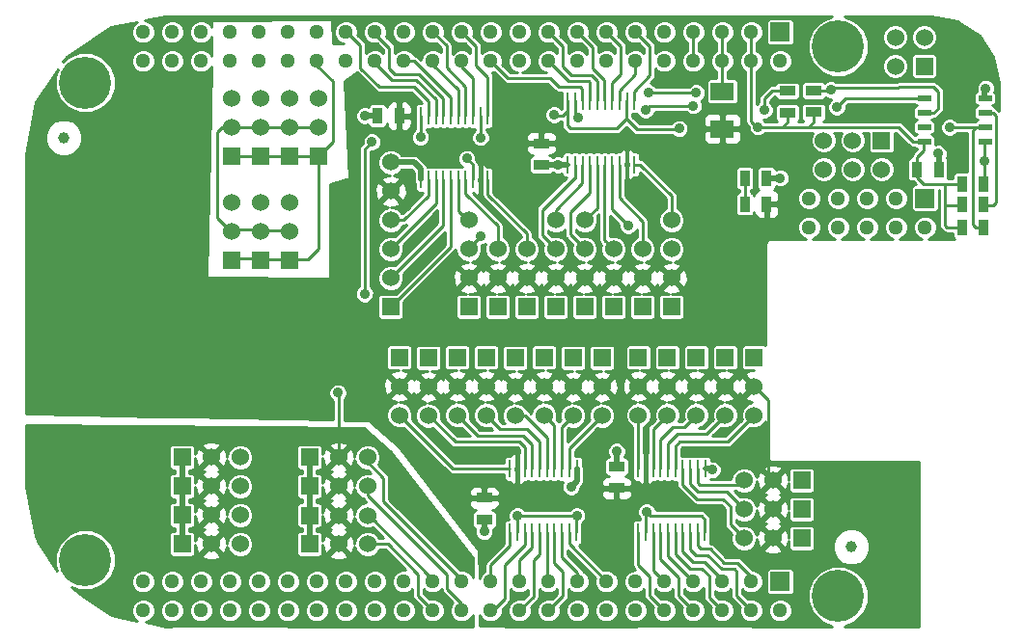
<source format=gtl>
G04 (created by PCBNEW (2013-05-31 BZR 4019)-stable) date 6/28/2014 1:42:31 PM*
%MOIN*%
G04 Gerber Fmt 3.4, Leading zero omitted, Abs format*
%FSLAX34Y34*%
G01*
G70*
G90*
G04 APERTURE LIST*
%ADD10C,0.00590551*%
%ADD11R,0.00984252X0.0610236*%
%ADD12R,0.08X0.06*%
%ADD13R,0.035X0.055*%
%ADD14R,0.055X0.035*%
%ADD15R,0.06X0.06*%
%ADD16C,0.06*%
%ADD17C,0.0393701*%
%ADD18C,0.18*%
%ADD19R,0.065X0.065*%
%ADD20C,0.0512*%
%ADD21R,0.045X0.02*%
%ADD22C,0.035*%
%ADD23C,0.01*%
%ADD24C,0.02*%
G04 APERTURE END LIST*
G54D10*
G54D11*
X19221Y-15847D03*
X18955Y-15847D03*
X18699Y-15847D03*
X18443Y-15847D03*
X18187Y-15847D03*
X17932Y-15847D03*
X17676Y-15847D03*
X17420Y-15847D03*
X17164Y-15847D03*
X16908Y-15847D03*
X16908Y-18052D03*
X17164Y-18052D03*
X17420Y-18052D03*
X17676Y-18052D03*
X17932Y-18052D03*
X18187Y-18052D03*
X18443Y-18052D03*
X18699Y-18052D03*
X18955Y-18052D03*
X19211Y-18052D03*
X13838Y-5852D03*
X14104Y-5852D03*
X14360Y-5852D03*
X14616Y-5852D03*
X14872Y-5852D03*
X15127Y-5852D03*
X15383Y-5852D03*
X15639Y-5852D03*
X15895Y-5852D03*
X16151Y-5852D03*
X16151Y-3647D03*
X15895Y-3647D03*
X15639Y-3647D03*
X15383Y-3647D03*
X15127Y-3647D03*
X14872Y-3647D03*
X14616Y-3647D03*
X14360Y-3647D03*
X14104Y-3647D03*
X13848Y-3647D03*
X18898Y-5332D03*
X19164Y-5332D03*
X19420Y-5332D03*
X19676Y-5332D03*
X19932Y-5332D03*
X20187Y-5332D03*
X20443Y-5332D03*
X20699Y-5332D03*
X20955Y-5332D03*
X21211Y-5332D03*
X21211Y-3127D03*
X20955Y-3127D03*
X20699Y-3127D03*
X20443Y-3127D03*
X20187Y-3127D03*
X19932Y-3127D03*
X19676Y-3127D03*
X19420Y-3127D03*
X19164Y-3127D03*
X18908Y-3127D03*
X23661Y-15847D03*
X23395Y-15847D03*
X23139Y-15847D03*
X22883Y-15847D03*
X22627Y-15847D03*
X22372Y-15847D03*
X22116Y-15847D03*
X21860Y-15847D03*
X21604Y-15847D03*
X21348Y-15847D03*
X21348Y-18052D03*
X21604Y-18052D03*
X21860Y-18052D03*
X22116Y-18052D03*
X22372Y-18052D03*
X22627Y-18052D03*
X22883Y-18052D03*
X23139Y-18052D03*
X23395Y-18052D03*
X23651Y-18052D03*
G54D12*
X24250Y-4100D03*
X24250Y-2800D03*
G54D13*
X30975Y-5500D03*
X31725Y-5500D03*
G54D14*
X20600Y-16525D03*
X20600Y-15775D03*
X18000Y-4595D03*
X18000Y-5345D03*
X16030Y-16855D03*
X16030Y-17605D03*
G54D13*
X13095Y-3650D03*
X12345Y-3650D03*
X25025Y-5800D03*
X25775Y-5800D03*
X25775Y-6700D03*
X25025Y-6700D03*
G54D14*
X26500Y-3535D03*
X26500Y-2785D03*
X27400Y-3525D03*
X27400Y-2775D03*
G54D13*
X32525Y-6720D03*
X33275Y-6720D03*
X32525Y-7500D03*
X33275Y-7500D03*
X32525Y-6000D03*
X33275Y-6000D03*
G54D15*
X19500Y-10250D03*
G54D16*
X19500Y-9250D03*
X19500Y-8250D03*
X19500Y-7250D03*
G54D15*
X15500Y-10250D03*
G54D16*
X15500Y-9250D03*
X15500Y-8250D03*
X15500Y-7250D03*
G54D15*
X22500Y-10250D03*
G54D16*
X22500Y-9250D03*
X22500Y-8250D03*
X22500Y-7250D03*
G54D15*
X18500Y-10250D03*
G54D16*
X18500Y-9250D03*
X18500Y-8250D03*
X18500Y-7250D03*
G54D15*
X29750Y-4500D03*
G54D16*
X29750Y-5500D03*
X28750Y-4500D03*
X28750Y-5500D03*
X27750Y-4500D03*
X27750Y-5500D03*
G54D15*
X10000Y-16450D03*
G54D16*
X11000Y-16450D03*
X12000Y-16450D03*
G54D15*
X10000Y-17460D03*
G54D16*
X11000Y-17460D03*
X12000Y-17460D03*
G54D15*
X10000Y-18450D03*
G54D16*
X11000Y-18450D03*
X12000Y-18450D03*
G54D15*
X5600Y-16450D03*
G54D16*
X6600Y-16450D03*
X7600Y-16450D03*
G54D15*
X5600Y-18450D03*
G54D16*
X6600Y-18450D03*
X7600Y-18450D03*
G54D15*
X21500Y-10250D03*
G54D16*
X21500Y-9250D03*
X21500Y-8250D03*
G54D15*
X24350Y-12000D03*
G54D16*
X24350Y-13000D03*
X24350Y-14000D03*
G54D15*
X25350Y-12000D03*
G54D16*
X25350Y-13000D03*
X25350Y-14000D03*
G54D15*
X27000Y-18250D03*
G54D16*
X26000Y-18250D03*
X25000Y-18250D03*
G54D15*
X27000Y-17250D03*
G54D16*
X26000Y-17250D03*
X25000Y-17250D03*
G54D15*
X27000Y-16250D03*
G54D16*
X26000Y-16250D03*
X25000Y-16250D03*
G54D15*
X13100Y-12000D03*
G54D16*
X13100Y-13000D03*
X13100Y-14000D03*
G54D15*
X14100Y-12010D03*
G54D16*
X14100Y-13010D03*
X14100Y-14010D03*
G54D15*
X15100Y-12000D03*
G54D16*
X15100Y-13000D03*
X15100Y-14000D03*
G54D15*
X16100Y-12000D03*
G54D16*
X16100Y-13000D03*
X16100Y-14000D03*
G54D15*
X17100Y-12010D03*
G54D16*
X17100Y-13010D03*
X17100Y-14010D03*
G54D15*
X18100Y-12000D03*
G54D16*
X18100Y-13000D03*
X18100Y-14000D03*
G54D15*
X19100Y-12010D03*
G54D16*
X19100Y-13010D03*
X19100Y-14010D03*
G54D15*
X20100Y-12010D03*
G54D16*
X20100Y-13010D03*
X20100Y-14010D03*
G54D15*
X5600Y-17450D03*
G54D16*
X6600Y-17450D03*
X7600Y-17450D03*
G54D15*
X7300Y-5050D03*
G54D16*
X7300Y-4050D03*
X7300Y-3050D03*
G54D15*
X9300Y-5050D03*
G54D16*
X9300Y-4050D03*
X9300Y-3050D03*
G54D15*
X7310Y-8650D03*
G54D16*
X7310Y-7650D03*
X7310Y-6650D03*
G54D15*
X8300Y-8650D03*
G54D16*
X8300Y-7650D03*
X8300Y-6650D03*
G54D15*
X10300Y-5050D03*
G54D16*
X10300Y-4050D03*
X10300Y-3050D03*
G54D15*
X9300Y-8650D03*
G54D16*
X9300Y-7650D03*
X9300Y-6650D03*
G54D15*
X16500Y-10250D03*
G54D16*
X16500Y-9250D03*
X16500Y-8250D03*
G54D15*
X17500Y-10250D03*
G54D16*
X17500Y-9250D03*
X17500Y-8250D03*
G54D15*
X20500Y-10250D03*
G54D16*
X20500Y-9250D03*
X20500Y-8250D03*
G54D15*
X21350Y-12000D03*
G54D16*
X21350Y-13000D03*
X21350Y-14000D03*
G54D15*
X22350Y-12000D03*
G54D16*
X22350Y-13000D03*
X22350Y-14000D03*
G54D15*
X23350Y-12000D03*
G54D16*
X23350Y-13000D03*
X23350Y-14000D03*
G54D15*
X10000Y-15450D03*
G54D16*
X11000Y-15450D03*
X12000Y-15450D03*
G54D15*
X8300Y-5050D03*
G54D16*
X8300Y-4050D03*
X8300Y-3050D03*
G54D15*
X5600Y-15450D03*
G54D16*
X6600Y-15450D03*
X7600Y-15450D03*
G54D15*
X31220Y-1930D03*
G54D16*
X30220Y-1930D03*
X31220Y-930D03*
X30220Y-930D03*
G54D15*
X12800Y-10250D03*
G54D16*
X12800Y-9250D03*
X12800Y-8250D03*
X12800Y-7250D03*
X12800Y-6250D03*
X12800Y-5250D03*
G54D17*
X28700Y-18550D03*
X1510Y-4400D03*
G54D18*
X2250Y-2500D03*
X28250Y-1250D03*
X28250Y-20250D03*
X2250Y-19000D03*
G54D19*
X26250Y-750D03*
G54D20*
X26250Y-1750D03*
X25250Y-750D03*
X25250Y-1750D03*
X24250Y-750D03*
X24250Y-1750D03*
X23250Y-750D03*
X23250Y-1750D03*
X22250Y-750D03*
X22250Y-1750D03*
X21250Y-750D03*
X21250Y-1750D03*
X20250Y-750D03*
X20250Y-1750D03*
X19250Y-750D03*
X19250Y-1750D03*
X18250Y-750D03*
X18250Y-1750D03*
X17250Y-750D03*
X17250Y-1750D03*
X16250Y-750D03*
X16250Y-1750D03*
X15250Y-750D03*
X15250Y-1750D03*
X14250Y-750D03*
X14250Y-1750D03*
X13250Y-750D03*
X13250Y-1750D03*
X12250Y-750D03*
X12250Y-1750D03*
X11250Y-750D03*
X11250Y-1750D03*
X10250Y-750D03*
X10250Y-1750D03*
X9250Y-750D03*
X9250Y-1750D03*
X8250Y-750D03*
X8250Y-1750D03*
X7250Y-750D03*
X7250Y-1750D03*
X6250Y-750D03*
X6250Y-1750D03*
X5250Y-750D03*
X5250Y-1750D03*
X4250Y-750D03*
X4250Y-1750D03*
G54D19*
X26250Y-19750D03*
G54D20*
X26250Y-20750D03*
X25250Y-19750D03*
X25250Y-20750D03*
X24250Y-19750D03*
X24250Y-20750D03*
X23250Y-19750D03*
X23250Y-20750D03*
X22250Y-19750D03*
X22250Y-20750D03*
X21250Y-19750D03*
X21250Y-20750D03*
X20250Y-19750D03*
X20250Y-20750D03*
X19250Y-19750D03*
X19250Y-20750D03*
X18250Y-19750D03*
X18250Y-20750D03*
X17250Y-19750D03*
X17250Y-20750D03*
X16250Y-19750D03*
X16250Y-20750D03*
X15250Y-19750D03*
X15250Y-20750D03*
X14250Y-19750D03*
X14250Y-20750D03*
X13250Y-19750D03*
X13250Y-20750D03*
X12250Y-19750D03*
X12250Y-20750D03*
X11250Y-19750D03*
X11250Y-20750D03*
X10250Y-19750D03*
X10250Y-20750D03*
X9250Y-19750D03*
X9250Y-20750D03*
X8250Y-19750D03*
X8250Y-20750D03*
X7250Y-19750D03*
X7250Y-20750D03*
X6250Y-19750D03*
X6250Y-20750D03*
X5250Y-19750D03*
X5250Y-20750D03*
X4250Y-19750D03*
X4250Y-20750D03*
G54D19*
X31250Y-6500D03*
G54D20*
X31250Y-7500D03*
X30250Y-6500D03*
X30250Y-7500D03*
X29250Y-6500D03*
X29250Y-7500D03*
X28250Y-6500D03*
X28250Y-7500D03*
X27250Y-6500D03*
X27250Y-7500D03*
G54D21*
X31220Y-4540D03*
X33320Y-4540D03*
X31220Y-4040D03*
X31220Y-3540D03*
X31220Y-3040D03*
X33320Y-4040D03*
X33320Y-3540D03*
X33320Y-3040D03*
G54D22*
X33300Y-5200D03*
X32100Y-4050D03*
X21700Y-2850D03*
X28000Y-2750D03*
X23350Y-2850D03*
X21600Y-3450D03*
X23250Y-3300D03*
X28200Y-3350D03*
X25700Y-3450D03*
X15425Y-5125D03*
X15900Y-7800D03*
X21000Y-7450D03*
X19275Y-3725D03*
X33350Y-2700D03*
X18580Y-5350D03*
X19025Y-16475D03*
X26250Y-5800D03*
X31700Y-4950D03*
X11900Y-3650D03*
X20600Y-15250D03*
X23900Y-15890D03*
X16025Y-18025D03*
X22760Y-4090D03*
X25480Y-4030D03*
X13820Y-4390D03*
X18440Y-3610D03*
X19220Y-17470D03*
X17175Y-17475D03*
X21630Y-17340D03*
X12150Y-4550D03*
X11895Y-9805D03*
X10975Y-13225D03*
X15200Y-18775D03*
X15900Y-4400D03*
G54D23*
X17676Y-18052D02*
X17676Y-18573D01*
X17250Y-19000D02*
X17250Y-19750D01*
X17676Y-18573D02*
X17250Y-19000D01*
X18955Y-18052D02*
X18955Y-18455D01*
X18955Y-18455D02*
X20250Y-19750D01*
X22883Y-15847D02*
X22883Y-16416D01*
X24525Y-17775D02*
X25000Y-18250D01*
X24525Y-17150D02*
X24525Y-17775D01*
X24275Y-16900D02*
X24525Y-17150D01*
X23367Y-16900D02*
X24275Y-16900D01*
X22883Y-16416D02*
X23367Y-16900D01*
X18187Y-18052D02*
X18187Y-19687D01*
X18187Y-19687D02*
X18250Y-19750D01*
X14250Y-19675D02*
X14250Y-19750D01*
X12000Y-17450D02*
X12025Y-17450D01*
X12025Y-17450D02*
X14250Y-19675D01*
X12000Y-16450D02*
X12000Y-16775D01*
X12000Y-16775D02*
X14750Y-19525D01*
X14750Y-20000D02*
X14750Y-19525D01*
X15250Y-20750D02*
X15250Y-20500D01*
X15250Y-20500D02*
X14750Y-20000D01*
X18699Y-18052D02*
X18699Y-18899D01*
X19250Y-19450D02*
X19250Y-19750D01*
X18699Y-18899D02*
X19250Y-19450D01*
X22883Y-18052D02*
X22883Y-18708D01*
X23250Y-19075D02*
X23650Y-19075D01*
X22883Y-18708D02*
X23250Y-19075D01*
X24250Y-19675D02*
X24250Y-19750D01*
X23650Y-19075D02*
X24250Y-19675D01*
X12000Y-18450D02*
X12700Y-18450D01*
X13750Y-20250D02*
X14250Y-20750D01*
X13750Y-19500D02*
X13750Y-20250D01*
X12700Y-18450D02*
X13750Y-19500D01*
X22627Y-18052D02*
X22627Y-18802D01*
X23125Y-19300D02*
X23550Y-19300D01*
X22627Y-18802D02*
X23125Y-19300D01*
X23800Y-19550D02*
X23800Y-20300D01*
X23550Y-19300D02*
X23800Y-19550D01*
X23800Y-20300D02*
X24250Y-20750D01*
X23800Y-20300D02*
X24250Y-20750D01*
X16908Y-18052D02*
X16908Y-18516D01*
X16908Y-18516D02*
X16250Y-19175D01*
X16250Y-19175D02*
X16250Y-19750D01*
X17932Y-18052D02*
X17932Y-18817D01*
X17725Y-20275D02*
X17250Y-20750D01*
X17725Y-19025D02*
X17725Y-20275D01*
X17932Y-18817D02*
X17725Y-19025D01*
X12000Y-15450D02*
X12000Y-15625D01*
X15250Y-19675D02*
X15250Y-19750D01*
X12550Y-16975D02*
X15250Y-19675D01*
X12550Y-16175D02*
X12550Y-16975D01*
X12000Y-15625D02*
X12550Y-16175D01*
X17420Y-18052D02*
X17420Y-18479D01*
X17420Y-18479D02*
X16725Y-19175D01*
X16325Y-20750D02*
X16250Y-20750D01*
X16725Y-20350D02*
X16325Y-20750D01*
X16725Y-19175D02*
X16725Y-20350D01*
X23395Y-18052D02*
X23395Y-18520D01*
X24300Y-19100D02*
X24775Y-19100D01*
X23825Y-18625D02*
X24300Y-19100D01*
X23500Y-18625D02*
X23825Y-18625D01*
X23395Y-18520D02*
X23500Y-18625D01*
X25250Y-19575D02*
X25250Y-19750D01*
X24775Y-19100D02*
X25250Y-19575D01*
X23139Y-18052D02*
X23139Y-18639D01*
X23350Y-18850D02*
X23750Y-18850D01*
X23139Y-18639D02*
X23350Y-18850D01*
X23750Y-18850D02*
X24225Y-19325D01*
X24750Y-20250D02*
X25250Y-20750D01*
X24750Y-19400D02*
X24750Y-20250D01*
X24675Y-19325D02*
X24750Y-19400D01*
X24225Y-19325D02*
X24675Y-19325D01*
X18443Y-18052D02*
X18443Y-19093D01*
X18750Y-20250D02*
X18250Y-20750D01*
X18750Y-19400D02*
X18750Y-20250D01*
X18443Y-19093D02*
X18750Y-19400D01*
X22372Y-15847D02*
X22372Y-14977D01*
X23700Y-14650D02*
X24350Y-14000D01*
X22700Y-14650D02*
X23700Y-14650D01*
X22372Y-14977D02*
X22700Y-14650D01*
X22372Y-18052D02*
X22372Y-18872D01*
X22372Y-18872D02*
X23250Y-19750D01*
X21860Y-18052D02*
X21860Y-19360D01*
X21860Y-19360D02*
X22250Y-19750D01*
X21348Y-18052D02*
X21348Y-19173D01*
X21750Y-19575D02*
X21750Y-20250D01*
X21348Y-19173D02*
X21750Y-19575D01*
X21750Y-20250D02*
X22250Y-20750D01*
X21750Y-20250D02*
X22250Y-20750D01*
X22116Y-18052D02*
X22116Y-18966D01*
X22116Y-18966D02*
X22750Y-19600D01*
X22750Y-20250D02*
X23250Y-20750D01*
X22750Y-19600D02*
X22750Y-20250D01*
X33300Y-4550D02*
X33300Y-5200D01*
X33300Y-4550D02*
X33300Y-5975D01*
X33300Y-5975D02*
X33275Y-6000D01*
X32100Y-4050D02*
X33300Y-4050D01*
X33000Y-4050D02*
X33300Y-4050D01*
X32900Y-4150D02*
X33000Y-4050D01*
X32900Y-7400D02*
X32900Y-4150D01*
X33000Y-7500D02*
X32900Y-7400D01*
X33275Y-7500D02*
X33000Y-7500D01*
X33275Y-6750D02*
X33600Y-6750D01*
X33600Y-6750D02*
X33700Y-6650D01*
X33700Y-6650D02*
X33700Y-3650D01*
X33700Y-3650D02*
X33600Y-3550D01*
X33600Y-3550D02*
X33300Y-3550D01*
X7320Y-8590D02*
X8300Y-8590D01*
X8300Y-8590D02*
X8320Y-8610D01*
X8320Y-8610D02*
X9340Y-8610D01*
X8320Y-8610D02*
X9940Y-8610D01*
X9940Y-8610D02*
X10300Y-8250D01*
X10300Y-8250D02*
X10300Y-5030D01*
X10250Y-1750D02*
X10250Y-1900D01*
X10250Y-1900D02*
X10800Y-2450D01*
X7300Y-5030D02*
X8300Y-5030D01*
X8300Y-5030D02*
X9300Y-5030D01*
X9300Y-5030D02*
X10300Y-5030D01*
X10300Y-5030D02*
X10800Y-4530D01*
X10800Y-4530D02*
X10800Y-2450D01*
X20177Y-5327D02*
X20177Y-7927D01*
X20177Y-7927D02*
X20500Y-8250D01*
X16151Y-5852D02*
X16151Y-6376D01*
X16151Y-6376D02*
X17500Y-7725D01*
X17500Y-7725D02*
X17500Y-8275D01*
X20689Y-5327D02*
X20689Y-6489D01*
X20689Y-6489D02*
X21500Y-7300D01*
X21500Y-7300D02*
X21500Y-8250D01*
X15383Y-5852D02*
X15383Y-6333D01*
X16500Y-7450D02*
X16500Y-8275D01*
X15383Y-6333D02*
X16500Y-7450D01*
X20177Y-3122D02*
X20177Y-2402D01*
X19775Y-1275D02*
X19250Y-750D01*
X19775Y-2000D02*
X19775Y-1275D01*
X20177Y-2402D02*
X19775Y-2000D01*
X16151Y-3647D02*
X16151Y-2301D01*
X15750Y-1250D02*
X15250Y-750D01*
X15750Y-1900D02*
X15750Y-1250D01*
X16151Y-2301D02*
X15750Y-1900D01*
X20689Y-3122D02*
X20689Y-2760D01*
X21250Y-2200D02*
X21250Y-1750D01*
X20689Y-2760D02*
X21250Y-2200D01*
X15383Y-3647D02*
X15383Y-2633D01*
X14725Y-1225D02*
X14250Y-750D01*
X14725Y-1975D02*
X14725Y-1225D01*
X15383Y-2633D02*
X14725Y-1975D01*
X19922Y-5327D02*
X19922Y-6827D01*
X19922Y-6827D02*
X19500Y-7250D01*
X19500Y-8250D02*
X19000Y-7750D01*
X19000Y-7750D02*
X19000Y-6990D01*
X19000Y-6990D02*
X19666Y-6323D01*
X19666Y-5327D02*
X19666Y-6323D01*
X19922Y-3122D02*
X19922Y-2429D01*
X18750Y-1250D02*
X18250Y-750D01*
X18750Y-1950D02*
X18750Y-1250D01*
X19050Y-2250D02*
X18750Y-1950D01*
X19742Y-2250D02*
X19050Y-2250D01*
X19922Y-2429D02*
X19742Y-2250D01*
X19666Y-3122D02*
X19666Y-2491D01*
X18950Y-2450D02*
X18250Y-1750D01*
X19625Y-2450D02*
X18950Y-2450D01*
X19666Y-2491D02*
X19625Y-2450D01*
X30325Y-2675D02*
X28075Y-2675D01*
X28075Y-2675D02*
X28000Y-2750D01*
X30325Y-2675D02*
X30350Y-2650D01*
X30550Y-2650D02*
X30350Y-2650D01*
X30550Y-2650D02*
X31550Y-2650D01*
X31550Y-2650D02*
X31700Y-2800D01*
X31700Y-2800D02*
X31700Y-3400D01*
X31700Y-3400D02*
X31550Y-3550D01*
X31550Y-3550D02*
X31200Y-3550D01*
X21700Y-2850D02*
X23350Y-2850D01*
X27400Y-2775D02*
X27975Y-2775D01*
X27975Y-2775D02*
X28000Y-2750D01*
X23250Y-3300D02*
X21750Y-3300D01*
X21750Y-3300D02*
X21600Y-3450D01*
X28500Y-3050D02*
X31200Y-3050D01*
X28200Y-3350D02*
X28500Y-3050D01*
X26500Y-2775D02*
X25975Y-2775D01*
X25700Y-3050D02*
X25700Y-3450D01*
X25975Y-2775D02*
X25700Y-3050D01*
X12800Y-7250D02*
X13250Y-7250D01*
X14104Y-6395D02*
X14104Y-5852D01*
X13250Y-7250D02*
X14104Y-6395D01*
X14872Y-5852D02*
X14872Y-8177D01*
X14872Y-8177D02*
X12800Y-10250D01*
X14360Y-5852D02*
X14360Y-6689D01*
X14360Y-6689D02*
X12800Y-8250D01*
X14616Y-5852D02*
X14616Y-7433D01*
X14616Y-7433D02*
X12800Y-9250D01*
X13250Y-1750D02*
X13607Y-1750D01*
X14872Y-3014D02*
X14872Y-3647D01*
X13607Y-1750D02*
X14872Y-3014D01*
X13250Y-1750D02*
X13250Y-1920D01*
X13220Y-2200D02*
X13775Y-2200D01*
X13775Y-2200D02*
X14616Y-3041D01*
X14616Y-3041D02*
X14616Y-3647D01*
X12930Y-2200D02*
X13220Y-2200D01*
X12930Y-2200D02*
X12750Y-2020D01*
X12750Y-1300D02*
X12750Y-2020D01*
X12250Y-800D02*
X12750Y-1300D01*
X12250Y-750D02*
X12250Y-800D01*
X14616Y-3041D02*
X14616Y-3647D01*
X12900Y-2410D02*
X13680Y-2410D01*
X14360Y-3090D02*
X14360Y-3647D01*
X13680Y-2410D02*
X14360Y-3090D01*
X12250Y-1750D02*
X12250Y-1820D01*
X12250Y-1820D02*
X12840Y-2410D01*
X12840Y-2410D02*
X12900Y-2410D01*
X12250Y-1920D02*
X12250Y-1750D01*
X13560Y-2650D02*
X12400Y-2650D01*
X12400Y-2650D02*
X11750Y-2000D01*
X13560Y-2650D02*
X13600Y-2650D01*
X13600Y-2650D02*
X14104Y-3154D01*
X14104Y-3154D02*
X14104Y-3647D01*
X11750Y-1670D02*
X11750Y-2000D01*
X11250Y-750D02*
X11275Y-750D01*
X11750Y-1225D02*
X11750Y-1670D01*
X11275Y-750D02*
X11750Y-1225D01*
X14104Y-3154D02*
X14104Y-3647D01*
X23250Y-1750D02*
X23250Y-750D01*
X15127Y-5852D02*
X15127Y-6927D01*
X15127Y-6927D02*
X15500Y-7300D01*
X15639Y-5852D02*
X15639Y-5339D01*
X15639Y-5339D02*
X15425Y-5125D01*
X15500Y-8300D02*
X15500Y-8200D01*
X15500Y-8200D02*
X15900Y-7800D01*
X18500Y-7250D02*
X18500Y-6900D01*
X19410Y-5989D02*
X19410Y-5327D01*
X18500Y-6900D02*
X19410Y-5989D01*
X19154Y-5800D02*
X19125Y-5800D01*
X19125Y-5800D02*
X18025Y-6900D01*
X19154Y-5327D02*
X19154Y-5800D01*
X18025Y-7775D02*
X18500Y-8250D01*
X18025Y-6900D02*
X18025Y-7775D01*
X21201Y-5327D02*
X21402Y-5327D01*
X22500Y-6425D02*
X22500Y-7250D01*
X21402Y-5327D02*
X22500Y-6425D01*
X20433Y-5327D02*
X20433Y-6883D01*
X20433Y-6883D02*
X21000Y-7450D01*
X15127Y-3647D02*
X15127Y-2752D01*
X14250Y-1875D02*
X14250Y-1750D01*
X15127Y-2752D02*
X14250Y-1875D01*
X15250Y-1750D02*
X15250Y-1950D01*
X15639Y-2339D02*
X15639Y-3647D01*
X15250Y-1950D02*
X15639Y-2339D01*
X19350Y-2650D02*
X18600Y-2650D01*
X18300Y-2350D02*
X16850Y-2350D01*
X18600Y-2650D02*
X18300Y-2350D01*
X19410Y-3122D02*
X19410Y-2710D01*
X16850Y-2350D02*
X16250Y-1750D01*
X19410Y-2710D02*
X19350Y-2650D01*
X19154Y-3122D02*
X19154Y-3604D01*
X19154Y-3604D02*
X19275Y-3725D01*
X21201Y-3122D02*
X21201Y-2798D01*
X21750Y-1250D02*
X21250Y-750D01*
X21750Y-2250D02*
X21750Y-1250D01*
X21201Y-2798D02*
X21750Y-2250D01*
X20433Y-3122D02*
X20433Y-2516D01*
X20750Y-1250D02*
X20250Y-750D01*
X20750Y-2200D02*
X20750Y-1250D01*
X20433Y-2516D02*
X20750Y-2200D01*
X7320Y-7590D02*
X8300Y-7590D01*
X8300Y-7590D02*
X8320Y-7610D01*
X7320Y-7590D02*
X7200Y-7590D01*
X7200Y-7590D02*
X6800Y-7190D01*
X6800Y-7190D02*
X6800Y-4210D01*
X6980Y-4030D02*
X7300Y-4030D01*
X6800Y-4210D02*
X6980Y-4030D01*
X9340Y-7610D02*
X8320Y-7610D01*
X7300Y-4030D02*
X8300Y-4030D01*
X8300Y-4030D02*
X9300Y-4030D01*
X9300Y-4030D02*
X10300Y-4030D01*
G54D24*
X33300Y-3050D02*
X33300Y-2750D01*
X33300Y-2750D02*
X33350Y-2700D01*
X18888Y-5327D02*
X18602Y-5327D01*
X18575Y-5345D02*
X18580Y-5350D01*
X18575Y-5345D02*
X18000Y-5345D01*
X18602Y-5327D02*
X18580Y-5350D01*
X5600Y-15450D02*
X5600Y-16450D01*
X5600Y-16450D02*
X5600Y-17450D01*
X5600Y-17450D02*
X5600Y-18450D01*
X10000Y-15450D02*
X10000Y-16450D01*
X10000Y-16450D02*
X10000Y-17450D01*
X10000Y-17450D02*
X10000Y-18450D01*
X19221Y-15847D02*
X19221Y-16278D01*
X19221Y-16278D02*
X19025Y-16475D01*
X25775Y-5800D02*
X26250Y-5800D01*
X13838Y-5852D02*
X13838Y-5488D01*
X13600Y-5250D02*
X12800Y-5250D01*
X13838Y-5488D02*
X13600Y-5250D01*
X31725Y-5500D02*
X31725Y-4975D01*
X31725Y-4975D02*
X31700Y-4950D01*
X12350Y-3650D02*
X11900Y-3650D01*
X20600Y-15775D02*
X20600Y-15250D01*
X23661Y-15847D02*
X23857Y-15847D01*
X23857Y-15847D02*
X23900Y-15890D01*
X16025Y-17600D02*
X16025Y-18025D01*
G54D23*
X18443Y-15847D02*
X18443Y-14343D01*
X18443Y-14343D02*
X18100Y-14000D01*
X17932Y-15847D02*
X17932Y-14907D01*
X17500Y-14475D02*
X16575Y-14475D01*
X17932Y-14907D02*
X17500Y-14475D01*
X16575Y-14475D02*
X16100Y-14000D01*
X16575Y-14475D02*
X16100Y-14000D01*
X17676Y-15847D02*
X17676Y-15001D01*
X17374Y-14700D02*
X15800Y-14700D01*
X17676Y-15001D02*
X17374Y-14700D01*
X15800Y-14700D02*
X15100Y-14000D01*
X15800Y-14700D02*
X15100Y-14000D01*
X17420Y-15847D02*
X17420Y-15095D01*
X15025Y-14925D02*
X14100Y-14000D01*
X17250Y-14925D02*
X15025Y-14925D01*
X17420Y-15095D02*
X17250Y-14925D01*
X18187Y-15847D02*
X18187Y-14762D01*
X17425Y-14000D02*
X17100Y-14000D01*
X18187Y-14762D02*
X17425Y-14000D01*
X22627Y-15847D02*
X22627Y-15072D01*
X24425Y-14925D02*
X25350Y-14000D01*
X22775Y-14925D02*
X24425Y-14925D01*
X22627Y-15072D02*
X22775Y-14925D01*
X23395Y-15847D02*
X23395Y-16345D01*
X23395Y-16345D02*
X23475Y-16425D01*
X24825Y-16425D02*
X25000Y-16250D01*
X23475Y-16425D02*
X24825Y-16425D01*
X16908Y-15847D02*
X14947Y-15847D01*
X14947Y-15847D02*
X13100Y-14000D01*
X18955Y-15847D02*
X18955Y-15144D01*
X18955Y-15144D02*
X20100Y-14000D01*
X22116Y-15847D02*
X22116Y-14833D01*
X22925Y-14425D02*
X23350Y-14000D01*
X22525Y-14425D02*
X22925Y-14425D01*
X22116Y-14833D02*
X22525Y-14425D01*
X21348Y-15847D02*
X21348Y-14001D01*
X21348Y-14001D02*
X21350Y-14000D01*
X23139Y-15847D02*
X23139Y-16389D01*
X24400Y-16650D02*
X25000Y-17250D01*
X23400Y-16650D02*
X24400Y-16650D01*
X23139Y-16389D02*
X23400Y-16650D01*
X21860Y-15847D02*
X21860Y-14489D01*
X21860Y-14489D02*
X22350Y-14000D01*
X18699Y-15847D02*
X18699Y-14400D01*
X18699Y-14400D02*
X19100Y-14000D01*
X25025Y-5800D02*
X25025Y-6700D01*
X26500Y-3525D02*
X26500Y-3850D01*
X26500Y-3850D02*
X26320Y-4030D01*
X21620Y-4120D02*
X22730Y-4120D01*
X22730Y-4120D02*
X22760Y-4090D01*
X25480Y-4030D02*
X25500Y-4030D01*
X18898Y-3122D02*
X18898Y-3988D01*
X20611Y-4090D02*
X20945Y-3755D01*
X19000Y-4090D02*
X20611Y-4090D01*
X18898Y-3988D02*
X19000Y-4090D01*
X13848Y-3647D02*
X13848Y-4361D01*
X13848Y-4361D02*
X13820Y-4390D01*
X18898Y-3491D02*
X18898Y-3122D01*
X18740Y-3650D02*
X18898Y-3491D01*
X18480Y-3650D02*
X18740Y-3650D01*
X18440Y-3610D02*
X18480Y-3650D01*
X19211Y-18052D02*
X19211Y-17478D01*
X19211Y-17478D02*
X19220Y-17470D01*
X17175Y-17475D02*
X19215Y-17475D01*
X19215Y-17475D02*
X19220Y-17470D01*
X17164Y-18052D02*
X17164Y-17485D01*
X17164Y-17485D02*
X17175Y-17475D01*
X11900Y-9160D02*
X11900Y-4800D01*
X11900Y-4800D02*
X12150Y-4550D01*
X11900Y-9800D02*
X11895Y-9805D01*
X11900Y-9160D02*
X11900Y-9800D01*
X10975Y-13225D02*
X11000Y-13250D01*
X11000Y-13250D02*
X11000Y-15450D01*
X15200Y-18775D02*
X15225Y-18800D01*
X23651Y-18052D02*
X23651Y-17601D01*
X23651Y-17601D02*
X23525Y-17475D01*
X21765Y-17475D02*
X21630Y-17340D01*
X23525Y-17475D02*
X21765Y-17475D01*
X21310Y-4120D02*
X21620Y-4120D01*
X20945Y-3755D02*
X21310Y-4120D01*
X15900Y-4400D02*
X15895Y-4400D01*
X15895Y-4400D02*
X15895Y-3647D01*
X25450Y-4030D02*
X25500Y-4030D01*
X25500Y-4030D02*
X26220Y-4030D01*
X26220Y-4030D02*
X26320Y-4030D01*
X26320Y-4030D02*
X27220Y-4030D01*
X27400Y-3850D02*
X27400Y-3525D01*
X27220Y-4030D02*
X27400Y-3850D01*
X25450Y-4030D02*
X25250Y-3830D01*
X31200Y-4550D02*
X30850Y-4550D01*
X30850Y-4550D02*
X30330Y-4030D01*
X30330Y-4030D02*
X25450Y-4030D01*
X25250Y-3830D02*
X25250Y-1750D01*
X20945Y-3122D02*
X20945Y-3755D01*
X21640Y-17350D02*
X21680Y-17350D01*
X21630Y-17340D02*
X21640Y-17350D01*
X21628Y-17350D02*
X21604Y-17374D01*
X21680Y-17350D02*
X21628Y-17350D01*
X21604Y-18052D02*
X21604Y-17374D01*
X25250Y-1750D02*
X25250Y-750D01*
X30975Y-5500D02*
X30975Y-5775D01*
X31200Y-6000D02*
X31950Y-6000D01*
X30975Y-5775D02*
X31200Y-6000D01*
X31200Y-4550D02*
X31200Y-4850D01*
X30975Y-5075D02*
X30975Y-5500D01*
X31200Y-4850D02*
X30975Y-5075D01*
X32525Y-6750D02*
X31950Y-6750D01*
X32525Y-7500D02*
X32000Y-7500D01*
X31950Y-7450D02*
X31950Y-6750D01*
X31950Y-6750D02*
X31950Y-6000D01*
X32000Y-7500D02*
X31950Y-7450D01*
X31950Y-6000D02*
X32525Y-6000D01*
X25350Y-13000D02*
X25370Y-13000D01*
X25830Y-16080D02*
X26000Y-16250D01*
X25830Y-13460D02*
X25830Y-16080D01*
X25370Y-13000D02*
X25830Y-13460D01*
X24250Y-750D02*
X24250Y-1750D01*
X24250Y-1750D02*
X24250Y-2800D01*
G54D10*
G36*
X33795Y-3462D02*
X33741Y-3408D01*
X33676Y-3365D01*
X33676Y-3365D01*
X33672Y-3355D01*
X33630Y-3312D01*
X33574Y-3290D01*
X33574Y-3290D01*
X33629Y-3267D01*
X33672Y-3225D01*
X33694Y-3169D01*
X33695Y-3110D01*
X33695Y-2910D01*
X33672Y-2855D01*
X33647Y-2830D01*
X33674Y-2764D01*
X33675Y-2635D01*
X33625Y-2516D01*
X33534Y-2424D01*
X33414Y-2375D01*
X33285Y-2374D01*
X33166Y-2424D01*
X33074Y-2515D01*
X33025Y-2635D01*
X33024Y-2764D01*
X33039Y-2800D01*
X33010Y-2812D01*
X32967Y-2854D01*
X32945Y-2910D01*
X32944Y-2969D01*
X32944Y-3169D01*
X32967Y-3224D01*
X33009Y-3267D01*
X33065Y-3289D01*
X33065Y-3289D01*
X33010Y-3312D01*
X32967Y-3354D01*
X32945Y-3410D01*
X32944Y-3469D01*
X32944Y-3669D01*
X32967Y-3724D01*
X33009Y-3767D01*
X33065Y-3789D01*
X33065Y-3789D01*
X33010Y-3812D01*
X32972Y-3850D01*
X32359Y-3850D01*
X32284Y-3774D01*
X32164Y-3725D01*
X32035Y-3724D01*
X31916Y-3774D01*
X31824Y-3865D01*
X31775Y-3985D01*
X31774Y-4114D01*
X31824Y-4233D01*
X31915Y-4325D01*
X32035Y-4374D01*
X32164Y-4375D01*
X32283Y-4325D01*
X32359Y-4250D01*
X32700Y-4250D01*
X32700Y-5574D01*
X32670Y-5574D01*
X32320Y-5574D01*
X32265Y-5597D01*
X32222Y-5639D01*
X32200Y-5695D01*
X32199Y-5754D01*
X32199Y-5800D01*
X32049Y-5800D01*
X32050Y-5745D01*
X32050Y-5195D01*
X32027Y-5140D01*
X31988Y-5101D01*
X32024Y-5014D01*
X32025Y-4885D01*
X31975Y-4766D01*
X31884Y-4674D01*
X31764Y-4625D01*
X31635Y-4624D01*
X31594Y-4641D01*
X31595Y-4610D01*
X31595Y-4410D01*
X31572Y-4355D01*
X31530Y-4312D01*
X31474Y-4290D01*
X31474Y-4290D01*
X31529Y-4267D01*
X31572Y-4225D01*
X31594Y-4169D01*
X31595Y-4110D01*
X31595Y-3910D01*
X31572Y-3855D01*
X31530Y-3812D01*
X31474Y-3790D01*
X31474Y-3790D01*
X31529Y-3767D01*
X31547Y-3750D01*
X31550Y-3750D01*
X31626Y-3734D01*
X31691Y-3691D01*
X31841Y-3541D01*
X31841Y-3541D01*
X31884Y-3476D01*
X31884Y-3476D01*
X31887Y-3463D01*
X31899Y-3400D01*
X31900Y-3400D01*
X31900Y-2800D01*
X31887Y-2736D01*
X31884Y-2723D01*
X31884Y-2723D01*
X31841Y-2658D01*
X31841Y-2658D01*
X31691Y-2508D01*
X31670Y-2494D01*
X31670Y-840D01*
X31601Y-675D01*
X31475Y-548D01*
X31309Y-480D01*
X31130Y-479D01*
X30965Y-548D01*
X30838Y-674D01*
X30770Y-840D01*
X30769Y-1019D01*
X30838Y-1184D01*
X30964Y-1311D01*
X31130Y-1379D01*
X31309Y-1380D01*
X31474Y-1311D01*
X31601Y-1185D01*
X31669Y-1019D01*
X31670Y-840D01*
X31670Y-2494D01*
X31670Y-2494D01*
X31670Y-2200D01*
X31670Y-1600D01*
X31647Y-1545D01*
X31605Y-1502D01*
X31549Y-1480D01*
X31490Y-1479D01*
X30890Y-1479D01*
X30835Y-1502D01*
X30792Y-1544D01*
X30770Y-1600D01*
X30769Y-1659D01*
X30769Y-2259D01*
X30792Y-2314D01*
X30834Y-2357D01*
X30890Y-2379D01*
X30949Y-2380D01*
X31549Y-2380D01*
X31604Y-2357D01*
X31647Y-2315D01*
X31669Y-2259D01*
X31670Y-2200D01*
X31670Y-2494D01*
X31626Y-2465D01*
X31550Y-2450D01*
X30670Y-2450D01*
X30670Y-1840D01*
X30670Y-840D01*
X30601Y-675D01*
X30475Y-548D01*
X30309Y-480D01*
X30130Y-479D01*
X29965Y-548D01*
X29838Y-674D01*
X29770Y-840D01*
X29769Y-1019D01*
X29838Y-1184D01*
X29964Y-1311D01*
X30130Y-1379D01*
X30309Y-1380D01*
X30474Y-1311D01*
X30601Y-1185D01*
X30669Y-1019D01*
X30670Y-840D01*
X30670Y-1840D01*
X30601Y-1675D01*
X30475Y-1548D01*
X30309Y-1480D01*
X30130Y-1479D01*
X29965Y-1548D01*
X29838Y-1674D01*
X29770Y-1840D01*
X29769Y-2019D01*
X29838Y-2184D01*
X29964Y-2311D01*
X30130Y-2379D01*
X30309Y-2380D01*
X30474Y-2311D01*
X30601Y-2185D01*
X30669Y-2019D01*
X30670Y-1840D01*
X30670Y-2450D01*
X30550Y-2450D01*
X30350Y-2450D01*
X30273Y-2465D01*
X30258Y-2475D01*
X28184Y-2475D01*
X28184Y-2474D01*
X28064Y-2425D01*
X27935Y-2424D01*
X27816Y-2474D01*
X27788Y-2501D01*
X27760Y-2472D01*
X27704Y-2450D01*
X27645Y-2449D01*
X27095Y-2449D01*
X27040Y-2472D01*
X26997Y-2514D01*
X26975Y-2570D01*
X26974Y-2629D01*
X26974Y-2979D01*
X26997Y-3034D01*
X27039Y-3077D01*
X27095Y-3099D01*
X27154Y-3100D01*
X27704Y-3100D01*
X27759Y-3077D01*
X27802Y-3035D01*
X27808Y-3018D01*
X27815Y-3025D01*
X27935Y-3074D01*
X28015Y-3075D01*
X27924Y-3165D01*
X27875Y-3285D01*
X27874Y-3414D01*
X27924Y-3533D01*
X28015Y-3625D01*
X28135Y-3674D01*
X28264Y-3675D01*
X28383Y-3625D01*
X28475Y-3534D01*
X28524Y-3414D01*
X28525Y-3307D01*
X28582Y-3250D01*
X30892Y-3250D01*
X30909Y-3267D01*
X30965Y-3289D01*
X30965Y-3289D01*
X30910Y-3312D01*
X30867Y-3354D01*
X30845Y-3410D01*
X30844Y-3469D01*
X30844Y-3669D01*
X30867Y-3724D01*
X30909Y-3767D01*
X30965Y-3789D01*
X30965Y-3789D01*
X30910Y-3812D01*
X30867Y-3854D01*
X30845Y-3910D01*
X30844Y-3969D01*
X30844Y-4169D01*
X30867Y-4224D01*
X30909Y-4267D01*
X30965Y-4289D01*
X30965Y-4289D01*
X30910Y-4312D01*
X30902Y-4320D01*
X30471Y-3888D01*
X30406Y-3845D01*
X30330Y-3830D01*
X27753Y-3830D01*
X27759Y-3827D01*
X27802Y-3785D01*
X27824Y-3729D01*
X27825Y-3670D01*
X27825Y-3320D01*
X27802Y-3265D01*
X27760Y-3222D01*
X27704Y-3200D01*
X27645Y-3199D01*
X27095Y-3199D01*
X27040Y-3222D01*
X26997Y-3264D01*
X26975Y-3320D01*
X26974Y-3379D01*
X26974Y-3729D01*
X26997Y-3784D01*
X27039Y-3827D01*
X27046Y-3830D01*
X26867Y-3830D01*
X26902Y-3795D01*
X26924Y-3739D01*
X26925Y-3680D01*
X26925Y-3330D01*
X26902Y-3275D01*
X26860Y-3232D01*
X26804Y-3210D01*
X26745Y-3209D01*
X26195Y-3209D01*
X26140Y-3232D01*
X26097Y-3274D01*
X26075Y-3330D01*
X26074Y-3389D01*
X26074Y-3739D01*
X26097Y-3794D01*
X26132Y-3830D01*
X25739Y-3830D01*
X25684Y-3774D01*
X25764Y-3775D01*
X25883Y-3725D01*
X25975Y-3634D01*
X26024Y-3514D01*
X26025Y-3385D01*
X25975Y-3266D01*
X25900Y-3190D01*
X25900Y-3132D01*
X26057Y-2975D01*
X26074Y-2975D01*
X26074Y-2989D01*
X26097Y-3044D01*
X26139Y-3087D01*
X26195Y-3109D01*
X26254Y-3110D01*
X26804Y-3110D01*
X26859Y-3087D01*
X26902Y-3045D01*
X26924Y-2989D01*
X26925Y-2930D01*
X26925Y-2580D01*
X26902Y-2525D01*
X26860Y-2482D01*
X26804Y-2460D01*
X26745Y-2459D01*
X26725Y-2459D01*
X26725Y-1045D01*
X26725Y-395D01*
X26702Y-340D01*
X26660Y-297D01*
X26604Y-275D01*
X26545Y-274D01*
X25895Y-274D01*
X25840Y-297D01*
X25797Y-339D01*
X25775Y-395D01*
X25774Y-454D01*
X25774Y-1104D01*
X25797Y-1159D01*
X25839Y-1202D01*
X25895Y-1224D01*
X25954Y-1225D01*
X26604Y-1225D01*
X26659Y-1202D01*
X26702Y-1160D01*
X26724Y-1104D01*
X26725Y-1045D01*
X26725Y-2459D01*
X26656Y-2459D01*
X26656Y-1669D01*
X26594Y-1520D01*
X26480Y-1406D01*
X26331Y-1344D01*
X26169Y-1343D01*
X26020Y-1405D01*
X25906Y-1519D01*
X25844Y-1668D01*
X25843Y-1830D01*
X25905Y-1979D01*
X26019Y-2093D01*
X26168Y-2155D01*
X26330Y-2156D01*
X26479Y-2094D01*
X26593Y-1980D01*
X26655Y-1831D01*
X26656Y-1669D01*
X26656Y-2459D01*
X26195Y-2459D01*
X26140Y-2482D01*
X26097Y-2524D01*
X26077Y-2575D01*
X25975Y-2575D01*
X25898Y-2590D01*
X25833Y-2633D01*
X25558Y-2908D01*
X25515Y-2973D01*
X25500Y-3050D01*
X25500Y-3190D01*
X25450Y-3240D01*
X25450Y-2106D01*
X25479Y-2094D01*
X25593Y-1980D01*
X25655Y-1831D01*
X25656Y-1669D01*
X25594Y-1520D01*
X25480Y-1406D01*
X25450Y-1393D01*
X25450Y-1106D01*
X25479Y-1094D01*
X25593Y-980D01*
X25655Y-831D01*
X25656Y-669D01*
X25594Y-520D01*
X25480Y-406D01*
X25331Y-344D01*
X25169Y-343D01*
X25020Y-405D01*
X24906Y-519D01*
X24844Y-668D01*
X24843Y-830D01*
X24905Y-979D01*
X25019Y-1093D01*
X25050Y-1106D01*
X25050Y-1393D01*
X25020Y-1405D01*
X24906Y-1519D01*
X24844Y-1668D01*
X24843Y-1830D01*
X24905Y-1979D01*
X25019Y-2093D01*
X25050Y-2106D01*
X25050Y-3830D01*
X25065Y-3906D01*
X25108Y-3971D01*
X25155Y-4017D01*
X25154Y-4094D01*
X25204Y-4213D01*
X25295Y-4305D01*
X25415Y-4354D01*
X25544Y-4355D01*
X25663Y-4305D01*
X25739Y-4230D01*
X26220Y-4230D01*
X26320Y-4230D01*
X27220Y-4230D01*
X27383Y-4230D01*
X27368Y-4244D01*
X27300Y-4410D01*
X27299Y-4589D01*
X27368Y-4754D01*
X27494Y-4881D01*
X27660Y-4949D01*
X27839Y-4950D01*
X28004Y-4881D01*
X28131Y-4755D01*
X28199Y-4589D01*
X28200Y-4410D01*
X28131Y-4245D01*
X28116Y-4230D01*
X28383Y-4230D01*
X28368Y-4244D01*
X28300Y-4410D01*
X28299Y-4589D01*
X28368Y-4754D01*
X28494Y-4881D01*
X28660Y-4949D01*
X28839Y-4950D01*
X29004Y-4881D01*
X29131Y-4755D01*
X29199Y-4589D01*
X29200Y-4410D01*
X29131Y-4245D01*
X29116Y-4230D01*
X29299Y-4230D01*
X29299Y-4829D01*
X29322Y-4884D01*
X29364Y-4927D01*
X29420Y-4949D01*
X29479Y-4950D01*
X30079Y-4950D01*
X30134Y-4927D01*
X30177Y-4885D01*
X30199Y-4829D01*
X30200Y-4770D01*
X30200Y-4230D01*
X30247Y-4230D01*
X30708Y-4691D01*
X30773Y-4734D01*
X30773Y-4734D01*
X30786Y-4737D01*
X30850Y-4750D01*
X30892Y-4750D01*
X30909Y-4767D01*
X30965Y-4789D01*
X30977Y-4789D01*
X30833Y-4933D01*
X30790Y-4998D01*
X30775Y-5074D01*
X30770Y-5074D01*
X30715Y-5097D01*
X30672Y-5139D01*
X30650Y-5195D01*
X30649Y-5254D01*
X30649Y-5804D01*
X30672Y-5859D01*
X30714Y-5902D01*
X30770Y-5924D01*
X30829Y-5925D01*
X30842Y-5925D01*
X30942Y-6024D01*
X30895Y-6024D01*
X30840Y-6047D01*
X30797Y-6089D01*
X30775Y-6145D01*
X30774Y-6204D01*
X30774Y-6854D01*
X30797Y-6909D01*
X30839Y-6952D01*
X30895Y-6974D01*
X30954Y-6975D01*
X31604Y-6975D01*
X31659Y-6952D01*
X31702Y-6910D01*
X31724Y-6854D01*
X31725Y-6795D01*
X31725Y-6200D01*
X31750Y-6200D01*
X31750Y-6750D01*
X31750Y-7450D01*
X31765Y-7526D01*
X31808Y-7591D01*
X31858Y-7641D01*
X31923Y-7684D01*
X31923Y-7684D01*
X32000Y-7700D01*
X32199Y-7700D01*
X32199Y-7804D01*
X32222Y-7859D01*
X32257Y-7895D01*
X31357Y-7895D01*
X31479Y-7844D01*
X31593Y-7730D01*
X31655Y-7581D01*
X31656Y-7419D01*
X31594Y-7270D01*
X31480Y-7156D01*
X31331Y-7094D01*
X31169Y-7093D01*
X31020Y-7155D01*
X30906Y-7269D01*
X30844Y-7418D01*
X30843Y-7580D01*
X30905Y-7729D01*
X31019Y-7843D01*
X31142Y-7895D01*
X30357Y-7895D01*
X30479Y-7844D01*
X30593Y-7730D01*
X30655Y-7581D01*
X30656Y-7419D01*
X30656Y-6419D01*
X30594Y-6270D01*
X30480Y-6156D01*
X30331Y-6094D01*
X30200Y-6093D01*
X30200Y-5410D01*
X30131Y-5245D01*
X30005Y-5118D01*
X29839Y-5050D01*
X29660Y-5049D01*
X29495Y-5118D01*
X29368Y-5244D01*
X29300Y-5410D01*
X29299Y-5589D01*
X29368Y-5754D01*
X29494Y-5881D01*
X29660Y-5949D01*
X29839Y-5950D01*
X30004Y-5881D01*
X30131Y-5755D01*
X30199Y-5589D01*
X30200Y-5410D01*
X30200Y-6093D01*
X30169Y-6093D01*
X30020Y-6155D01*
X29906Y-6269D01*
X29844Y-6418D01*
X29843Y-6580D01*
X29905Y-6729D01*
X30019Y-6843D01*
X30168Y-6905D01*
X30330Y-6906D01*
X30479Y-6844D01*
X30593Y-6730D01*
X30655Y-6581D01*
X30656Y-6419D01*
X30656Y-7419D01*
X30594Y-7270D01*
X30480Y-7156D01*
X30331Y-7094D01*
X30169Y-7093D01*
X30020Y-7155D01*
X29906Y-7269D01*
X29844Y-7418D01*
X29843Y-7580D01*
X29905Y-7729D01*
X30019Y-7843D01*
X30142Y-7895D01*
X29357Y-7895D01*
X29479Y-7844D01*
X29593Y-7730D01*
X29655Y-7581D01*
X29656Y-7419D01*
X29656Y-6419D01*
X29594Y-6270D01*
X29480Y-6156D01*
X29331Y-6094D01*
X29200Y-6093D01*
X29200Y-5410D01*
X29131Y-5245D01*
X29005Y-5118D01*
X28839Y-5050D01*
X28660Y-5049D01*
X28495Y-5118D01*
X28368Y-5244D01*
X28300Y-5410D01*
X28299Y-5589D01*
X28368Y-5754D01*
X28494Y-5881D01*
X28660Y-5949D01*
X28839Y-5950D01*
X29004Y-5881D01*
X29131Y-5755D01*
X29199Y-5589D01*
X29200Y-5410D01*
X29200Y-6093D01*
X29169Y-6093D01*
X29020Y-6155D01*
X28906Y-6269D01*
X28844Y-6418D01*
X28843Y-6580D01*
X28905Y-6729D01*
X29019Y-6843D01*
X29168Y-6905D01*
X29330Y-6906D01*
X29479Y-6844D01*
X29593Y-6730D01*
X29655Y-6581D01*
X29656Y-6419D01*
X29656Y-7419D01*
X29594Y-7270D01*
X29480Y-7156D01*
X29331Y-7094D01*
X29169Y-7093D01*
X29020Y-7155D01*
X28906Y-7269D01*
X28844Y-7418D01*
X28843Y-7580D01*
X28905Y-7729D01*
X29019Y-7843D01*
X29142Y-7895D01*
X28357Y-7895D01*
X28479Y-7844D01*
X28593Y-7730D01*
X28655Y-7581D01*
X28656Y-7419D01*
X28656Y-6419D01*
X28594Y-6270D01*
X28480Y-6156D01*
X28331Y-6094D01*
X28200Y-6093D01*
X28200Y-5410D01*
X28131Y-5245D01*
X28005Y-5118D01*
X27839Y-5050D01*
X27660Y-5049D01*
X27495Y-5118D01*
X27368Y-5244D01*
X27300Y-5410D01*
X27299Y-5589D01*
X27368Y-5754D01*
X27494Y-5881D01*
X27660Y-5949D01*
X27839Y-5950D01*
X28004Y-5881D01*
X28131Y-5755D01*
X28199Y-5589D01*
X28200Y-5410D01*
X28200Y-6093D01*
X28169Y-6093D01*
X28020Y-6155D01*
X27906Y-6269D01*
X27844Y-6418D01*
X27843Y-6580D01*
X27905Y-6729D01*
X28019Y-6843D01*
X28168Y-6905D01*
X28330Y-6906D01*
X28479Y-6844D01*
X28593Y-6730D01*
X28655Y-6581D01*
X28656Y-6419D01*
X28656Y-7419D01*
X28594Y-7270D01*
X28480Y-7156D01*
X28331Y-7094D01*
X28169Y-7093D01*
X28020Y-7155D01*
X27906Y-7269D01*
X27844Y-7418D01*
X27843Y-7580D01*
X27905Y-7729D01*
X28019Y-7843D01*
X28142Y-7895D01*
X27357Y-7895D01*
X27479Y-7844D01*
X27593Y-7730D01*
X27655Y-7581D01*
X27656Y-7419D01*
X27656Y-6419D01*
X27594Y-6270D01*
X27480Y-6156D01*
X27331Y-6094D01*
X27169Y-6093D01*
X27020Y-6155D01*
X26906Y-6269D01*
X26844Y-6418D01*
X26843Y-6580D01*
X26905Y-6729D01*
X27019Y-6843D01*
X27168Y-6905D01*
X27330Y-6906D01*
X27479Y-6844D01*
X27593Y-6730D01*
X27655Y-6581D01*
X27656Y-6419D01*
X27656Y-7419D01*
X27594Y-7270D01*
X27480Y-7156D01*
X27331Y-7094D01*
X27169Y-7093D01*
X27020Y-7155D01*
X26906Y-7269D01*
X26844Y-7418D01*
X26843Y-7580D01*
X26905Y-7729D01*
X27019Y-7843D01*
X27142Y-7895D01*
X26575Y-7895D01*
X26575Y-5735D01*
X26525Y-5616D01*
X26434Y-5524D01*
X26314Y-5475D01*
X26185Y-5474D01*
X26100Y-5510D01*
X26100Y-5495D01*
X26077Y-5440D01*
X26035Y-5397D01*
X25979Y-5375D01*
X25920Y-5374D01*
X25570Y-5374D01*
X25515Y-5397D01*
X25472Y-5439D01*
X25450Y-5495D01*
X25449Y-5554D01*
X25449Y-6104D01*
X25472Y-6159D01*
X25506Y-6193D01*
X25458Y-6212D01*
X25388Y-6283D01*
X25350Y-6375D01*
X25350Y-6395D01*
X25327Y-6340D01*
X25285Y-6297D01*
X25229Y-6275D01*
X25225Y-6275D01*
X25225Y-6225D01*
X25229Y-6225D01*
X25284Y-6202D01*
X25327Y-6160D01*
X25349Y-6104D01*
X25350Y-6045D01*
X25350Y-5495D01*
X25327Y-5440D01*
X25285Y-5397D01*
X25229Y-5375D01*
X25170Y-5374D01*
X24900Y-5374D01*
X24900Y-4449D01*
X24900Y-3750D01*
X24862Y-3658D01*
X24800Y-3596D01*
X24800Y-3070D01*
X24800Y-2470D01*
X24777Y-2415D01*
X24735Y-2372D01*
X24679Y-2350D01*
X24620Y-2349D01*
X24450Y-2349D01*
X24450Y-2106D01*
X24479Y-2094D01*
X24593Y-1980D01*
X24655Y-1831D01*
X24656Y-1669D01*
X24594Y-1520D01*
X24480Y-1406D01*
X24450Y-1393D01*
X24450Y-1106D01*
X24479Y-1094D01*
X24593Y-980D01*
X24655Y-831D01*
X24656Y-669D01*
X24594Y-520D01*
X24480Y-406D01*
X24331Y-344D01*
X24169Y-343D01*
X24020Y-405D01*
X23906Y-519D01*
X23844Y-668D01*
X23843Y-830D01*
X23905Y-979D01*
X24019Y-1093D01*
X24050Y-1106D01*
X24050Y-1393D01*
X24020Y-1405D01*
X23906Y-1519D01*
X23844Y-1668D01*
X23843Y-1830D01*
X23905Y-1979D01*
X24019Y-2093D01*
X24050Y-2106D01*
X24050Y-2349D01*
X23820Y-2349D01*
X23765Y-2372D01*
X23722Y-2414D01*
X23700Y-2470D01*
X23699Y-2529D01*
X23699Y-3129D01*
X23722Y-3184D01*
X23764Y-3227D01*
X23820Y-3249D01*
X23879Y-3250D01*
X24679Y-3250D01*
X24734Y-3227D01*
X24777Y-3185D01*
X24799Y-3129D01*
X24800Y-3070D01*
X24800Y-3596D01*
X24791Y-3588D01*
X24699Y-3550D01*
X24600Y-3549D01*
X24362Y-3550D01*
X24300Y-3612D01*
X24300Y-4050D01*
X24837Y-4050D01*
X24900Y-3987D01*
X24900Y-3750D01*
X24900Y-4449D01*
X24900Y-4212D01*
X24837Y-4150D01*
X24300Y-4150D01*
X24300Y-4587D01*
X24362Y-4650D01*
X24600Y-4650D01*
X24699Y-4649D01*
X24791Y-4611D01*
X24862Y-4541D01*
X24900Y-4449D01*
X24900Y-5374D01*
X24820Y-5374D01*
X24765Y-5397D01*
X24722Y-5439D01*
X24700Y-5495D01*
X24699Y-5554D01*
X24699Y-6104D01*
X24722Y-6159D01*
X24764Y-6202D01*
X24820Y-6224D01*
X24825Y-6224D01*
X24825Y-6274D01*
X24820Y-6274D01*
X24765Y-6297D01*
X24722Y-6339D01*
X24700Y-6395D01*
X24699Y-6454D01*
X24699Y-7004D01*
X24722Y-7059D01*
X24764Y-7102D01*
X24820Y-7124D01*
X24879Y-7125D01*
X25229Y-7125D01*
X25284Y-7102D01*
X25327Y-7060D01*
X25349Y-7004D01*
X25350Y-6975D01*
X25350Y-7024D01*
X25388Y-7116D01*
X25458Y-7187D01*
X25550Y-7225D01*
X25662Y-7225D01*
X25725Y-7162D01*
X25725Y-6750D01*
X25717Y-6750D01*
X25717Y-6650D01*
X25725Y-6650D01*
X25725Y-6642D01*
X25825Y-6642D01*
X25825Y-6650D01*
X26137Y-6650D01*
X26200Y-6587D01*
X26200Y-6474D01*
X26199Y-6375D01*
X26161Y-6283D01*
X26091Y-6212D01*
X26043Y-6193D01*
X26077Y-6160D01*
X26099Y-6104D01*
X26099Y-6089D01*
X26185Y-6124D01*
X26314Y-6125D01*
X26433Y-6075D01*
X26525Y-5984D01*
X26574Y-5864D01*
X26575Y-5735D01*
X26575Y-7895D01*
X26200Y-7895D01*
X26200Y-6925D01*
X26200Y-6812D01*
X26137Y-6750D01*
X25825Y-6750D01*
X25825Y-7162D01*
X25887Y-7225D01*
X25999Y-7225D01*
X26091Y-7187D01*
X26161Y-7116D01*
X26199Y-7024D01*
X26200Y-6925D01*
X26200Y-7895D01*
X25950Y-7895D01*
X25871Y-7910D01*
X25805Y-7955D01*
X25760Y-8021D01*
X25745Y-8100D01*
X25745Y-11582D01*
X25735Y-11572D01*
X25679Y-11550D01*
X25620Y-11549D01*
X25020Y-11549D01*
X24965Y-11572D01*
X24922Y-11614D01*
X24900Y-11670D01*
X24899Y-11729D01*
X24899Y-12329D01*
X24922Y-12384D01*
X24964Y-12427D01*
X25020Y-12449D01*
X25079Y-12450D01*
X25335Y-12450D01*
X25213Y-12456D01*
X25062Y-12518D01*
X25034Y-12614D01*
X25350Y-12929D01*
X25355Y-12923D01*
X25426Y-12994D01*
X25420Y-13000D01*
X25426Y-13005D01*
X25355Y-13076D01*
X25350Y-13070D01*
X25279Y-13141D01*
X25279Y-13000D01*
X24964Y-12684D01*
X24868Y-12712D01*
X24851Y-12760D01*
X24831Y-12712D01*
X24800Y-12703D01*
X24800Y-12270D01*
X24800Y-11670D01*
X24777Y-11615D01*
X24735Y-11572D01*
X24679Y-11550D01*
X24620Y-11549D01*
X24200Y-11549D01*
X24200Y-4587D01*
X24200Y-4150D01*
X24200Y-4050D01*
X24200Y-3612D01*
X24137Y-3550D01*
X23899Y-3549D01*
X23800Y-3550D01*
X23708Y-3588D01*
X23675Y-3621D01*
X23675Y-2785D01*
X23656Y-2739D01*
X23656Y-1669D01*
X23594Y-1520D01*
X23480Y-1406D01*
X23450Y-1393D01*
X23450Y-1106D01*
X23479Y-1094D01*
X23593Y-980D01*
X23655Y-831D01*
X23656Y-669D01*
X23594Y-520D01*
X23480Y-406D01*
X23331Y-344D01*
X23169Y-343D01*
X23020Y-405D01*
X22906Y-519D01*
X22844Y-668D01*
X22843Y-830D01*
X22905Y-979D01*
X23019Y-1093D01*
X23050Y-1106D01*
X23050Y-1393D01*
X23020Y-1405D01*
X22906Y-1519D01*
X22844Y-1668D01*
X22843Y-1830D01*
X22905Y-1979D01*
X23019Y-2093D01*
X23168Y-2155D01*
X23330Y-2156D01*
X23479Y-2094D01*
X23593Y-1980D01*
X23655Y-1831D01*
X23656Y-1669D01*
X23656Y-2739D01*
X23625Y-2666D01*
X23534Y-2574D01*
X23414Y-2525D01*
X23285Y-2524D01*
X23166Y-2574D01*
X23090Y-2650D01*
X21959Y-2650D01*
X21884Y-2574D01*
X21764Y-2525D01*
X21757Y-2525D01*
X21891Y-2391D01*
X21891Y-2391D01*
X21920Y-2348D01*
X21934Y-2326D01*
X21934Y-2326D01*
X21949Y-2250D01*
X21950Y-2250D01*
X21950Y-2024D01*
X22019Y-2093D01*
X22168Y-2155D01*
X22330Y-2156D01*
X22479Y-2094D01*
X22593Y-1980D01*
X22655Y-1831D01*
X22656Y-1669D01*
X22656Y-669D01*
X22594Y-520D01*
X22480Y-406D01*
X22331Y-344D01*
X22169Y-343D01*
X22020Y-405D01*
X21906Y-519D01*
X21844Y-668D01*
X21843Y-830D01*
X21905Y-979D01*
X22019Y-1093D01*
X22168Y-1155D01*
X22330Y-1156D01*
X22479Y-1094D01*
X22593Y-980D01*
X22655Y-831D01*
X22656Y-669D01*
X22656Y-1669D01*
X22594Y-1520D01*
X22480Y-1406D01*
X22331Y-1344D01*
X22169Y-1343D01*
X22020Y-1405D01*
X21950Y-1475D01*
X21950Y-1250D01*
X21937Y-1186D01*
X21934Y-1173D01*
X21934Y-1173D01*
X21891Y-1108D01*
X21643Y-860D01*
X21655Y-831D01*
X21656Y-669D01*
X21594Y-520D01*
X21480Y-406D01*
X21331Y-344D01*
X21169Y-343D01*
X21020Y-405D01*
X20906Y-519D01*
X20844Y-668D01*
X20843Y-830D01*
X20905Y-979D01*
X21019Y-1093D01*
X21168Y-1155D01*
X21330Y-1156D01*
X21360Y-1143D01*
X21550Y-1332D01*
X21550Y-1475D01*
X21480Y-1406D01*
X21331Y-1344D01*
X21169Y-1343D01*
X21020Y-1405D01*
X20950Y-1475D01*
X20950Y-1250D01*
X20937Y-1186D01*
X20934Y-1173D01*
X20934Y-1173D01*
X20891Y-1108D01*
X20643Y-860D01*
X20655Y-831D01*
X20656Y-669D01*
X20594Y-520D01*
X20480Y-406D01*
X20331Y-344D01*
X20169Y-343D01*
X20020Y-405D01*
X19906Y-519D01*
X19844Y-668D01*
X19843Y-830D01*
X19905Y-979D01*
X20019Y-1093D01*
X20168Y-1155D01*
X20330Y-1156D01*
X20360Y-1143D01*
X20550Y-1332D01*
X20550Y-1475D01*
X20480Y-1406D01*
X20331Y-1344D01*
X20169Y-1343D01*
X20020Y-1405D01*
X19975Y-1450D01*
X19975Y-1275D01*
X19974Y-1274D01*
X19959Y-1198D01*
X19959Y-1198D01*
X19945Y-1176D01*
X19916Y-1133D01*
X19916Y-1133D01*
X19643Y-860D01*
X19655Y-831D01*
X19656Y-669D01*
X19594Y-520D01*
X19480Y-406D01*
X19331Y-344D01*
X19169Y-343D01*
X19020Y-405D01*
X18906Y-519D01*
X18844Y-668D01*
X18843Y-830D01*
X18905Y-979D01*
X19019Y-1093D01*
X19168Y-1155D01*
X19330Y-1156D01*
X19360Y-1143D01*
X19575Y-1357D01*
X19575Y-1500D01*
X19480Y-1406D01*
X19331Y-1344D01*
X19169Y-1343D01*
X19020Y-1405D01*
X18950Y-1475D01*
X18950Y-1250D01*
X18937Y-1186D01*
X18934Y-1173D01*
X18934Y-1173D01*
X18891Y-1108D01*
X18643Y-860D01*
X18655Y-831D01*
X18656Y-669D01*
X18594Y-520D01*
X18480Y-406D01*
X18331Y-344D01*
X18169Y-343D01*
X18020Y-405D01*
X17906Y-519D01*
X17844Y-668D01*
X17843Y-830D01*
X17905Y-979D01*
X18019Y-1093D01*
X18168Y-1155D01*
X18330Y-1156D01*
X18360Y-1143D01*
X18550Y-1332D01*
X18550Y-1475D01*
X18480Y-1406D01*
X18331Y-1344D01*
X18169Y-1343D01*
X18020Y-1405D01*
X17906Y-1519D01*
X17844Y-1668D01*
X17843Y-1830D01*
X17905Y-1979D01*
X18019Y-2093D01*
X18154Y-2150D01*
X17345Y-2150D01*
X17479Y-2094D01*
X17593Y-1980D01*
X17655Y-1831D01*
X17656Y-1669D01*
X17656Y-669D01*
X17594Y-520D01*
X17480Y-406D01*
X17331Y-344D01*
X17169Y-343D01*
X17020Y-405D01*
X16906Y-519D01*
X16844Y-668D01*
X16843Y-830D01*
X16905Y-979D01*
X17019Y-1093D01*
X17168Y-1155D01*
X17330Y-1156D01*
X17479Y-1094D01*
X17593Y-980D01*
X17655Y-831D01*
X17656Y-669D01*
X17656Y-1669D01*
X17594Y-1520D01*
X17480Y-1406D01*
X17331Y-1344D01*
X17169Y-1343D01*
X17020Y-1405D01*
X16906Y-1519D01*
X16844Y-1668D01*
X16843Y-1830D01*
X16905Y-1979D01*
X17019Y-2093D01*
X17154Y-2150D01*
X16932Y-2150D01*
X16643Y-1860D01*
X16655Y-1831D01*
X16656Y-1669D01*
X16656Y-669D01*
X16594Y-520D01*
X16480Y-406D01*
X16331Y-344D01*
X16169Y-343D01*
X16020Y-405D01*
X15906Y-519D01*
X15844Y-668D01*
X15843Y-830D01*
X15905Y-979D01*
X16019Y-1093D01*
X16168Y-1155D01*
X16330Y-1156D01*
X16479Y-1094D01*
X16593Y-980D01*
X16655Y-831D01*
X16656Y-669D01*
X16656Y-1669D01*
X16594Y-1520D01*
X16480Y-1406D01*
X16331Y-1344D01*
X16169Y-1343D01*
X16020Y-1405D01*
X15950Y-1475D01*
X15950Y-1250D01*
X15937Y-1186D01*
X15934Y-1173D01*
X15934Y-1173D01*
X15891Y-1108D01*
X15643Y-860D01*
X15655Y-831D01*
X15656Y-669D01*
X15594Y-520D01*
X15480Y-406D01*
X15331Y-344D01*
X15169Y-343D01*
X15020Y-405D01*
X14906Y-519D01*
X14844Y-668D01*
X14843Y-830D01*
X14905Y-979D01*
X15019Y-1093D01*
X15168Y-1155D01*
X15330Y-1156D01*
X15360Y-1143D01*
X15550Y-1332D01*
X15550Y-1475D01*
X15480Y-1406D01*
X15331Y-1344D01*
X15169Y-1343D01*
X15020Y-1405D01*
X14925Y-1500D01*
X14925Y-1225D01*
X14909Y-1148D01*
X14909Y-1148D01*
X14895Y-1126D01*
X14866Y-1083D01*
X14866Y-1083D01*
X14643Y-860D01*
X14655Y-831D01*
X14656Y-669D01*
X14594Y-520D01*
X14480Y-406D01*
X14331Y-344D01*
X14169Y-343D01*
X14020Y-405D01*
X13906Y-519D01*
X13844Y-668D01*
X13843Y-830D01*
X13905Y-979D01*
X14019Y-1093D01*
X14168Y-1155D01*
X14330Y-1156D01*
X14360Y-1143D01*
X14525Y-1307D01*
X14525Y-1450D01*
X14480Y-1406D01*
X14331Y-1344D01*
X14169Y-1343D01*
X14020Y-1405D01*
X13906Y-1519D01*
X13844Y-1668D01*
X13844Y-1703D01*
X13749Y-1608D01*
X13684Y-1565D01*
X13656Y-1559D01*
X13656Y-669D01*
X13594Y-520D01*
X13480Y-406D01*
X13331Y-344D01*
X13169Y-343D01*
X13020Y-405D01*
X12906Y-519D01*
X12844Y-668D01*
X12843Y-830D01*
X12905Y-979D01*
X13019Y-1093D01*
X13168Y-1155D01*
X13330Y-1156D01*
X13479Y-1094D01*
X13593Y-980D01*
X13655Y-831D01*
X13656Y-669D01*
X13656Y-1559D01*
X13607Y-1550D01*
X13606Y-1550D01*
X13594Y-1520D01*
X13480Y-1406D01*
X13331Y-1344D01*
X13169Y-1343D01*
X13020Y-1405D01*
X12950Y-1475D01*
X12950Y-1300D01*
X12937Y-1236D01*
X12934Y-1223D01*
X12934Y-1223D01*
X12891Y-1158D01*
X12628Y-896D01*
X12655Y-831D01*
X12656Y-669D01*
X12594Y-520D01*
X12480Y-406D01*
X12331Y-344D01*
X12169Y-343D01*
X12020Y-405D01*
X11906Y-519D01*
X11844Y-668D01*
X11843Y-830D01*
X11905Y-979D01*
X12019Y-1093D01*
X12168Y-1155D01*
X12323Y-1156D01*
X12550Y-1382D01*
X12550Y-1475D01*
X12480Y-1406D01*
X12331Y-1344D01*
X12169Y-1343D01*
X12020Y-1405D01*
X11950Y-1475D01*
X11950Y-1225D01*
X11934Y-1148D01*
X11934Y-1148D01*
X11920Y-1126D01*
X11891Y-1083D01*
X11891Y-1083D01*
X11650Y-843D01*
X11655Y-831D01*
X11656Y-669D01*
X11594Y-520D01*
X11480Y-406D01*
X11331Y-344D01*
X11169Y-343D01*
X11020Y-405D01*
X10906Y-519D01*
X10844Y-668D01*
X10843Y-830D01*
X10905Y-979D01*
X11019Y-1093D01*
X11166Y-1155D01*
X10797Y-1155D01*
X10757Y-319D01*
X6609Y-340D01*
X6612Y-563D01*
X6594Y-520D01*
X6480Y-406D01*
X6331Y-344D01*
X6169Y-343D01*
X6020Y-405D01*
X5906Y-519D01*
X5844Y-668D01*
X5843Y-830D01*
X5905Y-979D01*
X6019Y-1093D01*
X6168Y-1155D01*
X6330Y-1156D01*
X6479Y-1094D01*
X6593Y-980D01*
X6616Y-925D01*
X6619Y-1199D01*
X6612Y-1564D01*
X6594Y-1520D01*
X6480Y-1406D01*
X6331Y-1344D01*
X6169Y-1343D01*
X6020Y-1405D01*
X5906Y-1519D01*
X5844Y-1668D01*
X5843Y-1830D01*
X5905Y-1979D01*
X6019Y-2093D01*
X6168Y-2155D01*
X6330Y-2156D01*
X6479Y-2094D01*
X6593Y-1980D01*
X6604Y-1955D01*
X6453Y-9239D01*
X10689Y-9265D01*
X10714Y-5998D01*
X11381Y-5812D01*
X11211Y-2454D01*
X11620Y-2153D01*
X12258Y-2791D01*
X12258Y-2791D01*
X12301Y-2820D01*
X12323Y-2834D01*
X12323Y-2834D01*
X12400Y-2850D01*
X13517Y-2850D01*
X13859Y-3192D01*
X13769Y-3192D01*
X13714Y-3215D01*
X13672Y-3257D01*
X13649Y-3312D01*
X13649Y-3372D01*
X13649Y-3643D01*
X13648Y-3647D01*
X13648Y-4109D01*
X13636Y-4114D01*
X13544Y-4205D01*
X13520Y-4264D01*
X13520Y-3875D01*
X13520Y-3424D01*
X13519Y-3325D01*
X13481Y-3233D01*
X13411Y-3162D01*
X13319Y-3124D01*
X13207Y-3125D01*
X13145Y-3187D01*
X13145Y-3600D01*
X13457Y-3600D01*
X13520Y-3537D01*
X13520Y-3424D01*
X13520Y-3875D01*
X13520Y-3762D01*
X13457Y-3700D01*
X13145Y-3700D01*
X13145Y-4112D01*
X13207Y-4175D01*
X13319Y-4175D01*
X13411Y-4137D01*
X13481Y-4066D01*
X13519Y-3974D01*
X13520Y-3875D01*
X13520Y-4264D01*
X13495Y-4325D01*
X13494Y-4454D01*
X13544Y-4573D01*
X13635Y-4665D01*
X13755Y-4714D01*
X13884Y-4715D01*
X14003Y-4665D01*
X14095Y-4574D01*
X14144Y-4454D01*
X14145Y-4325D01*
X14095Y-4206D01*
X14048Y-4158D01*
X14048Y-4102D01*
X14084Y-4102D01*
X14183Y-4102D01*
X14232Y-4082D01*
X14281Y-4102D01*
X14340Y-4102D01*
X14439Y-4102D01*
X14488Y-4082D01*
X14536Y-4102D01*
X14596Y-4102D01*
X14695Y-4102D01*
X14744Y-4082D01*
X14792Y-4102D01*
X14852Y-4102D01*
X14950Y-4102D01*
X15000Y-4082D01*
X15048Y-4102D01*
X15108Y-4102D01*
X15206Y-4102D01*
X15255Y-4082D01*
X15304Y-4102D01*
X15364Y-4102D01*
X15462Y-4102D01*
X15511Y-4082D01*
X15560Y-4102D01*
X15620Y-4102D01*
X15695Y-4102D01*
X15695Y-4144D01*
X15624Y-4215D01*
X15575Y-4335D01*
X15574Y-4464D01*
X15624Y-4583D01*
X15715Y-4675D01*
X15835Y-4724D01*
X15964Y-4725D01*
X16083Y-4675D01*
X16175Y-4584D01*
X16224Y-4464D01*
X16225Y-4335D01*
X16175Y-4216D01*
X16095Y-4135D01*
X16095Y-4102D01*
X16132Y-4102D01*
X16230Y-4102D01*
X16285Y-4079D01*
X16327Y-4037D01*
X16350Y-3982D01*
X16350Y-3923D01*
X16350Y-3651D01*
X16351Y-3647D01*
X16351Y-2301D01*
X16351Y-2301D01*
X16336Y-2225D01*
X16336Y-2225D01*
X16321Y-2203D01*
X16292Y-2160D01*
X16292Y-2160D01*
X16288Y-2156D01*
X16330Y-2156D01*
X16360Y-2143D01*
X16708Y-2491D01*
X16708Y-2491D01*
X16751Y-2520D01*
X16773Y-2534D01*
X16773Y-2534D01*
X16850Y-2550D01*
X18217Y-2550D01*
X18458Y-2791D01*
X18458Y-2791D01*
X18523Y-2834D01*
X18523Y-2834D01*
X18536Y-2837D01*
X18600Y-2850D01*
X18709Y-2850D01*
X18709Y-2852D01*
X18709Y-3068D01*
X18698Y-3122D01*
X18698Y-3408D01*
X18698Y-3408D01*
X18624Y-3334D01*
X18504Y-3285D01*
X18375Y-3284D01*
X18256Y-3334D01*
X18164Y-3425D01*
X18115Y-3545D01*
X18114Y-3674D01*
X18164Y-3793D01*
X18255Y-3885D01*
X18375Y-3934D01*
X18504Y-3935D01*
X18623Y-3885D01*
X18659Y-3850D01*
X18698Y-3850D01*
X18698Y-3988D01*
X18713Y-4064D01*
X18757Y-4129D01*
X18858Y-4231D01*
X18923Y-4274D01*
X18923Y-4274D01*
X19000Y-4290D01*
X20611Y-4290D01*
X20687Y-4274D01*
X20752Y-4231D01*
X20945Y-4038D01*
X21168Y-4261D01*
X21233Y-4304D01*
X21233Y-4304D01*
X21246Y-4307D01*
X21310Y-4320D01*
X21620Y-4320D01*
X22530Y-4320D01*
X22575Y-4365D01*
X22695Y-4414D01*
X22824Y-4415D01*
X22943Y-4365D01*
X23035Y-4274D01*
X23084Y-4154D01*
X23085Y-4025D01*
X23035Y-3906D01*
X22944Y-3814D01*
X22824Y-3765D01*
X22695Y-3764D01*
X22576Y-3814D01*
X22484Y-3905D01*
X22478Y-3920D01*
X21620Y-3920D01*
X21392Y-3920D01*
X21145Y-3672D01*
X21145Y-3582D01*
X21192Y-3582D01*
X21290Y-3582D01*
X21301Y-3578D01*
X21324Y-3633D01*
X21415Y-3725D01*
X21535Y-3774D01*
X21664Y-3775D01*
X21783Y-3725D01*
X21875Y-3634D01*
X21924Y-3514D01*
X21924Y-3500D01*
X22990Y-3500D01*
X23065Y-3575D01*
X23185Y-3624D01*
X23314Y-3625D01*
X23433Y-3575D01*
X23525Y-3484D01*
X23574Y-3364D01*
X23575Y-3235D01*
X23530Y-3127D01*
X23533Y-3125D01*
X23625Y-3034D01*
X23674Y-2914D01*
X23675Y-2785D01*
X23675Y-3621D01*
X23637Y-3658D01*
X23599Y-3750D01*
X23600Y-3987D01*
X23662Y-4050D01*
X24200Y-4050D01*
X24200Y-4150D01*
X23662Y-4150D01*
X23600Y-4212D01*
X23599Y-4449D01*
X23637Y-4541D01*
X23708Y-4611D01*
X23800Y-4649D01*
X23899Y-4650D01*
X24137Y-4650D01*
X24200Y-4587D01*
X24200Y-11549D01*
X24020Y-11549D01*
X23965Y-11572D01*
X23922Y-11614D01*
X23900Y-11670D01*
X23899Y-11729D01*
X23899Y-12329D01*
X23922Y-12384D01*
X23964Y-12427D01*
X24020Y-12449D01*
X24079Y-12450D01*
X24335Y-12450D01*
X24213Y-12456D01*
X24062Y-12518D01*
X24034Y-12614D01*
X24350Y-12929D01*
X24665Y-12614D01*
X24637Y-12518D01*
X24445Y-12450D01*
X24679Y-12450D01*
X24734Y-12427D01*
X24777Y-12385D01*
X24799Y-12329D01*
X24800Y-12270D01*
X24800Y-12703D01*
X24735Y-12684D01*
X24420Y-13000D01*
X24735Y-13315D01*
X24831Y-13287D01*
X24848Y-13239D01*
X24868Y-13287D01*
X24964Y-13315D01*
X25279Y-13000D01*
X25279Y-13141D01*
X25034Y-13385D01*
X25062Y-13481D01*
X25257Y-13551D01*
X25095Y-13618D01*
X24968Y-13744D01*
X24900Y-13910D01*
X24899Y-14089D01*
X24922Y-14144D01*
X24342Y-14725D01*
X23907Y-14725D01*
X24205Y-14427D01*
X24260Y-14449D01*
X24439Y-14450D01*
X24604Y-14381D01*
X24731Y-14255D01*
X24799Y-14089D01*
X24800Y-13910D01*
X24731Y-13745D01*
X24605Y-13618D01*
X24439Y-13550D01*
X24363Y-13550D01*
X24486Y-13543D01*
X24637Y-13481D01*
X24665Y-13385D01*
X24350Y-13070D01*
X24279Y-13141D01*
X24279Y-13000D01*
X23964Y-12684D01*
X23868Y-12712D01*
X23851Y-12760D01*
X23831Y-12712D01*
X23800Y-12703D01*
X23800Y-12270D01*
X23800Y-11670D01*
X23777Y-11615D01*
X23735Y-11572D01*
X23679Y-11550D01*
X23620Y-11549D01*
X23054Y-11549D01*
X23054Y-9331D01*
X23043Y-9113D01*
X22981Y-8962D01*
X22950Y-8953D01*
X22950Y-8160D01*
X22950Y-7160D01*
X22881Y-6995D01*
X22755Y-6868D01*
X22700Y-6845D01*
X22700Y-6425D01*
X22687Y-6361D01*
X22684Y-6348D01*
X22684Y-6348D01*
X22641Y-6283D01*
X22641Y-6283D01*
X21543Y-5185D01*
X21478Y-5142D01*
X21410Y-5129D01*
X21410Y-4997D01*
X21388Y-4942D01*
X21345Y-4900D01*
X21290Y-4877D01*
X21231Y-4877D01*
X21208Y-4877D01*
X21146Y-4815D01*
X21054Y-4777D01*
X21042Y-4777D01*
X20980Y-4839D01*
X20980Y-5282D01*
X21004Y-5282D01*
X21004Y-5310D01*
X21001Y-5327D01*
X21004Y-5343D01*
X21004Y-5382D01*
X20980Y-5382D01*
X20980Y-5824D01*
X21042Y-5887D01*
X21054Y-5887D01*
X21146Y-5849D01*
X21208Y-5787D01*
X21290Y-5787D01*
X21345Y-5764D01*
X21387Y-5722D01*
X21410Y-5667D01*
X21410Y-5618D01*
X22300Y-6507D01*
X22300Y-6845D01*
X22245Y-6868D01*
X22118Y-6994D01*
X22050Y-7160D01*
X22049Y-7339D01*
X22118Y-7504D01*
X22244Y-7631D01*
X22410Y-7699D01*
X22589Y-7700D01*
X22754Y-7631D01*
X22881Y-7505D01*
X22949Y-7339D01*
X22950Y-7160D01*
X22950Y-8160D01*
X22881Y-7995D01*
X22755Y-7868D01*
X22589Y-7800D01*
X22410Y-7799D01*
X22245Y-7868D01*
X22118Y-7994D01*
X22050Y-8160D01*
X22049Y-8339D01*
X22118Y-8504D01*
X22244Y-8631D01*
X22410Y-8699D01*
X22486Y-8699D01*
X22363Y-8706D01*
X22212Y-8768D01*
X22184Y-8864D01*
X22500Y-9179D01*
X22815Y-8864D01*
X22787Y-8768D01*
X22592Y-8698D01*
X22754Y-8631D01*
X22881Y-8505D01*
X22949Y-8339D01*
X22950Y-8160D01*
X22950Y-8953D01*
X22885Y-8934D01*
X22570Y-9250D01*
X22885Y-9565D01*
X22981Y-9537D01*
X23054Y-9331D01*
X23054Y-11549D01*
X23020Y-11549D01*
X22965Y-11572D01*
X22950Y-11587D01*
X22950Y-10520D01*
X22950Y-9920D01*
X22927Y-9865D01*
X22885Y-9822D01*
X22829Y-9800D01*
X22770Y-9799D01*
X22514Y-9799D01*
X22636Y-9793D01*
X22787Y-9731D01*
X22815Y-9635D01*
X22500Y-9320D01*
X22429Y-9391D01*
X22429Y-9250D01*
X22114Y-8934D01*
X22018Y-8962D01*
X22001Y-9010D01*
X21981Y-8962D01*
X21950Y-8953D01*
X21950Y-8160D01*
X21881Y-7995D01*
X21755Y-7868D01*
X21700Y-7845D01*
X21700Y-7300D01*
X21684Y-7223D01*
X21684Y-7223D01*
X21670Y-7201D01*
X21641Y-7158D01*
X21641Y-7158D01*
X20889Y-6406D01*
X20889Y-5866D01*
X20931Y-5824D01*
X20931Y-5382D01*
X20906Y-5382D01*
X20906Y-5282D01*
X20931Y-5282D01*
X20931Y-4839D01*
X20868Y-4777D01*
X20856Y-4777D01*
X20765Y-4815D01*
X20702Y-4877D01*
X20620Y-4877D01*
X20571Y-4897D01*
X20523Y-4877D01*
X20463Y-4877D01*
X20364Y-4877D01*
X20315Y-4897D01*
X20267Y-4877D01*
X20207Y-4877D01*
X20109Y-4877D01*
X20059Y-4897D01*
X20011Y-4877D01*
X19951Y-4877D01*
X19853Y-4877D01*
X19804Y-4897D01*
X19755Y-4877D01*
X19695Y-4877D01*
X19597Y-4877D01*
X19548Y-4897D01*
X19499Y-4877D01*
X19439Y-4877D01*
X19341Y-4877D01*
X19292Y-4897D01*
X19243Y-4877D01*
X19183Y-4877D01*
X19085Y-4877D01*
X19031Y-4899D01*
X18977Y-4877D01*
X18918Y-4877D01*
X18819Y-4877D01*
X18764Y-4900D01*
X18722Y-4942D01*
X18699Y-4997D01*
X18699Y-5047D01*
X18644Y-5025D01*
X18515Y-5024D01*
X18396Y-5074D01*
X18393Y-5076D01*
X18360Y-5042D01*
X18304Y-5020D01*
X18275Y-5019D01*
X18324Y-5019D01*
X18416Y-4981D01*
X18487Y-4911D01*
X18525Y-4819D01*
X18525Y-4370D01*
X18487Y-4278D01*
X18416Y-4208D01*
X18324Y-4170D01*
X18225Y-4169D01*
X18112Y-4170D01*
X18050Y-4232D01*
X18050Y-4545D01*
X18462Y-4545D01*
X18525Y-4482D01*
X18525Y-4370D01*
X18525Y-4819D01*
X18525Y-4707D01*
X18462Y-4645D01*
X18050Y-4645D01*
X18050Y-4652D01*
X17950Y-4652D01*
X17950Y-4645D01*
X17950Y-4545D01*
X17950Y-4232D01*
X17887Y-4170D01*
X17774Y-4169D01*
X17675Y-4170D01*
X17583Y-4208D01*
X17512Y-4278D01*
X17474Y-4370D01*
X17475Y-4482D01*
X17537Y-4545D01*
X17950Y-4545D01*
X17950Y-4645D01*
X17537Y-4645D01*
X17475Y-4707D01*
X17474Y-4819D01*
X17512Y-4911D01*
X17583Y-4981D01*
X17675Y-5019D01*
X17695Y-5019D01*
X17695Y-5019D01*
X17640Y-5042D01*
X17597Y-5084D01*
X17575Y-5140D01*
X17574Y-5199D01*
X17574Y-5549D01*
X17597Y-5604D01*
X17639Y-5647D01*
X17695Y-5669D01*
X17754Y-5670D01*
X18304Y-5670D01*
X18359Y-5647D01*
X18388Y-5618D01*
X18395Y-5625D01*
X18515Y-5674D01*
X18644Y-5675D01*
X18699Y-5652D01*
X18699Y-5667D01*
X18722Y-5722D01*
X18764Y-5764D01*
X18819Y-5787D01*
X18854Y-5787D01*
X17883Y-6758D01*
X17840Y-6823D01*
X17825Y-6900D01*
X17825Y-7775D01*
X17840Y-7851D01*
X17883Y-7916D01*
X18072Y-8105D01*
X18050Y-8160D01*
X18049Y-8339D01*
X18118Y-8504D01*
X18244Y-8631D01*
X18410Y-8699D01*
X18486Y-8699D01*
X18363Y-8706D01*
X18212Y-8768D01*
X18184Y-8864D01*
X18500Y-9179D01*
X18815Y-8864D01*
X18787Y-8768D01*
X18592Y-8698D01*
X18754Y-8631D01*
X18881Y-8505D01*
X18949Y-8339D01*
X18950Y-8160D01*
X18881Y-7995D01*
X18755Y-7868D01*
X18589Y-7800D01*
X18410Y-7799D01*
X18355Y-7822D01*
X18225Y-7692D01*
X18225Y-7611D01*
X18244Y-7631D01*
X18410Y-7699D01*
X18589Y-7700D01*
X18754Y-7631D01*
X18800Y-7586D01*
X18800Y-7750D01*
X18815Y-7826D01*
X18858Y-7891D01*
X19072Y-8105D01*
X19050Y-8160D01*
X19049Y-8339D01*
X19118Y-8504D01*
X19244Y-8631D01*
X19410Y-8699D01*
X19486Y-8699D01*
X19363Y-8706D01*
X19212Y-8768D01*
X19184Y-8864D01*
X19500Y-9179D01*
X19815Y-8864D01*
X19787Y-8768D01*
X19592Y-8698D01*
X19754Y-8631D01*
X19881Y-8505D01*
X19949Y-8339D01*
X19950Y-8160D01*
X19881Y-7995D01*
X19755Y-7868D01*
X19589Y-7800D01*
X19410Y-7799D01*
X19355Y-7822D01*
X19200Y-7667D01*
X19200Y-7586D01*
X19244Y-7631D01*
X19410Y-7699D01*
X19589Y-7700D01*
X19754Y-7631D01*
X19881Y-7505D01*
X19949Y-7339D01*
X19950Y-7160D01*
X19927Y-7105D01*
X19977Y-7054D01*
X19977Y-7927D01*
X19993Y-8004D01*
X20036Y-8069D01*
X20072Y-8105D01*
X20050Y-8160D01*
X20049Y-8339D01*
X20118Y-8504D01*
X20244Y-8631D01*
X20410Y-8699D01*
X20486Y-8699D01*
X20363Y-8706D01*
X20212Y-8768D01*
X20184Y-8864D01*
X20500Y-9179D01*
X20815Y-8864D01*
X20787Y-8768D01*
X20592Y-8698D01*
X20754Y-8631D01*
X20881Y-8505D01*
X20949Y-8339D01*
X20950Y-8160D01*
X20881Y-7995D01*
X20755Y-7868D01*
X20589Y-7800D01*
X20410Y-7799D01*
X20377Y-7813D01*
X20377Y-7110D01*
X20675Y-7407D01*
X20674Y-7514D01*
X20724Y-7633D01*
X20815Y-7725D01*
X20935Y-7774D01*
X21064Y-7775D01*
X21183Y-7725D01*
X21275Y-7634D01*
X21300Y-7575D01*
X21300Y-7845D01*
X21245Y-7868D01*
X21118Y-7994D01*
X21050Y-8160D01*
X21049Y-8339D01*
X21118Y-8504D01*
X21244Y-8631D01*
X21410Y-8699D01*
X21486Y-8699D01*
X21363Y-8706D01*
X21212Y-8768D01*
X21184Y-8864D01*
X21500Y-9179D01*
X21815Y-8864D01*
X21787Y-8768D01*
X21592Y-8698D01*
X21754Y-8631D01*
X21881Y-8505D01*
X21949Y-8339D01*
X21950Y-8160D01*
X21950Y-8953D01*
X21885Y-8934D01*
X21570Y-9250D01*
X21885Y-9565D01*
X21981Y-9537D01*
X21998Y-9489D01*
X22018Y-9537D01*
X22114Y-9565D01*
X22429Y-9250D01*
X22429Y-9391D01*
X22184Y-9635D01*
X22212Y-9731D01*
X22404Y-9799D01*
X22170Y-9799D01*
X22115Y-9822D01*
X22072Y-9864D01*
X22050Y-9920D01*
X22049Y-9979D01*
X22049Y-10579D01*
X22072Y-10634D01*
X22114Y-10677D01*
X22170Y-10699D01*
X22229Y-10700D01*
X22829Y-10700D01*
X22884Y-10677D01*
X22927Y-10635D01*
X22949Y-10579D01*
X22950Y-10520D01*
X22950Y-11587D01*
X22922Y-11614D01*
X22900Y-11670D01*
X22899Y-11729D01*
X22899Y-12329D01*
X22922Y-12384D01*
X22964Y-12427D01*
X23020Y-12449D01*
X23079Y-12450D01*
X23335Y-12450D01*
X23213Y-12456D01*
X23062Y-12518D01*
X23034Y-12614D01*
X23350Y-12929D01*
X23665Y-12614D01*
X23637Y-12518D01*
X23445Y-12450D01*
X23679Y-12450D01*
X23734Y-12427D01*
X23777Y-12385D01*
X23799Y-12329D01*
X23800Y-12270D01*
X23800Y-12703D01*
X23735Y-12684D01*
X23420Y-13000D01*
X23735Y-13315D01*
X23831Y-13287D01*
X23848Y-13239D01*
X23868Y-13287D01*
X23964Y-13315D01*
X24279Y-13000D01*
X24279Y-13141D01*
X24034Y-13385D01*
X24062Y-13481D01*
X24257Y-13551D01*
X24095Y-13618D01*
X23968Y-13744D01*
X23900Y-13910D01*
X23899Y-14089D01*
X23922Y-14144D01*
X23617Y-14450D01*
X23439Y-14450D01*
X23604Y-14381D01*
X23731Y-14255D01*
X23799Y-14089D01*
X23800Y-13910D01*
X23731Y-13745D01*
X23605Y-13618D01*
X23439Y-13550D01*
X23363Y-13550D01*
X23486Y-13543D01*
X23637Y-13481D01*
X23665Y-13385D01*
X23350Y-13070D01*
X23279Y-13141D01*
X23279Y-13000D01*
X22964Y-12684D01*
X22868Y-12712D01*
X22851Y-12760D01*
X22831Y-12712D01*
X22800Y-12703D01*
X22800Y-12270D01*
X22800Y-11670D01*
X22777Y-11615D01*
X22735Y-11572D01*
X22679Y-11550D01*
X22620Y-11549D01*
X22020Y-11549D01*
X21965Y-11572D01*
X21950Y-11587D01*
X21950Y-10520D01*
X21950Y-9920D01*
X21927Y-9865D01*
X21885Y-9822D01*
X21829Y-9800D01*
X21770Y-9799D01*
X21514Y-9799D01*
X21636Y-9793D01*
X21787Y-9731D01*
X21815Y-9635D01*
X21500Y-9320D01*
X21429Y-9391D01*
X21429Y-9250D01*
X21114Y-8934D01*
X21018Y-8962D01*
X21001Y-9010D01*
X20981Y-8962D01*
X20885Y-8934D01*
X20570Y-9250D01*
X20885Y-9565D01*
X20981Y-9537D01*
X20998Y-9489D01*
X21018Y-9537D01*
X21114Y-9565D01*
X21429Y-9250D01*
X21429Y-9391D01*
X21184Y-9635D01*
X21212Y-9731D01*
X21404Y-9799D01*
X21170Y-9799D01*
X21115Y-9822D01*
X21072Y-9864D01*
X21050Y-9920D01*
X21049Y-9979D01*
X21049Y-10579D01*
X21072Y-10634D01*
X21114Y-10677D01*
X21170Y-10699D01*
X21229Y-10700D01*
X21829Y-10700D01*
X21884Y-10677D01*
X21927Y-10635D01*
X21949Y-10579D01*
X21950Y-10520D01*
X21950Y-11587D01*
X21922Y-11614D01*
X21900Y-11670D01*
X21899Y-11729D01*
X21899Y-12329D01*
X21922Y-12384D01*
X21964Y-12427D01*
X22020Y-12449D01*
X22079Y-12450D01*
X22335Y-12450D01*
X22213Y-12456D01*
X22062Y-12518D01*
X22034Y-12614D01*
X22350Y-12929D01*
X22665Y-12614D01*
X22637Y-12518D01*
X22445Y-12450D01*
X22679Y-12450D01*
X22734Y-12427D01*
X22777Y-12385D01*
X22799Y-12329D01*
X22800Y-12270D01*
X22800Y-12703D01*
X22735Y-12684D01*
X22420Y-13000D01*
X22735Y-13315D01*
X22831Y-13287D01*
X22848Y-13239D01*
X22868Y-13287D01*
X22964Y-13315D01*
X23279Y-13000D01*
X23279Y-13141D01*
X23034Y-13385D01*
X23062Y-13481D01*
X23257Y-13551D01*
X23095Y-13618D01*
X22968Y-13744D01*
X22900Y-13910D01*
X22899Y-14089D01*
X22922Y-14144D01*
X22842Y-14225D01*
X22743Y-14225D01*
X22799Y-14089D01*
X22800Y-13910D01*
X22731Y-13745D01*
X22605Y-13618D01*
X22439Y-13550D01*
X22363Y-13550D01*
X22486Y-13543D01*
X22637Y-13481D01*
X22665Y-13385D01*
X22350Y-13070D01*
X22279Y-13141D01*
X22279Y-13000D01*
X21964Y-12684D01*
X21868Y-12712D01*
X21851Y-12760D01*
X21831Y-12712D01*
X21800Y-12703D01*
X21800Y-12270D01*
X21800Y-11670D01*
X21777Y-11615D01*
X21735Y-11572D01*
X21679Y-11550D01*
X21620Y-11549D01*
X21020Y-11549D01*
X20965Y-11572D01*
X20950Y-11587D01*
X20950Y-10520D01*
X20950Y-9920D01*
X20927Y-9865D01*
X20885Y-9822D01*
X20829Y-9800D01*
X20770Y-9799D01*
X20514Y-9799D01*
X20636Y-9793D01*
X20787Y-9731D01*
X20815Y-9635D01*
X20500Y-9320D01*
X20429Y-9391D01*
X20429Y-9250D01*
X20114Y-8934D01*
X20018Y-8962D01*
X20001Y-9010D01*
X19981Y-8962D01*
X19885Y-8934D01*
X19570Y-9250D01*
X19885Y-9565D01*
X19981Y-9537D01*
X19998Y-9489D01*
X20018Y-9537D01*
X20114Y-9565D01*
X20429Y-9250D01*
X20429Y-9391D01*
X20184Y-9635D01*
X20212Y-9731D01*
X20404Y-9799D01*
X20170Y-9799D01*
X20115Y-9822D01*
X20072Y-9864D01*
X20050Y-9920D01*
X20049Y-9979D01*
X20049Y-10579D01*
X20072Y-10634D01*
X20114Y-10677D01*
X20170Y-10699D01*
X20229Y-10700D01*
X20829Y-10700D01*
X20884Y-10677D01*
X20927Y-10635D01*
X20949Y-10579D01*
X20950Y-10520D01*
X20950Y-11587D01*
X20922Y-11614D01*
X20900Y-11670D01*
X20899Y-11729D01*
X20899Y-12329D01*
X20922Y-12384D01*
X20964Y-12427D01*
X21020Y-12449D01*
X21079Y-12450D01*
X21335Y-12450D01*
X21213Y-12456D01*
X21062Y-12518D01*
X21034Y-12614D01*
X21350Y-12929D01*
X21665Y-12614D01*
X21637Y-12518D01*
X21445Y-12450D01*
X21679Y-12450D01*
X21734Y-12427D01*
X21777Y-12385D01*
X21799Y-12329D01*
X21800Y-12270D01*
X21800Y-12703D01*
X21735Y-12684D01*
X21420Y-13000D01*
X21735Y-13315D01*
X21831Y-13287D01*
X21848Y-13239D01*
X21868Y-13287D01*
X21964Y-13315D01*
X22279Y-13000D01*
X22279Y-13141D01*
X22034Y-13385D01*
X22062Y-13481D01*
X22257Y-13551D01*
X22095Y-13618D01*
X21968Y-13744D01*
X21900Y-13910D01*
X21899Y-14089D01*
X21922Y-14144D01*
X21800Y-14267D01*
X21800Y-13910D01*
X21731Y-13745D01*
X21605Y-13618D01*
X21439Y-13550D01*
X21363Y-13550D01*
X21486Y-13543D01*
X21637Y-13481D01*
X21665Y-13385D01*
X21350Y-13070D01*
X21279Y-13141D01*
X21279Y-13000D01*
X20964Y-12684D01*
X20868Y-12712D01*
X20795Y-12918D01*
X20806Y-13136D01*
X20868Y-13287D01*
X20964Y-13315D01*
X21279Y-13000D01*
X21279Y-13141D01*
X21034Y-13385D01*
X21062Y-13481D01*
X21257Y-13551D01*
X21095Y-13618D01*
X20968Y-13744D01*
X20900Y-13910D01*
X20899Y-14089D01*
X20968Y-14254D01*
X21094Y-14381D01*
X21148Y-14403D01*
X21148Y-15847D01*
X21149Y-15851D01*
X21149Y-16182D01*
X21171Y-16237D01*
X21214Y-16279D01*
X21269Y-16302D01*
X21328Y-16302D01*
X21351Y-16302D01*
X21413Y-16364D01*
X21505Y-16402D01*
X21517Y-16402D01*
X21579Y-16340D01*
X21579Y-15897D01*
X21555Y-15897D01*
X21555Y-15797D01*
X21579Y-15797D01*
X21579Y-15355D01*
X21548Y-15323D01*
X21548Y-14404D01*
X21604Y-14381D01*
X21731Y-14255D01*
X21799Y-14089D01*
X21800Y-13910D01*
X21800Y-14267D01*
X21718Y-14348D01*
X21675Y-14413D01*
X21660Y-14489D01*
X21660Y-15323D01*
X21628Y-15355D01*
X21628Y-15797D01*
X21653Y-15797D01*
X21653Y-15897D01*
X21628Y-15897D01*
X21628Y-16340D01*
X21691Y-16402D01*
X21703Y-16402D01*
X21794Y-16364D01*
X21857Y-16302D01*
X21939Y-16302D01*
X21988Y-16282D01*
X22036Y-16302D01*
X22096Y-16302D01*
X22195Y-16302D01*
X22244Y-16282D01*
X22292Y-16302D01*
X22352Y-16302D01*
X22450Y-16302D01*
X22500Y-16282D01*
X22548Y-16302D01*
X22608Y-16302D01*
X22683Y-16302D01*
X22683Y-16416D01*
X22699Y-16493D01*
X22742Y-16558D01*
X23225Y-17041D01*
X23225Y-17041D01*
X23269Y-17070D01*
X23290Y-17084D01*
X23290Y-17084D01*
X23367Y-17100D01*
X24192Y-17100D01*
X24325Y-17232D01*
X24325Y-17775D01*
X24340Y-17851D01*
X24383Y-17916D01*
X24572Y-18105D01*
X24550Y-18160D01*
X24549Y-18339D01*
X24618Y-18504D01*
X24744Y-18631D01*
X24910Y-18699D01*
X25089Y-18700D01*
X25254Y-18631D01*
X25381Y-18505D01*
X25449Y-18339D01*
X25449Y-18263D01*
X25456Y-18386D01*
X25518Y-18537D01*
X25614Y-18565D01*
X25929Y-18250D01*
X25614Y-17934D01*
X25518Y-17962D01*
X25448Y-18157D01*
X25381Y-17995D01*
X25255Y-17868D01*
X25089Y-17800D01*
X24910Y-17799D01*
X24855Y-17822D01*
X24725Y-17692D01*
X24725Y-17611D01*
X24744Y-17631D01*
X24910Y-17699D01*
X25089Y-17700D01*
X25254Y-17631D01*
X25381Y-17505D01*
X25449Y-17339D01*
X25449Y-17263D01*
X25456Y-17386D01*
X25518Y-17537D01*
X25614Y-17565D01*
X25929Y-17250D01*
X25614Y-16934D01*
X25518Y-16962D01*
X25448Y-17157D01*
X25381Y-16995D01*
X25255Y-16868D01*
X25089Y-16800D01*
X24910Y-16799D01*
X24855Y-16822D01*
X24657Y-16625D01*
X24738Y-16625D01*
X24744Y-16631D01*
X24910Y-16699D01*
X25089Y-16700D01*
X25254Y-16631D01*
X25381Y-16505D01*
X25449Y-16339D01*
X25449Y-16263D01*
X25456Y-16386D01*
X25518Y-16537D01*
X25614Y-16565D01*
X25929Y-16250D01*
X25614Y-15934D01*
X25518Y-15962D01*
X25448Y-16157D01*
X25381Y-15995D01*
X25255Y-15868D01*
X25089Y-15800D01*
X24910Y-15799D01*
X24745Y-15868D01*
X24618Y-15994D01*
X24550Y-16160D01*
X24550Y-16225D01*
X23843Y-16225D01*
X23847Y-16214D01*
X23964Y-16215D01*
X24083Y-16165D01*
X24175Y-16074D01*
X24224Y-15954D01*
X24225Y-15825D01*
X24175Y-15706D01*
X24084Y-15614D01*
X23964Y-15565D01*
X23860Y-15564D01*
X23860Y-15512D01*
X23837Y-15457D01*
X23795Y-15415D01*
X23740Y-15392D01*
X23680Y-15392D01*
X23582Y-15392D01*
X23528Y-15414D01*
X23474Y-15392D01*
X23415Y-15392D01*
X23316Y-15392D01*
X23267Y-15412D01*
X23218Y-15392D01*
X23159Y-15392D01*
X23060Y-15392D01*
X23011Y-15412D01*
X22963Y-15392D01*
X22903Y-15392D01*
X22827Y-15392D01*
X22827Y-15154D01*
X22857Y-15125D01*
X24425Y-15125D01*
X24501Y-15109D01*
X24566Y-15066D01*
X25205Y-14427D01*
X25260Y-14449D01*
X25439Y-14450D01*
X25604Y-14381D01*
X25731Y-14255D01*
X25745Y-14222D01*
X25745Y-15400D01*
X25760Y-15478D01*
X25805Y-15544D01*
X25871Y-15589D01*
X25950Y-15605D01*
X31045Y-15605D01*
X31045Y-21295D01*
X29340Y-21295D01*
X29340Y-18423D01*
X29243Y-18187D01*
X29063Y-18007D01*
X28827Y-17909D01*
X28573Y-17909D01*
X28337Y-18006D01*
X28157Y-18186D01*
X28059Y-18422D01*
X28059Y-18676D01*
X28156Y-18912D01*
X28336Y-19092D01*
X28572Y-19190D01*
X28826Y-19190D01*
X29062Y-19093D01*
X29242Y-18913D01*
X29340Y-18677D01*
X29340Y-18423D01*
X29340Y-21295D01*
X28500Y-21295D01*
X28470Y-21295D01*
X28844Y-21140D01*
X29139Y-20845D01*
X29299Y-20459D01*
X29300Y-20042D01*
X29140Y-19656D01*
X28845Y-19360D01*
X28459Y-19200D01*
X28042Y-19199D01*
X27656Y-19359D01*
X27450Y-19564D01*
X27450Y-18520D01*
X27450Y-17920D01*
X27450Y-17520D01*
X27450Y-16920D01*
X27450Y-16520D01*
X27450Y-15920D01*
X27427Y-15865D01*
X27385Y-15822D01*
X27329Y-15800D01*
X27270Y-15799D01*
X26670Y-15799D01*
X26615Y-15822D01*
X26572Y-15864D01*
X26550Y-15920D01*
X26549Y-15979D01*
X26549Y-16235D01*
X26543Y-16113D01*
X26481Y-15962D01*
X26385Y-15934D01*
X26315Y-16005D01*
X26315Y-15864D01*
X26287Y-15768D01*
X26081Y-15695D01*
X25863Y-15706D01*
X25712Y-15768D01*
X25684Y-15864D01*
X26000Y-16179D01*
X26315Y-15864D01*
X26315Y-16005D01*
X26070Y-16250D01*
X26385Y-16565D01*
X26481Y-16537D01*
X26549Y-16345D01*
X26549Y-16579D01*
X26572Y-16634D01*
X26614Y-16677D01*
X26670Y-16699D01*
X26729Y-16700D01*
X27329Y-16700D01*
X27384Y-16677D01*
X27427Y-16635D01*
X27449Y-16579D01*
X27450Y-16520D01*
X27450Y-16920D01*
X27427Y-16865D01*
X27385Y-16822D01*
X27329Y-16800D01*
X27270Y-16799D01*
X26670Y-16799D01*
X26615Y-16822D01*
X26572Y-16864D01*
X26550Y-16920D01*
X26549Y-16979D01*
X26549Y-17235D01*
X26543Y-17113D01*
X26481Y-16962D01*
X26385Y-16934D01*
X26315Y-17005D01*
X26315Y-16864D01*
X26287Y-16768D01*
X26239Y-16751D01*
X26287Y-16731D01*
X26315Y-16635D01*
X26000Y-16320D01*
X25684Y-16635D01*
X25712Y-16731D01*
X25760Y-16748D01*
X25712Y-16768D01*
X25684Y-16864D01*
X26000Y-17179D01*
X26315Y-16864D01*
X26315Y-17005D01*
X26070Y-17250D01*
X26385Y-17565D01*
X26481Y-17537D01*
X26549Y-17345D01*
X26549Y-17579D01*
X26572Y-17634D01*
X26614Y-17677D01*
X26670Y-17699D01*
X26729Y-17700D01*
X27329Y-17700D01*
X27384Y-17677D01*
X27427Y-17635D01*
X27449Y-17579D01*
X27450Y-17520D01*
X27450Y-17920D01*
X27427Y-17865D01*
X27385Y-17822D01*
X27329Y-17800D01*
X27270Y-17799D01*
X26670Y-17799D01*
X26615Y-17822D01*
X26572Y-17864D01*
X26550Y-17920D01*
X26549Y-17979D01*
X26549Y-18235D01*
X26543Y-18113D01*
X26481Y-17962D01*
X26385Y-17934D01*
X26315Y-18005D01*
X26315Y-17864D01*
X26287Y-17768D01*
X26239Y-17751D01*
X26287Y-17731D01*
X26315Y-17635D01*
X26000Y-17320D01*
X25684Y-17635D01*
X25712Y-17731D01*
X25760Y-17748D01*
X25712Y-17768D01*
X25684Y-17864D01*
X26000Y-18179D01*
X26315Y-17864D01*
X26315Y-18005D01*
X26070Y-18250D01*
X26385Y-18565D01*
X26481Y-18537D01*
X26549Y-18345D01*
X26549Y-18579D01*
X26572Y-18634D01*
X26614Y-18677D01*
X26670Y-18699D01*
X26729Y-18700D01*
X27329Y-18700D01*
X27384Y-18677D01*
X27427Y-18635D01*
X27449Y-18579D01*
X27450Y-18520D01*
X27450Y-19564D01*
X27360Y-19654D01*
X27200Y-20040D01*
X27199Y-20457D01*
X27359Y-20844D01*
X27654Y-21139D01*
X28028Y-21295D01*
X27250Y-21295D01*
X26725Y-21295D01*
X26725Y-20045D01*
X26725Y-19395D01*
X26702Y-19340D01*
X26660Y-19297D01*
X26604Y-19275D01*
X26545Y-19274D01*
X26315Y-19274D01*
X26315Y-18635D01*
X26000Y-18320D01*
X25684Y-18635D01*
X25712Y-18731D01*
X25918Y-18804D01*
X26136Y-18793D01*
X26287Y-18731D01*
X26315Y-18635D01*
X26315Y-19274D01*
X25895Y-19274D01*
X25840Y-19297D01*
X25797Y-19339D01*
X25775Y-19395D01*
X25774Y-19454D01*
X25774Y-20104D01*
X25797Y-20159D01*
X25839Y-20202D01*
X25895Y-20224D01*
X25954Y-20225D01*
X26604Y-20225D01*
X26659Y-20202D01*
X26702Y-20160D01*
X26724Y-20104D01*
X26725Y-20045D01*
X26725Y-21295D01*
X26656Y-21295D01*
X26656Y-20669D01*
X26594Y-20520D01*
X26480Y-20406D01*
X26331Y-20344D01*
X26169Y-20343D01*
X26020Y-20405D01*
X25906Y-20519D01*
X25844Y-20668D01*
X25843Y-20830D01*
X25905Y-20979D01*
X26019Y-21093D01*
X26168Y-21155D01*
X26330Y-21156D01*
X26479Y-21094D01*
X26593Y-20980D01*
X26655Y-20831D01*
X26656Y-20669D01*
X26656Y-21295D01*
X25656Y-21295D01*
X25656Y-20669D01*
X25594Y-20520D01*
X25480Y-20406D01*
X25331Y-20344D01*
X25169Y-20343D01*
X25139Y-20356D01*
X24950Y-20167D01*
X24950Y-20024D01*
X25019Y-20093D01*
X25168Y-20155D01*
X25330Y-20156D01*
X25479Y-20094D01*
X25593Y-19980D01*
X25655Y-19831D01*
X25656Y-19669D01*
X25594Y-19520D01*
X25480Y-19406D01*
X25331Y-19344D01*
X25301Y-19344D01*
X24916Y-18958D01*
X24851Y-18915D01*
X24775Y-18900D01*
X24382Y-18900D01*
X23966Y-18483D01*
X23901Y-18440D01*
X23834Y-18426D01*
X23850Y-18387D01*
X23850Y-18327D01*
X23850Y-18056D01*
X23851Y-18052D01*
X23851Y-17601D01*
X23836Y-17525D01*
X23836Y-17525D01*
X23821Y-17503D01*
X23792Y-17460D01*
X23792Y-17460D01*
X23666Y-17333D01*
X23601Y-17290D01*
X23525Y-17275D01*
X21954Y-17275D01*
X21905Y-17156D01*
X21814Y-17064D01*
X21694Y-17015D01*
X21565Y-17014D01*
X21446Y-17064D01*
X21354Y-17155D01*
X21305Y-17275D01*
X21304Y-17404D01*
X21354Y-17523D01*
X21404Y-17573D01*
X21404Y-17597D01*
X21367Y-17597D01*
X21269Y-17597D01*
X21214Y-17620D01*
X21172Y-17662D01*
X21149Y-17717D01*
X21149Y-17776D01*
X21149Y-18048D01*
X21148Y-18052D01*
X21148Y-19173D01*
X21163Y-19249D01*
X21207Y-19314D01*
X21236Y-19343D01*
X21169Y-19343D01*
X21125Y-19362D01*
X21125Y-16749D01*
X21125Y-16300D01*
X21087Y-16208D01*
X21016Y-16138D01*
X20924Y-16100D01*
X20904Y-16100D01*
X20959Y-16077D01*
X21002Y-16035D01*
X21024Y-15979D01*
X21025Y-15920D01*
X21025Y-15570D01*
X21002Y-15515D01*
X20960Y-15472D01*
X20904Y-15450D01*
X20859Y-15449D01*
X20875Y-15434D01*
X20924Y-15314D01*
X20925Y-15185D01*
X20875Y-15066D01*
X20784Y-14974D01*
X20664Y-14925D01*
X20654Y-14925D01*
X20654Y-13091D01*
X20643Y-12873D01*
X20581Y-12722D01*
X20550Y-12713D01*
X20550Y-12280D01*
X20550Y-11680D01*
X20527Y-11625D01*
X20485Y-11582D01*
X20429Y-11560D01*
X20370Y-11559D01*
X19950Y-11559D01*
X19950Y-10520D01*
X19950Y-9920D01*
X19927Y-9865D01*
X19885Y-9822D01*
X19829Y-9800D01*
X19770Y-9799D01*
X19514Y-9799D01*
X19636Y-9793D01*
X19787Y-9731D01*
X19815Y-9635D01*
X19500Y-9320D01*
X19429Y-9391D01*
X19429Y-9250D01*
X19114Y-8934D01*
X19018Y-8962D01*
X19001Y-9010D01*
X18981Y-8962D01*
X18885Y-8934D01*
X18570Y-9250D01*
X18885Y-9565D01*
X18981Y-9537D01*
X18998Y-9489D01*
X19018Y-9537D01*
X19114Y-9565D01*
X19429Y-9250D01*
X19429Y-9391D01*
X19184Y-9635D01*
X19212Y-9731D01*
X19404Y-9799D01*
X19170Y-9799D01*
X19115Y-9822D01*
X19072Y-9864D01*
X19050Y-9920D01*
X19049Y-9979D01*
X19049Y-10579D01*
X19072Y-10634D01*
X19114Y-10677D01*
X19170Y-10699D01*
X19229Y-10700D01*
X19829Y-10700D01*
X19884Y-10677D01*
X19927Y-10635D01*
X19949Y-10579D01*
X19950Y-10520D01*
X19950Y-11559D01*
X19770Y-11559D01*
X19715Y-11582D01*
X19672Y-11624D01*
X19650Y-11680D01*
X19649Y-11739D01*
X19649Y-12339D01*
X19672Y-12394D01*
X19714Y-12437D01*
X19770Y-12459D01*
X19829Y-12460D01*
X20085Y-12460D01*
X19963Y-12466D01*
X19812Y-12528D01*
X19784Y-12624D01*
X20100Y-12939D01*
X20415Y-12624D01*
X20387Y-12528D01*
X20195Y-12460D01*
X20429Y-12460D01*
X20484Y-12437D01*
X20527Y-12395D01*
X20549Y-12339D01*
X20550Y-12280D01*
X20550Y-12713D01*
X20485Y-12694D01*
X20170Y-13010D01*
X20485Y-13325D01*
X20581Y-13297D01*
X20654Y-13091D01*
X20654Y-14925D01*
X20550Y-14924D01*
X20550Y-13920D01*
X20481Y-13755D01*
X20355Y-13628D01*
X20189Y-13560D01*
X20113Y-13560D01*
X20236Y-13553D01*
X20387Y-13491D01*
X20415Y-13395D01*
X20100Y-13080D01*
X20029Y-13151D01*
X20029Y-13010D01*
X19714Y-12694D01*
X19618Y-12722D01*
X19601Y-12770D01*
X19581Y-12722D01*
X19550Y-12713D01*
X19550Y-12280D01*
X19550Y-11680D01*
X19527Y-11625D01*
X19485Y-11582D01*
X19429Y-11560D01*
X19370Y-11559D01*
X18950Y-11559D01*
X18950Y-10520D01*
X18950Y-9920D01*
X18927Y-9865D01*
X18885Y-9822D01*
X18829Y-9800D01*
X18770Y-9799D01*
X18514Y-9799D01*
X18636Y-9793D01*
X18787Y-9731D01*
X18815Y-9635D01*
X18500Y-9320D01*
X18429Y-9391D01*
X18429Y-9250D01*
X18114Y-8934D01*
X18018Y-8962D01*
X18001Y-9010D01*
X17981Y-8962D01*
X17950Y-8953D01*
X17950Y-8160D01*
X17881Y-7995D01*
X17755Y-7868D01*
X17700Y-7845D01*
X17700Y-7725D01*
X17684Y-7648D01*
X17684Y-7648D01*
X17670Y-7626D01*
X17641Y-7583D01*
X17641Y-7583D01*
X16351Y-6293D01*
X16351Y-5852D01*
X16350Y-5848D01*
X16350Y-5517D01*
X16328Y-5462D01*
X16285Y-5420D01*
X16230Y-5397D01*
X16171Y-5397D01*
X16148Y-5397D01*
X16086Y-5335D01*
X15994Y-5297D01*
X15982Y-5297D01*
X15920Y-5359D01*
X15920Y-5802D01*
X15944Y-5802D01*
X15944Y-5902D01*
X15920Y-5902D01*
X15920Y-6344D01*
X15951Y-6376D01*
X15951Y-6376D01*
X15966Y-6453D01*
X16010Y-6517D01*
X17300Y-7807D01*
X17300Y-7845D01*
X17245Y-7868D01*
X17118Y-7994D01*
X17050Y-8160D01*
X17049Y-8339D01*
X17118Y-8504D01*
X17244Y-8631D01*
X17410Y-8699D01*
X17486Y-8699D01*
X17363Y-8706D01*
X17212Y-8768D01*
X17184Y-8864D01*
X17500Y-9179D01*
X17815Y-8864D01*
X17787Y-8768D01*
X17592Y-8698D01*
X17754Y-8631D01*
X17881Y-8505D01*
X17949Y-8339D01*
X17950Y-8160D01*
X17950Y-8953D01*
X17885Y-8934D01*
X17570Y-9250D01*
X17885Y-9565D01*
X17981Y-9537D01*
X17998Y-9489D01*
X18018Y-9537D01*
X18114Y-9565D01*
X18429Y-9250D01*
X18429Y-9391D01*
X18184Y-9635D01*
X18212Y-9731D01*
X18404Y-9799D01*
X18170Y-9799D01*
X18115Y-9822D01*
X18072Y-9864D01*
X18050Y-9920D01*
X18049Y-9979D01*
X18049Y-10579D01*
X18072Y-10634D01*
X18114Y-10677D01*
X18170Y-10699D01*
X18229Y-10700D01*
X18829Y-10700D01*
X18884Y-10677D01*
X18927Y-10635D01*
X18949Y-10579D01*
X18950Y-10520D01*
X18950Y-11559D01*
X18770Y-11559D01*
X18715Y-11582D01*
X18672Y-11624D01*
X18650Y-11680D01*
X18649Y-11739D01*
X18649Y-12339D01*
X18672Y-12394D01*
X18714Y-12437D01*
X18770Y-12459D01*
X18829Y-12460D01*
X19085Y-12460D01*
X18963Y-12466D01*
X18812Y-12528D01*
X18784Y-12624D01*
X19100Y-12939D01*
X19415Y-12624D01*
X19387Y-12528D01*
X19195Y-12460D01*
X19429Y-12460D01*
X19484Y-12437D01*
X19527Y-12395D01*
X19549Y-12339D01*
X19550Y-12280D01*
X19550Y-12713D01*
X19485Y-12694D01*
X19170Y-13010D01*
X19485Y-13325D01*
X19581Y-13297D01*
X19598Y-13249D01*
X19618Y-13297D01*
X19714Y-13325D01*
X20029Y-13010D01*
X20029Y-13151D01*
X19784Y-13395D01*
X19812Y-13491D01*
X20007Y-13561D01*
X19845Y-13628D01*
X19718Y-13754D01*
X19650Y-13920D01*
X19649Y-14099D01*
X19669Y-14147D01*
X18899Y-14917D01*
X18899Y-14483D01*
X18948Y-14434D01*
X19010Y-14459D01*
X19189Y-14460D01*
X19354Y-14391D01*
X19481Y-14265D01*
X19549Y-14099D01*
X19550Y-13920D01*
X19481Y-13755D01*
X19355Y-13628D01*
X19189Y-13560D01*
X19113Y-13560D01*
X19236Y-13553D01*
X19387Y-13491D01*
X19415Y-13395D01*
X19100Y-13080D01*
X19029Y-13151D01*
X19029Y-13010D01*
X18714Y-12694D01*
X18618Y-12722D01*
X18603Y-12765D01*
X18581Y-12712D01*
X18550Y-12703D01*
X18550Y-12270D01*
X18550Y-11670D01*
X18527Y-11615D01*
X18485Y-11572D01*
X18429Y-11550D01*
X18370Y-11549D01*
X17950Y-11549D01*
X17950Y-10520D01*
X17950Y-9920D01*
X17927Y-9865D01*
X17885Y-9822D01*
X17829Y-9800D01*
X17770Y-9799D01*
X17514Y-9799D01*
X17636Y-9793D01*
X17787Y-9731D01*
X17815Y-9635D01*
X17500Y-9320D01*
X17429Y-9391D01*
X17429Y-9250D01*
X17114Y-8934D01*
X17018Y-8962D01*
X17001Y-9010D01*
X16981Y-8962D01*
X16950Y-8953D01*
X16950Y-8160D01*
X16881Y-7995D01*
X16755Y-7868D01*
X16700Y-7845D01*
X16700Y-7450D01*
X16684Y-7373D01*
X16684Y-7373D01*
X16670Y-7351D01*
X16641Y-7308D01*
X16641Y-7308D01*
X15640Y-6307D01*
X15642Y-6307D01*
X15705Y-6369D01*
X15796Y-6407D01*
X15808Y-6407D01*
X15871Y-6344D01*
X15871Y-5902D01*
X15846Y-5902D01*
X15846Y-5802D01*
X15871Y-5802D01*
X15871Y-5359D01*
X15836Y-5325D01*
X15824Y-5263D01*
X15824Y-5263D01*
X15810Y-5241D01*
X15781Y-5198D01*
X15781Y-5198D01*
X15749Y-5167D01*
X15750Y-5060D01*
X15700Y-4941D01*
X15609Y-4849D01*
X15489Y-4800D01*
X15360Y-4799D01*
X15241Y-4849D01*
X15149Y-4940D01*
X15100Y-5060D01*
X15099Y-5189D01*
X15149Y-5308D01*
X15240Y-5400D01*
X15268Y-5412D01*
X15255Y-5417D01*
X15207Y-5397D01*
X15147Y-5397D01*
X15049Y-5397D01*
X14999Y-5417D01*
X14951Y-5397D01*
X14891Y-5397D01*
X14793Y-5397D01*
X14744Y-5417D01*
X14695Y-5397D01*
X14635Y-5397D01*
X14537Y-5397D01*
X14488Y-5417D01*
X14439Y-5397D01*
X14379Y-5397D01*
X14281Y-5397D01*
X14232Y-5417D01*
X14183Y-5397D01*
X14123Y-5397D01*
X14070Y-5397D01*
X14069Y-5392D01*
X14069Y-5392D01*
X14015Y-5311D01*
X13776Y-5073D01*
X13695Y-5019D01*
X13600Y-5000D01*
X13183Y-5000D01*
X13181Y-4995D01*
X13055Y-4868D01*
X13045Y-4864D01*
X13045Y-4112D01*
X13045Y-3700D01*
X13037Y-3700D01*
X13037Y-3600D01*
X13045Y-3600D01*
X13045Y-3187D01*
X12982Y-3125D01*
X12870Y-3124D01*
X12778Y-3162D01*
X12708Y-3233D01*
X12670Y-3325D01*
X12670Y-3345D01*
X12647Y-3290D01*
X12605Y-3247D01*
X12549Y-3225D01*
X12490Y-3224D01*
X12140Y-3224D01*
X12085Y-3247D01*
X12042Y-3289D01*
X12020Y-3345D01*
X12020Y-3347D01*
X11964Y-3325D01*
X11835Y-3324D01*
X11716Y-3374D01*
X11624Y-3465D01*
X11575Y-3585D01*
X11574Y-3714D01*
X11624Y-3833D01*
X11715Y-3925D01*
X11835Y-3974D01*
X11964Y-3975D01*
X12019Y-3952D01*
X12019Y-3954D01*
X12042Y-4009D01*
X12084Y-4052D01*
X12140Y-4074D01*
X12199Y-4075D01*
X12549Y-4075D01*
X12604Y-4052D01*
X12647Y-4010D01*
X12669Y-3954D01*
X12670Y-3925D01*
X12670Y-3974D01*
X12708Y-4066D01*
X12778Y-4137D01*
X12870Y-4175D01*
X12982Y-4175D01*
X13045Y-4112D01*
X13045Y-4864D01*
X12889Y-4800D01*
X12710Y-4799D01*
X12545Y-4868D01*
X12475Y-4938D01*
X12475Y-4485D01*
X12425Y-4366D01*
X12334Y-4274D01*
X12214Y-4225D01*
X12085Y-4224D01*
X11966Y-4274D01*
X11874Y-4365D01*
X11825Y-4485D01*
X11824Y-4592D01*
X11758Y-4658D01*
X11715Y-4723D01*
X11700Y-4800D01*
X11700Y-9160D01*
X11700Y-9540D01*
X11619Y-9620D01*
X11570Y-9740D01*
X11569Y-9869D01*
X11619Y-9988D01*
X11710Y-10080D01*
X11830Y-10129D01*
X11959Y-10130D01*
X12078Y-10080D01*
X12170Y-9989D01*
X12219Y-9869D01*
X12220Y-9740D01*
X12170Y-9621D01*
X12100Y-9550D01*
X12100Y-9160D01*
X12100Y-4882D01*
X12107Y-4874D01*
X12214Y-4875D01*
X12333Y-4825D01*
X12425Y-4734D01*
X12474Y-4614D01*
X12475Y-4485D01*
X12475Y-4938D01*
X12418Y-4994D01*
X12350Y-5160D01*
X12349Y-5339D01*
X12418Y-5504D01*
X12544Y-5631D01*
X12710Y-5699D01*
X12786Y-5699D01*
X12663Y-5706D01*
X12512Y-5768D01*
X12484Y-5864D01*
X12800Y-6179D01*
X13115Y-5864D01*
X13087Y-5768D01*
X12892Y-5698D01*
X13054Y-5631D01*
X13181Y-5505D01*
X13183Y-5500D01*
X13496Y-5500D01*
X13588Y-5592D01*
X13588Y-5852D01*
X13607Y-5948D01*
X13639Y-5995D01*
X13639Y-6187D01*
X13662Y-6242D01*
X13704Y-6284D01*
X13759Y-6307D01*
X13819Y-6307D01*
X13904Y-6307D01*
X13904Y-6312D01*
X13354Y-6862D01*
X13354Y-6331D01*
X13343Y-6113D01*
X13281Y-5962D01*
X13185Y-5934D01*
X12870Y-6250D01*
X13185Y-6565D01*
X13281Y-6537D01*
X13354Y-6331D01*
X13354Y-6862D01*
X13193Y-7023D01*
X13181Y-6995D01*
X13055Y-6868D01*
X12889Y-6800D01*
X12813Y-6800D01*
X12936Y-6793D01*
X13087Y-6731D01*
X13115Y-6635D01*
X12800Y-6320D01*
X12729Y-6391D01*
X12729Y-6250D01*
X12414Y-5934D01*
X12318Y-5962D01*
X12245Y-6168D01*
X12256Y-6386D01*
X12318Y-6537D01*
X12414Y-6565D01*
X12729Y-6250D01*
X12729Y-6391D01*
X12484Y-6635D01*
X12512Y-6731D01*
X12707Y-6801D01*
X12545Y-6868D01*
X12418Y-6994D01*
X12350Y-7160D01*
X12349Y-7339D01*
X12418Y-7504D01*
X12544Y-7631D01*
X12710Y-7699D01*
X12889Y-7700D01*
X13054Y-7631D01*
X13181Y-7505D01*
X13204Y-7450D01*
X13250Y-7450D01*
X13326Y-7434D01*
X13344Y-7423D01*
X12944Y-7822D01*
X12889Y-7800D01*
X12710Y-7799D01*
X12545Y-7868D01*
X12418Y-7994D01*
X12350Y-8160D01*
X12349Y-8339D01*
X12418Y-8504D01*
X12544Y-8631D01*
X12710Y-8699D01*
X12889Y-8700D01*
X13054Y-8631D01*
X13181Y-8505D01*
X13249Y-8339D01*
X13250Y-8160D01*
X13227Y-8105D01*
X14416Y-6916D01*
X14416Y-7351D01*
X12944Y-8822D01*
X12889Y-8800D01*
X12710Y-8799D01*
X12545Y-8868D01*
X12418Y-8994D01*
X12350Y-9160D01*
X12349Y-9339D01*
X12418Y-9504D01*
X12544Y-9631D01*
X12710Y-9699D01*
X12889Y-9700D01*
X13054Y-9631D01*
X13181Y-9505D01*
X13249Y-9339D01*
X13250Y-9160D01*
X13227Y-9105D01*
X14672Y-7660D01*
X14672Y-8095D01*
X12967Y-9799D01*
X12470Y-9799D01*
X12415Y-9822D01*
X12372Y-9864D01*
X12350Y-9920D01*
X12349Y-9979D01*
X12349Y-10579D01*
X12372Y-10634D01*
X12414Y-10677D01*
X12470Y-10699D01*
X12529Y-10700D01*
X13129Y-10700D01*
X13184Y-10677D01*
X13227Y-10635D01*
X13249Y-10579D01*
X13250Y-10520D01*
X13250Y-10082D01*
X15013Y-8319D01*
X15013Y-8319D01*
X15042Y-8276D01*
X15049Y-8264D01*
X15049Y-8339D01*
X15118Y-8504D01*
X15244Y-8631D01*
X15410Y-8699D01*
X15486Y-8699D01*
X15363Y-8706D01*
X15212Y-8768D01*
X15184Y-8864D01*
X15500Y-9179D01*
X15815Y-8864D01*
X15787Y-8768D01*
X15592Y-8698D01*
X15754Y-8631D01*
X15881Y-8505D01*
X15949Y-8339D01*
X15950Y-8160D01*
X15935Y-8125D01*
X15964Y-8125D01*
X16083Y-8075D01*
X16086Y-8073D01*
X16050Y-8160D01*
X16049Y-8339D01*
X16118Y-8504D01*
X16244Y-8631D01*
X16410Y-8699D01*
X16486Y-8699D01*
X16363Y-8706D01*
X16212Y-8768D01*
X16184Y-8864D01*
X16500Y-9179D01*
X16815Y-8864D01*
X16787Y-8768D01*
X16592Y-8698D01*
X16754Y-8631D01*
X16881Y-8505D01*
X16949Y-8339D01*
X16950Y-8160D01*
X16950Y-8953D01*
X16885Y-8934D01*
X16570Y-9250D01*
X16885Y-9565D01*
X16981Y-9537D01*
X16998Y-9489D01*
X17018Y-9537D01*
X17114Y-9565D01*
X17429Y-9250D01*
X17429Y-9391D01*
X17184Y-9635D01*
X17212Y-9731D01*
X17404Y-9799D01*
X17170Y-9799D01*
X17115Y-9822D01*
X17072Y-9864D01*
X17050Y-9920D01*
X17049Y-9979D01*
X17049Y-10579D01*
X17072Y-10634D01*
X17114Y-10677D01*
X17170Y-10699D01*
X17229Y-10700D01*
X17829Y-10700D01*
X17884Y-10677D01*
X17927Y-10635D01*
X17949Y-10579D01*
X17950Y-10520D01*
X17950Y-11549D01*
X17770Y-11549D01*
X17715Y-11572D01*
X17672Y-11614D01*
X17650Y-11670D01*
X17649Y-11729D01*
X17649Y-12329D01*
X17672Y-12384D01*
X17714Y-12427D01*
X17770Y-12449D01*
X17829Y-12450D01*
X18085Y-12450D01*
X17963Y-12456D01*
X17812Y-12518D01*
X17784Y-12614D01*
X18100Y-12929D01*
X18415Y-12614D01*
X18387Y-12518D01*
X18195Y-12450D01*
X18429Y-12450D01*
X18484Y-12427D01*
X18527Y-12385D01*
X18549Y-12329D01*
X18550Y-12270D01*
X18550Y-12703D01*
X18485Y-12684D01*
X18170Y-13000D01*
X18485Y-13315D01*
X18581Y-13287D01*
X18596Y-13244D01*
X18618Y-13297D01*
X18714Y-13325D01*
X19029Y-13010D01*
X19029Y-13151D01*
X18784Y-13395D01*
X18812Y-13491D01*
X19007Y-13561D01*
X18845Y-13628D01*
X18718Y-13754D01*
X18650Y-13920D01*
X18649Y-14099D01*
X18669Y-14147D01*
X18597Y-14220D01*
X18585Y-14202D01*
X18527Y-14144D01*
X18549Y-14089D01*
X18550Y-13910D01*
X18481Y-13745D01*
X18355Y-13618D01*
X18189Y-13550D01*
X18113Y-13550D01*
X18236Y-13543D01*
X18387Y-13481D01*
X18415Y-13385D01*
X18100Y-13070D01*
X18029Y-13141D01*
X18029Y-13000D01*
X17714Y-12684D01*
X17618Y-12712D01*
X17599Y-12766D01*
X17581Y-12722D01*
X17550Y-12713D01*
X17550Y-12280D01*
X17550Y-11680D01*
X17527Y-11625D01*
X17485Y-11582D01*
X17429Y-11560D01*
X17370Y-11559D01*
X16950Y-11559D01*
X16950Y-10520D01*
X16950Y-9920D01*
X16927Y-9865D01*
X16885Y-9822D01*
X16829Y-9800D01*
X16770Y-9799D01*
X16514Y-9799D01*
X16636Y-9793D01*
X16787Y-9731D01*
X16815Y-9635D01*
X16500Y-9320D01*
X16429Y-9391D01*
X16429Y-9250D01*
X16114Y-8934D01*
X16018Y-8962D01*
X16001Y-9010D01*
X15981Y-8962D01*
X15885Y-8934D01*
X15570Y-9250D01*
X15885Y-9565D01*
X15981Y-9537D01*
X15998Y-9489D01*
X16018Y-9537D01*
X16114Y-9565D01*
X16429Y-9250D01*
X16429Y-9391D01*
X16184Y-9635D01*
X16212Y-9731D01*
X16404Y-9799D01*
X16170Y-9799D01*
X16115Y-9822D01*
X16072Y-9864D01*
X16050Y-9920D01*
X16049Y-9979D01*
X16049Y-10579D01*
X16072Y-10634D01*
X16114Y-10677D01*
X16170Y-10699D01*
X16229Y-10700D01*
X16829Y-10700D01*
X16884Y-10677D01*
X16927Y-10635D01*
X16949Y-10579D01*
X16950Y-10520D01*
X16950Y-11559D01*
X16770Y-11559D01*
X16715Y-11582D01*
X16672Y-11624D01*
X16650Y-11680D01*
X16649Y-11739D01*
X16649Y-12339D01*
X16672Y-12394D01*
X16714Y-12437D01*
X16770Y-12459D01*
X16829Y-12460D01*
X17085Y-12460D01*
X16963Y-12466D01*
X16812Y-12528D01*
X16784Y-12624D01*
X17100Y-12939D01*
X17415Y-12624D01*
X17387Y-12528D01*
X17195Y-12460D01*
X17429Y-12460D01*
X17484Y-12437D01*
X17527Y-12395D01*
X17549Y-12339D01*
X17550Y-12280D01*
X17550Y-12713D01*
X17485Y-12694D01*
X17170Y-13010D01*
X17485Y-13325D01*
X17581Y-13297D01*
X17600Y-13243D01*
X17618Y-13287D01*
X17714Y-13315D01*
X18029Y-13000D01*
X18029Y-13141D01*
X17784Y-13385D01*
X17812Y-13481D01*
X18007Y-13551D01*
X17845Y-13618D01*
X17718Y-13744D01*
X17650Y-13910D01*
X17650Y-13942D01*
X17566Y-13858D01*
X17508Y-13819D01*
X17481Y-13755D01*
X17355Y-13628D01*
X17189Y-13560D01*
X17113Y-13560D01*
X17236Y-13553D01*
X17387Y-13491D01*
X17415Y-13395D01*
X17100Y-13080D01*
X17029Y-13151D01*
X17029Y-13010D01*
X16714Y-12694D01*
X16618Y-12722D01*
X16603Y-12765D01*
X16581Y-12712D01*
X16550Y-12703D01*
X16550Y-12270D01*
X16550Y-11670D01*
X16527Y-11615D01*
X16485Y-11572D01*
X16429Y-11550D01*
X16370Y-11549D01*
X15950Y-11549D01*
X15950Y-10520D01*
X15950Y-9920D01*
X15927Y-9865D01*
X15885Y-9822D01*
X15829Y-9800D01*
X15770Y-9799D01*
X15514Y-9799D01*
X15636Y-9793D01*
X15787Y-9731D01*
X15815Y-9635D01*
X15500Y-9320D01*
X15429Y-9391D01*
X15429Y-9250D01*
X15114Y-8934D01*
X15018Y-8962D01*
X14945Y-9168D01*
X14956Y-9386D01*
X15018Y-9537D01*
X15114Y-9565D01*
X15429Y-9250D01*
X15429Y-9391D01*
X15184Y-9635D01*
X15212Y-9731D01*
X15404Y-9799D01*
X15170Y-9799D01*
X15115Y-9822D01*
X15072Y-9864D01*
X15050Y-9920D01*
X15049Y-9979D01*
X15049Y-10579D01*
X15072Y-10634D01*
X15114Y-10677D01*
X15170Y-10699D01*
X15229Y-10700D01*
X15829Y-10700D01*
X15884Y-10677D01*
X15927Y-10635D01*
X15949Y-10579D01*
X15950Y-10520D01*
X15950Y-11549D01*
X15770Y-11549D01*
X15715Y-11572D01*
X15672Y-11614D01*
X15650Y-11670D01*
X15649Y-11729D01*
X15649Y-12329D01*
X15672Y-12384D01*
X15714Y-12427D01*
X15770Y-12449D01*
X15829Y-12450D01*
X16085Y-12450D01*
X15963Y-12456D01*
X15812Y-12518D01*
X15784Y-12614D01*
X16100Y-12929D01*
X16415Y-12614D01*
X16387Y-12518D01*
X16195Y-12450D01*
X16429Y-12450D01*
X16484Y-12427D01*
X16527Y-12385D01*
X16549Y-12329D01*
X16550Y-12270D01*
X16550Y-12703D01*
X16485Y-12684D01*
X16170Y-13000D01*
X16485Y-13315D01*
X16581Y-13287D01*
X16596Y-13244D01*
X16618Y-13297D01*
X16714Y-13325D01*
X17029Y-13010D01*
X17029Y-13151D01*
X16784Y-13395D01*
X16812Y-13491D01*
X17007Y-13561D01*
X16845Y-13628D01*
X16718Y-13754D01*
X16650Y-13920D01*
X16649Y-14099D01*
X16718Y-14264D01*
X16728Y-14275D01*
X16657Y-14275D01*
X16527Y-14144D01*
X16549Y-14089D01*
X16550Y-13910D01*
X16481Y-13745D01*
X16355Y-13618D01*
X16189Y-13550D01*
X16113Y-13550D01*
X16236Y-13543D01*
X16387Y-13481D01*
X16415Y-13385D01*
X16100Y-13070D01*
X16029Y-13141D01*
X16029Y-13000D01*
X15714Y-12684D01*
X15618Y-12712D01*
X15601Y-12760D01*
X15581Y-12712D01*
X15550Y-12703D01*
X15550Y-12270D01*
X15550Y-11670D01*
X15527Y-11615D01*
X15485Y-11572D01*
X15429Y-11550D01*
X15370Y-11549D01*
X14770Y-11549D01*
X14715Y-11572D01*
X14672Y-11614D01*
X14650Y-11670D01*
X14649Y-11729D01*
X14649Y-12329D01*
X14672Y-12384D01*
X14714Y-12427D01*
X14770Y-12449D01*
X14829Y-12450D01*
X15085Y-12450D01*
X14963Y-12456D01*
X14812Y-12518D01*
X14784Y-12614D01*
X15100Y-12929D01*
X15415Y-12614D01*
X15387Y-12518D01*
X15195Y-12450D01*
X15429Y-12450D01*
X15484Y-12427D01*
X15527Y-12385D01*
X15549Y-12329D01*
X15550Y-12270D01*
X15550Y-12703D01*
X15485Y-12684D01*
X15170Y-13000D01*
X15485Y-13315D01*
X15581Y-13287D01*
X15598Y-13239D01*
X15618Y-13287D01*
X15714Y-13315D01*
X16029Y-13000D01*
X16029Y-13141D01*
X15784Y-13385D01*
X15812Y-13481D01*
X16007Y-13551D01*
X15845Y-13618D01*
X15718Y-13744D01*
X15650Y-13910D01*
X15649Y-14089D01*
X15718Y-14254D01*
X15844Y-14381D01*
X16010Y-14449D01*
X16189Y-14450D01*
X16244Y-14427D01*
X16317Y-14500D01*
X15882Y-14500D01*
X15527Y-14144D01*
X15549Y-14089D01*
X15550Y-13910D01*
X15481Y-13745D01*
X15355Y-13618D01*
X15189Y-13550D01*
X15113Y-13550D01*
X15236Y-13543D01*
X15387Y-13481D01*
X15415Y-13385D01*
X15100Y-13070D01*
X15029Y-13141D01*
X15029Y-13000D01*
X14714Y-12684D01*
X14618Y-12712D01*
X14599Y-12766D01*
X14581Y-12722D01*
X14550Y-12713D01*
X14550Y-12280D01*
X14550Y-11680D01*
X14527Y-11625D01*
X14485Y-11582D01*
X14429Y-11560D01*
X14370Y-11559D01*
X13770Y-11559D01*
X13715Y-11582D01*
X13672Y-11624D01*
X13650Y-11680D01*
X13649Y-11739D01*
X13649Y-12339D01*
X13672Y-12394D01*
X13714Y-12437D01*
X13770Y-12459D01*
X13829Y-12460D01*
X14085Y-12460D01*
X13963Y-12466D01*
X13812Y-12528D01*
X13784Y-12624D01*
X14100Y-12939D01*
X14415Y-12624D01*
X14387Y-12528D01*
X14195Y-12460D01*
X14429Y-12460D01*
X14484Y-12437D01*
X14527Y-12395D01*
X14549Y-12339D01*
X14550Y-12280D01*
X14550Y-12713D01*
X14485Y-12694D01*
X14170Y-13010D01*
X14485Y-13325D01*
X14581Y-13297D01*
X14600Y-13243D01*
X14618Y-13287D01*
X14714Y-13315D01*
X15029Y-13000D01*
X15029Y-13141D01*
X14784Y-13385D01*
X14812Y-13481D01*
X15007Y-13551D01*
X14845Y-13618D01*
X14718Y-13744D01*
X14650Y-13910D01*
X14649Y-14089D01*
X14718Y-14254D01*
X14844Y-14381D01*
X15010Y-14449D01*
X15189Y-14450D01*
X15244Y-14427D01*
X15542Y-14725D01*
X15107Y-14725D01*
X14530Y-14147D01*
X14549Y-14099D01*
X14550Y-13920D01*
X14481Y-13755D01*
X14355Y-13628D01*
X14189Y-13560D01*
X14113Y-13560D01*
X14236Y-13553D01*
X14387Y-13491D01*
X14415Y-13395D01*
X14100Y-13080D01*
X14029Y-13151D01*
X14029Y-13010D01*
X13714Y-12694D01*
X13618Y-12722D01*
X13603Y-12765D01*
X13581Y-12712D01*
X13550Y-12703D01*
X13550Y-12270D01*
X13550Y-11670D01*
X13527Y-11615D01*
X13485Y-11572D01*
X13429Y-11550D01*
X13370Y-11549D01*
X12770Y-11549D01*
X12715Y-11572D01*
X12672Y-11614D01*
X12650Y-11670D01*
X12649Y-11729D01*
X12649Y-12329D01*
X12672Y-12384D01*
X12714Y-12427D01*
X12770Y-12449D01*
X12829Y-12450D01*
X13085Y-12450D01*
X12963Y-12456D01*
X12812Y-12518D01*
X12784Y-12614D01*
X13100Y-12929D01*
X13415Y-12614D01*
X13387Y-12518D01*
X13195Y-12450D01*
X13429Y-12450D01*
X13484Y-12427D01*
X13527Y-12385D01*
X13549Y-12329D01*
X13550Y-12270D01*
X13550Y-12703D01*
X13485Y-12684D01*
X13170Y-13000D01*
X13485Y-13315D01*
X13581Y-13287D01*
X13596Y-13244D01*
X13618Y-13297D01*
X13714Y-13325D01*
X14029Y-13010D01*
X14029Y-13151D01*
X13784Y-13395D01*
X13812Y-13491D01*
X14007Y-13561D01*
X13845Y-13628D01*
X13718Y-13754D01*
X13650Y-13920D01*
X13649Y-14099D01*
X13718Y-14264D01*
X13844Y-14391D01*
X14010Y-14459D01*
X14189Y-14460D01*
X14251Y-14434D01*
X14883Y-15066D01*
X14883Y-15066D01*
X14926Y-15095D01*
X14948Y-15109D01*
X14948Y-15109D01*
X15024Y-15124D01*
X15025Y-15125D01*
X17167Y-15125D01*
X17220Y-15178D01*
X17220Y-15323D01*
X17188Y-15355D01*
X17188Y-15797D01*
X17213Y-15797D01*
X17213Y-15897D01*
X17188Y-15897D01*
X17188Y-16340D01*
X17251Y-16402D01*
X17263Y-16402D01*
X17354Y-16364D01*
X17417Y-16302D01*
X17499Y-16302D01*
X17548Y-16282D01*
X17596Y-16302D01*
X17656Y-16302D01*
X17755Y-16302D01*
X17804Y-16282D01*
X17852Y-16302D01*
X17912Y-16302D01*
X18010Y-16302D01*
X18060Y-16282D01*
X18108Y-16302D01*
X18168Y-16302D01*
X18266Y-16302D01*
X18315Y-16282D01*
X18364Y-16302D01*
X18424Y-16302D01*
X18522Y-16302D01*
X18571Y-16282D01*
X18620Y-16302D01*
X18680Y-16302D01*
X18744Y-16302D01*
X18700Y-16410D01*
X18699Y-16539D01*
X18749Y-16658D01*
X18840Y-16750D01*
X18960Y-16799D01*
X19089Y-16800D01*
X19208Y-16750D01*
X19300Y-16659D01*
X19349Y-16539D01*
X19349Y-16503D01*
X19398Y-16455D01*
X19452Y-16374D01*
X19471Y-16278D01*
X19471Y-15847D01*
X19452Y-15751D01*
X19420Y-15704D01*
X19420Y-15512D01*
X19397Y-15457D01*
X19355Y-15415D01*
X19300Y-15392D01*
X19240Y-15392D01*
X19155Y-15392D01*
X19155Y-15227D01*
X19948Y-14434D01*
X20010Y-14459D01*
X20189Y-14460D01*
X20354Y-14391D01*
X20481Y-14265D01*
X20549Y-14099D01*
X20550Y-13920D01*
X20550Y-14924D01*
X20535Y-14924D01*
X20416Y-14974D01*
X20324Y-15065D01*
X20275Y-15185D01*
X20274Y-15314D01*
X20324Y-15433D01*
X20340Y-15449D01*
X20295Y-15449D01*
X20240Y-15472D01*
X20197Y-15514D01*
X20175Y-15570D01*
X20174Y-15629D01*
X20174Y-15979D01*
X20197Y-16034D01*
X20239Y-16077D01*
X20295Y-16099D01*
X20324Y-16100D01*
X20275Y-16100D01*
X20183Y-16138D01*
X20112Y-16208D01*
X20074Y-16300D01*
X20075Y-16412D01*
X20137Y-16475D01*
X20550Y-16475D01*
X20550Y-16467D01*
X20650Y-16467D01*
X20650Y-16475D01*
X21062Y-16475D01*
X21125Y-16412D01*
X21125Y-16300D01*
X21125Y-16749D01*
X21125Y-16637D01*
X21062Y-16575D01*
X20650Y-16575D01*
X20650Y-16887D01*
X20712Y-16950D01*
X20825Y-16950D01*
X20924Y-16949D01*
X21016Y-16911D01*
X21087Y-16841D01*
X21125Y-16749D01*
X21125Y-19362D01*
X21020Y-19405D01*
X20906Y-19519D01*
X20844Y-19668D01*
X20843Y-19830D01*
X20905Y-19979D01*
X21019Y-20093D01*
X21168Y-20155D01*
X21330Y-20156D01*
X21479Y-20094D01*
X21550Y-20024D01*
X21550Y-20250D01*
X21565Y-20326D01*
X21608Y-20391D01*
X21856Y-20639D01*
X21844Y-20668D01*
X21843Y-20830D01*
X21905Y-20979D01*
X22019Y-21093D01*
X22168Y-21155D01*
X22330Y-21156D01*
X22479Y-21094D01*
X22593Y-20980D01*
X22655Y-20831D01*
X22656Y-20669D01*
X22594Y-20520D01*
X22480Y-20406D01*
X22331Y-20344D01*
X22169Y-20343D01*
X22139Y-20356D01*
X21950Y-20167D01*
X21950Y-20024D01*
X22019Y-20093D01*
X22168Y-20155D01*
X22330Y-20156D01*
X22479Y-20094D01*
X22550Y-20024D01*
X22550Y-20250D01*
X22565Y-20326D01*
X22608Y-20391D01*
X22856Y-20639D01*
X22844Y-20668D01*
X22843Y-20830D01*
X22905Y-20979D01*
X23019Y-21093D01*
X23168Y-21155D01*
X23330Y-21156D01*
X23479Y-21094D01*
X23593Y-20980D01*
X23655Y-20831D01*
X23656Y-20669D01*
X23594Y-20520D01*
X23480Y-20406D01*
X23331Y-20344D01*
X23169Y-20343D01*
X23139Y-20356D01*
X22950Y-20167D01*
X22950Y-20024D01*
X23019Y-20093D01*
X23168Y-20155D01*
X23330Y-20156D01*
X23479Y-20094D01*
X23593Y-19980D01*
X23600Y-19965D01*
X23600Y-20300D01*
X23615Y-20376D01*
X23658Y-20441D01*
X23856Y-20639D01*
X23844Y-20668D01*
X23843Y-20830D01*
X23905Y-20979D01*
X24019Y-21093D01*
X24168Y-21155D01*
X24330Y-21156D01*
X24479Y-21094D01*
X24593Y-20980D01*
X24655Y-20831D01*
X24656Y-20669D01*
X24594Y-20520D01*
X24480Y-20406D01*
X24331Y-20344D01*
X24169Y-20343D01*
X24139Y-20356D01*
X24000Y-20217D01*
X24000Y-20074D01*
X24019Y-20093D01*
X24168Y-20155D01*
X24330Y-20156D01*
X24479Y-20094D01*
X24550Y-20024D01*
X24550Y-20250D01*
X24565Y-20326D01*
X24608Y-20391D01*
X24856Y-20639D01*
X24844Y-20668D01*
X24843Y-20830D01*
X24905Y-20979D01*
X25019Y-21093D01*
X25168Y-21155D01*
X25330Y-21156D01*
X25479Y-21094D01*
X25593Y-20980D01*
X25655Y-20831D01*
X25656Y-20669D01*
X25656Y-21295D01*
X25295Y-21295D01*
X25265Y-21289D01*
X21656Y-21289D01*
X21656Y-20669D01*
X21594Y-20520D01*
X21480Y-20406D01*
X21331Y-20344D01*
X21169Y-20343D01*
X21020Y-20405D01*
X20906Y-20519D01*
X20844Y-20668D01*
X20843Y-20830D01*
X20905Y-20979D01*
X21019Y-21093D01*
X21168Y-21155D01*
X21330Y-21156D01*
X21479Y-21094D01*
X21593Y-20980D01*
X21655Y-20831D01*
X21656Y-20669D01*
X21656Y-21289D01*
X21288Y-21289D01*
X21259Y-21295D01*
X20656Y-21295D01*
X20656Y-20669D01*
X20594Y-20520D01*
X20480Y-20406D01*
X20331Y-20344D01*
X20169Y-20343D01*
X20020Y-20405D01*
X19906Y-20519D01*
X19844Y-20668D01*
X19843Y-20830D01*
X19905Y-20979D01*
X20019Y-21093D01*
X20168Y-21155D01*
X20330Y-21156D01*
X20479Y-21094D01*
X20593Y-20980D01*
X20655Y-20831D01*
X20656Y-20669D01*
X20656Y-21295D01*
X19656Y-21295D01*
X19656Y-20669D01*
X19594Y-20520D01*
X19480Y-20406D01*
X19331Y-20344D01*
X19169Y-20343D01*
X19020Y-20405D01*
X18906Y-20519D01*
X18844Y-20668D01*
X18843Y-20830D01*
X18905Y-20979D01*
X19019Y-21093D01*
X19168Y-21155D01*
X19330Y-21156D01*
X19479Y-21094D01*
X19593Y-20980D01*
X19655Y-20831D01*
X19656Y-20669D01*
X19656Y-21295D01*
X17582Y-21295D01*
X15874Y-21275D01*
X15870Y-20895D01*
X15905Y-20979D01*
X16019Y-21093D01*
X16168Y-21155D01*
X16330Y-21156D01*
X16479Y-21094D01*
X16593Y-20980D01*
X16655Y-20831D01*
X16656Y-20701D01*
X16866Y-20491D01*
X16866Y-20491D01*
X16895Y-20448D01*
X16909Y-20426D01*
X16909Y-20426D01*
X16924Y-20350D01*
X16925Y-20350D01*
X16925Y-19999D01*
X17019Y-20093D01*
X17168Y-20155D01*
X17330Y-20156D01*
X17479Y-20094D01*
X17525Y-20049D01*
X17525Y-20192D01*
X17360Y-20356D01*
X17331Y-20344D01*
X17169Y-20343D01*
X17020Y-20405D01*
X16906Y-20519D01*
X16844Y-20668D01*
X16843Y-20830D01*
X16905Y-20979D01*
X17019Y-21093D01*
X17168Y-21155D01*
X17330Y-21156D01*
X17479Y-21094D01*
X17593Y-20980D01*
X17655Y-20831D01*
X17656Y-20669D01*
X17643Y-20639D01*
X17866Y-20416D01*
X17866Y-20416D01*
X17895Y-20373D01*
X17909Y-20351D01*
X17909Y-20351D01*
X17924Y-20275D01*
X17925Y-20275D01*
X17925Y-19999D01*
X18019Y-20093D01*
X18168Y-20155D01*
X18330Y-20156D01*
X18479Y-20094D01*
X18550Y-20024D01*
X18550Y-20167D01*
X18360Y-20356D01*
X18331Y-20344D01*
X18169Y-20343D01*
X18020Y-20405D01*
X17906Y-20519D01*
X17844Y-20668D01*
X17843Y-20830D01*
X17905Y-20979D01*
X18019Y-21093D01*
X18168Y-21155D01*
X18330Y-21156D01*
X18479Y-21094D01*
X18593Y-20980D01*
X18655Y-20831D01*
X18656Y-20669D01*
X18643Y-20639D01*
X18891Y-20391D01*
X18934Y-20326D01*
X18934Y-20326D01*
X18937Y-20313D01*
X18949Y-20250D01*
X18950Y-20250D01*
X18950Y-20024D01*
X19019Y-20093D01*
X19168Y-20155D01*
X19330Y-20156D01*
X19479Y-20094D01*
X19593Y-19980D01*
X19655Y-19831D01*
X19656Y-19669D01*
X19594Y-19520D01*
X19480Y-19406D01*
X19437Y-19388D01*
X19434Y-19373D01*
X19434Y-19373D01*
X19420Y-19351D01*
X19391Y-19308D01*
X19391Y-19308D01*
X18899Y-18816D01*
X18899Y-18682D01*
X19856Y-19639D01*
X19844Y-19668D01*
X19843Y-19830D01*
X19905Y-19979D01*
X20019Y-20093D01*
X20168Y-20155D01*
X20330Y-20156D01*
X20479Y-20094D01*
X20593Y-19980D01*
X20655Y-19831D01*
X20656Y-19669D01*
X20594Y-19520D01*
X20550Y-19475D01*
X20550Y-16887D01*
X20550Y-16575D01*
X20137Y-16575D01*
X20075Y-16637D01*
X20074Y-16749D01*
X20112Y-16841D01*
X20183Y-16911D01*
X20275Y-16949D01*
X20374Y-16950D01*
X20487Y-16950D01*
X20550Y-16887D01*
X20550Y-19475D01*
X20480Y-19406D01*
X20331Y-19344D01*
X20169Y-19343D01*
X20139Y-19356D01*
X19290Y-18507D01*
X19290Y-18507D01*
X19345Y-18484D01*
X19387Y-18442D01*
X19410Y-18387D01*
X19410Y-18327D01*
X19410Y-18056D01*
X19411Y-18052D01*
X19411Y-17737D01*
X19495Y-17654D01*
X19544Y-17534D01*
X19545Y-17405D01*
X19495Y-17286D01*
X19404Y-17194D01*
X19284Y-17145D01*
X19155Y-17144D01*
X19036Y-17194D01*
X18955Y-17275D01*
X17434Y-17275D01*
X17359Y-17199D01*
X17239Y-17150D01*
X17139Y-17149D01*
X17139Y-16340D01*
X17139Y-15897D01*
X17115Y-15897D01*
X17115Y-15797D01*
X17139Y-15797D01*
X17139Y-15355D01*
X17077Y-15292D01*
X17065Y-15292D01*
X16973Y-15330D01*
X16911Y-15392D01*
X16829Y-15392D01*
X16774Y-15415D01*
X16732Y-15457D01*
X16709Y-15512D01*
X16709Y-15572D01*
X16709Y-15647D01*
X15030Y-15647D01*
X13527Y-14144D01*
X13549Y-14089D01*
X13550Y-13910D01*
X13481Y-13745D01*
X13355Y-13618D01*
X13189Y-13550D01*
X13113Y-13550D01*
X13236Y-13543D01*
X13387Y-13481D01*
X13415Y-13385D01*
X13100Y-13070D01*
X13029Y-13141D01*
X13029Y-13000D01*
X12714Y-12684D01*
X12618Y-12712D01*
X12545Y-12918D01*
X12556Y-13136D01*
X12618Y-13287D01*
X12714Y-13315D01*
X13029Y-13000D01*
X13029Y-13141D01*
X12784Y-13385D01*
X12812Y-13481D01*
X13007Y-13551D01*
X12845Y-13618D01*
X12718Y-13744D01*
X12650Y-13910D01*
X12649Y-14089D01*
X12718Y-14254D01*
X12844Y-14381D01*
X13010Y-14449D01*
X13189Y-14450D01*
X13244Y-14427D01*
X14806Y-15989D01*
X14871Y-16032D01*
X14871Y-16032D01*
X14883Y-16034D01*
X14947Y-16047D01*
X16709Y-16047D01*
X16709Y-16182D01*
X16731Y-16237D01*
X16774Y-16279D01*
X16829Y-16302D01*
X16888Y-16302D01*
X16911Y-16302D01*
X16973Y-16364D01*
X17065Y-16402D01*
X17077Y-16402D01*
X17139Y-16340D01*
X17139Y-17149D01*
X17110Y-17149D01*
X16991Y-17199D01*
X16899Y-17290D01*
X16850Y-17410D01*
X16849Y-17539D01*
X16873Y-17597D01*
X16829Y-17597D01*
X16774Y-17620D01*
X16732Y-17662D01*
X16709Y-17717D01*
X16709Y-17776D01*
X16709Y-18048D01*
X16708Y-18052D01*
X16708Y-18433D01*
X16555Y-18587D01*
X16555Y-17079D01*
X16555Y-16630D01*
X16517Y-16538D01*
X16446Y-16468D01*
X16354Y-16430D01*
X16255Y-16429D01*
X16142Y-16430D01*
X16080Y-16492D01*
X16080Y-16805D01*
X16492Y-16805D01*
X16555Y-16742D01*
X16555Y-16630D01*
X16555Y-17079D01*
X16555Y-16967D01*
X16492Y-16905D01*
X16080Y-16905D01*
X16080Y-16912D01*
X15980Y-16912D01*
X15980Y-16905D01*
X15980Y-16805D01*
X15980Y-16492D01*
X15917Y-16430D01*
X15804Y-16429D01*
X15705Y-16430D01*
X15613Y-16468D01*
X15542Y-16538D01*
X15504Y-16630D01*
X15505Y-16742D01*
X15567Y-16805D01*
X15980Y-16805D01*
X15980Y-16905D01*
X15567Y-16905D01*
X15505Y-16967D01*
X15504Y-17079D01*
X15542Y-17171D01*
X15613Y-17241D01*
X15705Y-17279D01*
X15725Y-17279D01*
X15725Y-17279D01*
X15670Y-17302D01*
X15627Y-17344D01*
X15605Y-17400D01*
X15604Y-17459D01*
X15604Y-17809D01*
X15627Y-17864D01*
X15669Y-17907D01*
X15714Y-17925D01*
X15700Y-17960D01*
X15699Y-18089D01*
X15749Y-18208D01*
X15840Y-18300D01*
X15960Y-18349D01*
X16089Y-18350D01*
X16208Y-18300D01*
X16300Y-18209D01*
X16349Y-18089D01*
X16350Y-17960D01*
X16337Y-17929D01*
X16389Y-17907D01*
X16432Y-17865D01*
X16454Y-17809D01*
X16455Y-17750D01*
X16455Y-17400D01*
X16432Y-17345D01*
X16390Y-17302D01*
X16334Y-17280D01*
X16305Y-17279D01*
X16354Y-17279D01*
X16446Y-17241D01*
X16517Y-17171D01*
X16555Y-17079D01*
X16555Y-18587D01*
X16108Y-19033D01*
X16065Y-19098D01*
X16050Y-19175D01*
X16050Y-19393D01*
X16020Y-19405D01*
X15906Y-19519D01*
X15858Y-19633D01*
X15849Y-18682D01*
X13061Y-15090D01*
X12044Y-14175D01*
X11200Y-14159D01*
X11200Y-13459D01*
X11250Y-13409D01*
X11299Y-13289D01*
X11300Y-13160D01*
X11250Y-13041D01*
X11159Y-12949D01*
X11039Y-12900D01*
X10910Y-12899D01*
X10791Y-12949D01*
X10699Y-13040D01*
X10650Y-13160D01*
X10649Y-13289D01*
X10699Y-13408D01*
X10790Y-13500D01*
X10800Y-13504D01*
X10800Y-14151D01*
X5656Y-14055D01*
X5656Y-1669D01*
X5656Y-669D01*
X5594Y-520D01*
X5480Y-406D01*
X5331Y-344D01*
X5169Y-343D01*
X5020Y-405D01*
X4906Y-519D01*
X4844Y-668D01*
X4843Y-830D01*
X4905Y-979D01*
X5019Y-1093D01*
X5168Y-1155D01*
X5330Y-1156D01*
X5479Y-1094D01*
X5593Y-980D01*
X5655Y-831D01*
X5656Y-669D01*
X5656Y-1669D01*
X5594Y-1520D01*
X5480Y-1406D01*
X5331Y-1344D01*
X5169Y-1343D01*
X5020Y-1405D01*
X4906Y-1519D01*
X4844Y-1668D01*
X4843Y-1830D01*
X4905Y-1979D01*
X5019Y-2093D01*
X5168Y-2155D01*
X5330Y-2156D01*
X5479Y-2094D01*
X5593Y-1980D01*
X5655Y-1831D01*
X5656Y-1669D01*
X5656Y-14055D01*
X4656Y-14036D01*
X4656Y-1669D01*
X4594Y-1520D01*
X4480Y-1406D01*
X4331Y-1344D01*
X4169Y-1343D01*
X4020Y-1405D01*
X3906Y-1519D01*
X3844Y-1668D01*
X3843Y-1830D01*
X3905Y-1979D01*
X4019Y-2093D01*
X4168Y-2155D01*
X4330Y-2156D01*
X4479Y-2094D01*
X4593Y-1980D01*
X4655Y-1831D01*
X4656Y-1669D01*
X4656Y-14036D01*
X2150Y-13989D01*
X2150Y-4273D01*
X2053Y-4037D01*
X1873Y-3857D01*
X1637Y-3759D01*
X1383Y-3759D01*
X1147Y-3856D01*
X967Y-4036D01*
X869Y-4272D01*
X869Y-4526D01*
X966Y-4762D01*
X1146Y-4942D01*
X1382Y-5040D01*
X1636Y-5040D01*
X1872Y-4943D01*
X2052Y-4763D01*
X2150Y-4527D01*
X2150Y-4273D01*
X2150Y-13989D01*
X205Y-13952D01*
X205Y-5000D01*
X196Y-4959D01*
X551Y-3170D01*
X1297Y-2055D01*
X1200Y-2290D01*
X1199Y-2707D01*
X1359Y-3094D01*
X1654Y-3389D01*
X2040Y-3549D01*
X2457Y-3550D01*
X2844Y-3390D01*
X3139Y-3095D01*
X3299Y-2709D01*
X3300Y-2292D01*
X3140Y-1906D01*
X2845Y-1610D01*
X2459Y-1450D01*
X2042Y-1449D01*
X1656Y-1609D01*
X1475Y-1789D01*
X1595Y-1609D01*
X3142Y-574D01*
X4042Y-396D01*
X4020Y-405D01*
X3906Y-519D01*
X3844Y-668D01*
X3843Y-830D01*
X3905Y-979D01*
X4019Y-1093D01*
X4168Y-1155D01*
X4330Y-1156D01*
X4479Y-1094D01*
X4593Y-980D01*
X4655Y-831D01*
X4656Y-669D01*
X4594Y-520D01*
X4480Y-406D01*
X4331Y-344D01*
X4306Y-344D01*
X5008Y-205D01*
X5250Y-205D01*
X5262Y-202D01*
X5265Y-203D01*
X9190Y-203D01*
X9200Y-205D01*
X21300Y-205D01*
X21309Y-203D01*
X25190Y-203D01*
X25200Y-205D01*
X27250Y-205D01*
X28029Y-205D01*
X27656Y-359D01*
X27360Y-654D01*
X27200Y-1040D01*
X27199Y-1457D01*
X27359Y-1844D01*
X27654Y-2139D01*
X28040Y-2299D01*
X28457Y-2300D01*
X28844Y-2140D01*
X29139Y-1845D01*
X29299Y-1459D01*
X29300Y-1042D01*
X29140Y-656D01*
X28845Y-360D01*
X28471Y-205D01*
X28500Y-205D01*
X31479Y-205D01*
X32357Y-378D01*
X32416Y-409D01*
X33121Y-881D01*
X33616Y-1621D01*
X33795Y-2524D01*
X33795Y-3462D01*
X33795Y-3462D01*
G37*
G54D23*
X33795Y-3462D02*
X33741Y-3408D01*
X33676Y-3365D01*
X33676Y-3365D01*
X33672Y-3355D01*
X33630Y-3312D01*
X33574Y-3290D01*
X33574Y-3290D01*
X33629Y-3267D01*
X33672Y-3225D01*
X33694Y-3169D01*
X33695Y-3110D01*
X33695Y-2910D01*
X33672Y-2855D01*
X33647Y-2830D01*
X33674Y-2764D01*
X33675Y-2635D01*
X33625Y-2516D01*
X33534Y-2424D01*
X33414Y-2375D01*
X33285Y-2374D01*
X33166Y-2424D01*
X33074Y-2515D01*
X33025Y-2635D01*
X33024Y-2764D01*
X33039Y-2800D01*
X33010Y-2812D01*
X32967Y-2854D01*
X32945Y-2910D01*
X32944Y-2969D01*
X32944Y-3169D01*
X32967Y-3224D01*
X33009Y-3267D01*
X33065Y-3289D01*
X33065Y-3289D01*
X33010Y-3312D01*
X32967Y-3354D01*
X32945Y-3410D01*
X32944Y-3469D01*
X32944Y-3669D01*
X32967Y-3724D01*
X33009Y-3767D01*
X33065Y-3789D01*
X33065Y-3789D01*
X33010Y-3812D01*
X32972Y-3850D01*
X32359Y-3850D01*
X32284Y-3774D01*
X32164Y-3725D01*
X32035Y-3724D01*
X31916Y-3774D01*
X31824Y-3865D01*
X31775Y-3985D01*
X31774Y-4114D01*
X31824Y-4233D01*
X31915Y-4325D01*
X32035Y-4374D01*
X32164Y-4375D01*
X32283Y-4325D01*
X32359Y-4250D01*
X32700Y-4250D01*
X32700Y-5574D01*
X32670Y-5574D01*
X32320Y-5574D01*
X32265Y-5597D01*
X32222Y-5639D01*
X32200Y-5695D01*
X32199Y-5754D01*
X32199Y-5800D01*
X32049Y-5800D01*
X32050Y-5745D01*
X32050Y-5195D01*
X32027Y-5140D01*
X31988Y-5101D01*
X32024Y-5014D01*
X32025Y-4885D01*
X31975Y-4766D01*
X31884Y-4674D01*
X31764Y-4625D01*
X31635Y-4624D01*
X31594Y-4641D01*
X31595Y-4610D01*
X31595Y-4410D01*
X31572Y-4355D01*
X31530Y-4312D01*
X31474Y-4290D01*
X31474Y-4290D01*
X31529Y-4267D01*
X31572Y-4225D01*
X31594Y-4169D01*
X31595Y-4110D01*
X31595Y-3910D01*
X31572Y-3855D01*
X31530Y-3812D01*
X31474Y-3790D01*
X31474Y-3790D01*
X31529Y-3767D01*
X31547Y-3750D01*
X31550Y-3750D01*
X31626Y-3734D01*
X31691Y-3691D01*
X31841Y-3541D01*
X31841Y-3541D01*
X31884Y-3476D01*
X31884Y-3476D01*
X31887Y-3463D01*
X31899Y-3400D01*
X31900Y-3400D01*
X31900Y-2800D01*
X31887Y-2736D01*
X31884Y-2723D01*
X31884Y-2723D01*
X31841Y-2658D01*
X31841Y-2658D01*
X31691Y-2508D01*
X31670Y-2494D01*
X31670Y-840D01*
X31601Y-675D01*
X31475Y-548D01*
X31309Y-480D01*
X31130Y-479D01*
X30965Y-548D01*
X30838Y-674D01*
X30770Y-840D01*
X30769Y-1019D01*
X30838Y-1184D01*
X30964Y-1311D01*
X31130Y-1379D01*
X31309Y-1380D01*
X31474Y-1311D01*
X31601Y-1185D01*
X31669Y-1019D01*
X31670Y-840D01*
X31670Y-2494D01*
X31670Y-2494D01*
X31670Y-2200D01*
X31670Y-1600D01*
X31647Y-1545D01*
X31605Y-1502D01*
X31549Y-1480D01*
X31490Y-1479D01*
X30890Y-1479D01*
X30835Y-1502D01*
X30792Y-1544D01*
X30770Y-1600D01*
X30769Y-1659D01*
X30769Y-2259D01*
X30792Y-2314D01*
X30834Y-2357D01*
X30890Y-2379D01*
X30949Y-2380D01*
X31549Y-2380D01*
X31604Y-2357D01*
X31647Y-2315D01*
X31669Y-2259D01*
X31670Y-2200D01*
X31670Y-2494D01*
X31626Y-2465D01*
X31550Y-2450D01*
X30670Y-2450D01*
X30670Y-1840D01*
X30670Y-840D01*
X30601Y-675D01*
X30475Y-548D01*
X30309Y-480D01*
X30130Y-479D01*
X29965Y-548D01*
X29838Y-674D01*
X29770Y-840D01*
X29769Y-1019D01*
X29838Y-1184D01*
X29964Y-1311D01*
X30130Y-1379D01*
X30309Y-1380D01*
X30474Y-1311D01*
X30601Y-1185D01*
X30669Y-1019D01*
X30670Y-840D01*
X30670Y-1840D01*
X30601Y-1675D01*
X30475Y-1548D01*
X30309Y-1480D01*
X30130Y-1479D01*
X29965Y-1548D01*
X29838Y-1674D01*
X29770Y-1840D01*
X29769Y-2019D01*
X29838Y-2184D01*
X29964Y-2311D01*
X30130Y-2379D01*
X30309Y-2380D01*
X30474Y-2311D01*
X30601Y-2185D01*
X30669Y-2019D01*
X30670Y-1840D01*
X30670Y-2450D01*
X30550Y-2450D01*
X30350Y-2450D01*
X30273Y-2465D01*
X30258Y-2475D01*
X28184Y-2475D01*
X28184Y-2474D01*
X28064Y-2425D01*
X27935Y-2424D01*
X27816Y-2474D01*
X27788Y-2501D01*
X27760Y-2472D01*
X27704Y-2450D01*
X27645Y-2449D01*
X27095Y-2449D01*
X27040Y-2472D01*
X26997Y-2514D01*
X26975Y-2570D01*
X26974Y-2629D01*
X26974Y-2979D01*
X26997Y-3034D01*
X27039Y-3077D01*
X27095Y-3099D01*
X27154Y-3100D01*
X27704Y-3100D01*
X27759Y-3077D01*
X27802Y-3035D01*
X27808Y-3018D01*
X27815Y-3025D01*
X27935Y-3074D01*
X28015Y-3075D01*
X27924Y-3165D01*
X27875Y-3285D01*
X27874Y-3414D01*
X27924Y-3533D01*
X28015Y-3625D01*
X28135Y-3674D01*
X28264Y-3675D01*
X28383Y-3625D01*
X28475Y-3534D01*
X28524Y-3414D01*
X28525Y-3307D01*
X28582Y-3250D01*
X30892Y-3250D01*
X30909Y-3267D01*
X30965Y-3289D01*
X30965Y-3289D01*
X30910Y-3312D01*
X30867Y-3354D01*
X30845Y-3410D01*
X30844Y-3469D01*
X30844Y-3669D01*
X30867Y-3724D01*
X30909Y-3767D01*
X30965Y-3789D01*
X30965Y-3789D01*
X30910Y-3812D01*
X30867Y-3854D01*
X30845Y-3910D01*
X30844Y-3969D01*
X30844Y-4169D01*
X30867Y-4224D01*
X30909Y-4267D01*
X30965Y-4289D01*
X30965Y-4289D01*
X30910Y-4312D01*
X30902Y-4320D01*
X30471Y-3888D01*
X30406Y-3845D01*
X30330Y-3830D01*
X27753Y-3830D01*
X27759Y-3827D01*
X27802Y-3785D01*
X27824Y-3729D01*
X27825Y-3670D01*
X27825Y-3320D01*
X27802Y-3265D01*
X27760Y-3222D01*
X27704Y-3200D01*
X27645Y-3199D01*
X27095Y-3199D01*
X27040Y-3222D01*
X26997Y-3264D01*
X26975Y-3320D01*
X26974Y-3379D01*
X26974Y-3729D01*
X26997Y-3784D01*
X27039Y-3827D01*
X27046Y-3830D01*
X26867Y-3830D01*
X26902Y-3795D01*
X26924Y-3739D01*
X26925Y-3680D01*
X26925Y-3330D01*
X26902Y-3275D01*
X26860Y-3232D01*
X26804Y-3210D01*
X26745Y-3209D01*
X26195Y-3209D01*
X26140Y-3232D01*
X26097Y-3274D01*
X26075Y-3330D01*
X26074Y-3389D01*
X26074Y-3739D01*
X26097Y-3794D01*
X26132Y-3830D01*
X25739Y-3830D01*
X25684Y-3774D01*
X25764Y-3775D01*
X25883Y-3725D01*
X25975Y-3634D01*
X26024Y-3514D01*
X26025Y-3385D01*
X25975Y-3266D01*
X25900Y-3190D01*
X25900Y-3132D01*
X26057Y-2975D01*
X26074Y-2975D01*
X26074Y-2989D01*
X26097Y-3044D01*
X26139Y-3087D01*
X26195Y-3109D01*
X26254Y-3110D01*
X26804Y-3110D01*
X26859Y-3087D01*
X26902Y-3045D01*
X26924Y-2989D01*
X26925Y-2930D01*
X26925Y-2580D01*
X26902Y-2525D01*
X26860Y-2482D01*
X26804Y-2460D01*
X26745Y-2459D01*
X26725Y-2459D01*
X26725Y-1045D01*
X26725Y-395D01*
X26702Y-340D01*
X26660Y-297D01*
X26604Y-275D01*
X26545Y-274D01*
X25895Y-274D01*
X25840Y-297D01*
X25797Y-339D01*
X25775Y-395D01*
X25774Y-454D01*
X25774Y-1104D01*
X25797Y-1159D01*
X25839Y-1202D01*
X25895Y-1224D01*
X25954Y-1225D01*
X26604Y-1225D01*
X26659Y-1202D01*
X26702Y-1160D01*
X26724Y-1104D01*
X26725Y-1045D01*
X26725Y-2459D01*
X26656Y-2459D01*
X26656Y-1669D01*
X26594Y-1520D01*
X26480Y-1406D01*
X26331Y-1344D01*
X26169Y-1343D01*
X26020Y-1405D01*
X25906Y-1519D01*
X25844Y-1668D01*
X25843Y-1830D01*
X25905Y-1979D01*
X26019Y-2093D01*
X26168Y-2155D01*
X26330Y-2156D01*
X26479Y-2094D01*
X26593Y-1980D01*
X26655Y-1831D01*
X26656Y-1669D01*
X26656Y-2459D01*
X26195Y-2459D01*
X26140Y-2482D01*
X26097Y-2524D01*
X26077Y-2575D01*
X25975Y-2575D01*
X25898Y-2590D01*
X25833Y-2633D01*
X25558Y-2908D01*
X25515Y-2973D01*
X25500Y-3050D01*
X25500Y-3190D01*
X25450Y-3240D01*
X25450Y-2106D01*
X25479Y-2094D01*
X25593Y-1980D01*
X25655Y-1831D01*
X25656Y-1669D01*
X25594Y-1520D01*
X25480Y-1406D01*
X25450Y-1393D01*
X25450Y-1106D01*
X25479Y-1094D01*
X25593Y-980D01*
X25655Y-831D01*
X25656Y-669D01*
X25594Y-520D01*
X25480Y-406D01*
X25331Y-344D01*
X25169Y-343D01*
X25020Y-405D01*
X24906Y-519D01*
X24844Y-668D01*
X24843Y-830D01*
X24905Y-979D01*
X25019Y-1093D01*
X25050Y-1106D01*
X25050Y-1393D01*
X25020Y-1405D01*
X24906Y-1519D01*
X24844Y-1668D01*
X24843Y-1830D01*
X24905Y-1979D01*
X25019Y-2093D01*
X25050Y-2106D01*
X25050Y-3830D01*
X25065Y-3906D01*
X25108Y-3971D01*
X25155Y-4017D01*
X25154Y-4094D01*
X25204Y-4213D01*
X25295Y-4305D01*
X25415Y-4354D01*
X25544Y-4355D01*
X25663Y-4305D01*
X25739Y-4230D01*
X26220Y-4230D01*
X26320Y-4230D01*
X27220Y-4230D01*
X27383Y-4230D01*
X27368Y-4244D01*
X27300Y-4410D01*
X27299Y-4589D01*
X27368Y-4754D01*
X27494Y-4881D01*
X27660Y-4949D01*
X27839Y-4950D01*
X28004Y-4881D01*
X28131Y-4755D01*
X28199Y-4589D01*
X28200Y-4410D01*
X28131Y-4245D01*
X28116Y-4230D01*
X28383Y-4230D01*
X28368Y-4244D01*
X28300Y-4410D01*
X28299Y-4589D01*
X28368Y-4754D01*
X28494Y-4881D01*
X28660Y-4949D01*
X28839Y-4950D01*
X29004Y-4881D01*
X29131Y-4755D01*
X29199Y-4589D01*
X29200Y-4410D01*
X29131Y-4245D01*
X29116Y-4230D01*
X29299Y-4230D01*
X29299Y-4829D01*
X29322Y-4884D01*
X29364Y-4927D01*
X29420Y-4949D01*
X29479Y-4950D01*
X30079Y-4950D01*
X30134Y-4927D01*
X30177Y-4885D01*
X30199Y-4829D01*
X30200Y-4770D01*
X30200Y-4230D01*
X30247Y-4230D01*
X30708Y-4691D01*
X30773Y-4734D01*
X30773Y-4734D01*
X30786Y-4737D01*
X30850Y-4750D01*
X30892Y-4750D01*
X30909Y-4767D01*
X30965Y-4789D01*
X30977Y-4789D01*
X30833Y-4933D01*
X30790Y-4998D01*
X30775Y-5074D01*
X30770Y-5074D01*
X30715Y-5097D01*
X30672Y-5139D01*
X30650Y-5195D01*
X30649Y-5254D01*
X30649Y-5804D01*
X30672Y-5859D01*
X30714Y-5902D01*
X30770Y-5924D01*
X30829Y-5925D01*
X30842Y-5925D01*
X30942Y-6024D01*
X30895Y-6024D01*
X30840Y-6047D01*
X30797Y-6089D01*
X30775Y-6145D01*
X30774Y-6204D01*
X30774Y-6854D01*
X30797Y-6909D01*
X30839Y-6952D01*
X30895Y-6974D01*
X30954Y-6975D01*
X31604Y-6975D01*
X31659Y-6952D01*
X31702Y-6910D01*
X31724Y-6854D01*
X31725Y-6795D01*
X31725Y-6200D01*
X31750Y-6200D01*
X31750Y-6750D01*
X31750Y-7450D01*
X31765Y-7526D01*
X31808Y-7591D01*
X31858Y-7641D01*
X31923Y-7684D01*
X31923Y-7684D01*
X32000Y-7700D01*
X32199Y-7700D01*
X32199Y-7804D01*
X32222Y-7859D01*
X32257Y-7895D01*
X31357Y-7895D01*
X31479Y-7844D01*
X31593Y-7730D01*
X31655Y-7581D01*
X31656Y-7419D01*
X31594Y-7270D01*
X31480Y-7156D01*
X31331Y-7094D01*
X31169Y-7093D01*
X31020Y-7155D01*
X30906Y-7269D01*
X30844Y-7418D01*
X30843Y-7580D01*
X30905Y-7729D01*
X31019Y-7843D01*
X31142Y-7895D01*
X30357Y-7895D01*
X30479Y-7844D01*
X30593Y-7730D01*
X30655Y-7581D01*
X30656Y-7419D01*
X30656Y-6419D01*
X30594Y-6270D01*
X30480Y-6156D01*
X30331Y-6094D01*
X30200Y-6093D01*
X30200Y-5410D01*
X30131Y-5245D01*
X30005Y-5118D01*
X29839Y-5050D01*
X29660Y-5049D01*
X29495Y-5118D01*
X29368Y-5244D01*
X29300Y-5410D01*
X29299Y-5589D01*
X29368Y-5754D01*
X29494Y-5881D01*
X29660Y-5949D01*
X29839Y-5950D01*
X30004Y-5881D01*
X30131Y-5755D01*
X30199Y-5589D01*
X30200Y-5410D01*
X30200Y-6093D01*
X30169Y-6093D01*
X30020Y-6155D01*
X29906Y-6269D01*
X29844Y-6418D01*
X29843Y-6580D01*
X29905Y-6729D01*
X30019Y-6843D01*
X30168Y-6905D01*
X30330Y-6906D01*
X30479Y-6844D01*
X30593Y-6730D01*
X30655Y-6581D01*
X30656Y-6419D01*
X30656Y-7419D01*
X30594Y-7270D01*
X30480Y-7156D01*
X30331Y-7094D01*
X30169Y-7093D01*
X30020Y-7155D01*
X29906Y-7269D01*
X29844Y-7418D01*
X29843Y-7580D01*
X29905Y-7729D01*
X30019Y-7843D01*
X30142Y-7895D01*
X29357Y-7895D01*
X29479Y-7844D01*
X29593Y-7730D01*
X29655Y-7581D01*
X29656Y-7419D01*
X29656Y-6419D01*
X29594Y-6270D01*
X29480Y-6156D01*
X29331Y-6094D01*
X29200Y-6093D01*
X29200Y-5410D01*
X29131Y-5245D01*
X29005Y-5118D01*
X28839Y-5050D01*
X28660Y-5049D01*
X28495Y-5118D01*
X28368Y-5244D01*
X28300Y-5410D01*
X28299Y-5589D01*
X28368Y-5754D01*
X28494Y-5881D01*
X28660Y-5949D01*
X28839Y-5950D01*
X29004Y-5881D01*
X29131Y-5755D01*
X29199Y-5589D01*
X29200Y-5410D01*
X29200Y-6093D01*
X29169Y-6093D01*
X29020Y-6155D01*
X28906Y-6269D01*
X28844Y-6418D01*
X28843Y-6580D01*
X28905Y-6729D01*
X29019Y-6843D01*
X29168Y-6905D01*
X29330Y-6906D01*
X29479Y-6844D01*
X29593Y-6730D01*
X29655Y-6581D01*
X29656Y-6419D01*
X29656Y-7419D01*
X29594Y-7270D01*
X29480Y-7156D01*
X29331Y-7094D01*
X29169Y-7093D01*
X29020Y-7155D01*
X28906Y-7269D01*
X28844Y-7418D01*
X28843Y-7580D01*
X28905Y-7729D01*
X29019Y-7843D01*
X29142Y-7895D01*
X28357Y-7895D01*
X28479Y-7844D01*
X28593Y-7730D01*
X28655Y-7581D01*
X28656Y-7419D01*
X28656Y-6419D01*
X28594Y-6270D01*
X28480Y-6156D01*
X28331Y-6094D01*
X28200Y-6093D01*
X28200Y-5410D01*
X28131Y-5245D01*
X28005Y-5118D01*
X27839Y-5050D01*
X27660Y-5049D01*
X27495Y-5118D01*
X27368Y-5244D01*
X27300Y-5410D01*
X27299Y-5589D01*
X27368Y-5754D01*
X27494Y-5881D01*
X27660Y-5949D01*
X27839Y-5950D01*
X28004Y-5881D01*
X28131Y-5755D01*
X28199Y-5589D01*
X28200Y-5410D01*
X28200Y-6093D01*
X28169Y-6093D01*
X28020Y-6155D01*
X27906Y-6269D01*
X27844Y-6418D01*
X27843Y-6580D01*
X27905Y-6729D01*
X28019Y-6843D01*
X28168Y-6905D01*
X28330Y-6906D01*
X28479Y-6844D01*
X28593Y-6730D01*
X28655Y-6581D01*
X28656Y-6419D01*
X28656Y-7419D01*
X28594Y-7270D01*
X28480Y-7156D01*
X28331Y-7094D01*
X28169Y-7093D01*
X28020Y-7155D01*
X27906Y-7269D01*
X27844Y-7418D01*
X27843Y-7580D01*
X27905Y-7729D01*
X28019Y-7843D01*
X28142Y-7895D01*
X27357Y-7895D01*
X27479Y-7844D01*
X27593Y-7730D01*
X27655Y-7581D01*
X27656Y-7419D01*
X27656Y-6419D01*
X27594Y-6270D01*
X27480Y-6156D01*
X27331Y-6094D01*
X27169Y-6093D01*
X27020Y-6155D01*
X26906Y-6269D01*
X26844Y-6418D01*
X26843Y-6580D01*
X26905Y-6729D01*
X27019Y-6843D01*
X27168Y-6905D01*
X27330Y-6906D01*
X27479Y-6844D01*
X27593Y-6730D01*
X27655Y-6581D01*
X27656Y-6419D01*
X27656Y-7419D01*
X27594Y-7270D01*
X27480Y-7156D01*
X27331Y-7094D01*
X27169Y-7093D01*
X27020Y-7155D01*
X26906Y-7269D01*
X26844Y-7418D01*
X26843Y-7580D01*
X26905Y-7729D01*
X27019Y-7843D01*
X27142Y-7895D01*
X26575Y-7895D01*
X26575Y-5735D01*
X26525Y-5616D01*
X26434Y-5524D01*
X26314Y-5475D01*
X26185Y-5474D01*
X26100Y-5510D01*
X26100Y-5495D01*
X26077Y-5440D01*
X26035Y-5397D01*
X25979Y-5375D01*
X25920Y-5374D01*
X25570Y-5374D01*
X25515Y-5397D01*
X25472Y-5439D01*
X25450Y-5495D01*
X25449Y-5554D01*
X25449Y-6104D01*
X25472Y-6159D01*
X25506Y-6193D01*
X25458Y-6212D01*
X25388Y-6283D01*
X25350Y-6375D01*
X25350Y-6395D01*
X25327Y-6340D01*
X25285Y-6297D01*
X25229Y-6275D01*
X25225Y-6275D01*
X25225Y-6225D01*
X25229Y-6225D01*
X25284Y-6202D01*
X25327Y-6160D01*
X25349Y-6104D01*
X25350Y-6045D01*
X25350Y-5495D01*
X25327Y-5440D01*
X25285Y-5397D01*
X25229Y-5375D01*
X25170Y-5374D01*
X24900Y-5374D01*
X24900Y-4449D01*
X24900Y-3750D01*
X24862Y-3658D01*
X24800Y-3596D01*
X24800Y-3070D01*
X24800Y-2470D01*
X24777Y-2415D01*
X24735Y-2372D01*
X24679Y-2350D01*
X24620Y-2349D01*
X24450Y-2349D01*
X24450Y-2106D01*
X24479Y-2094D01*
X24593Y-1980D01*
X24655Y-1831D01*
X24656Y-1669D01*
X24594Y-1520D01*
X24480Y-1406D01*
X24450Y-1393D01*
X24450Y-1106D01*
X24479Y-1094D01*
X24593Y-980D01*
X24655Y-831D01*
X24656Y-669D01*
X24594Y-520D01*
X24480Y-406D01*
X24331Y-344D01*
X24169Y-343D01*
X24020Y-405D01*
X23906Y-519D01*
X23844Y-668D01*
X23843Y-830D01*
X23905Y-979D01*
X24019Y-1093D01*
X24050Y-1106D01*
X24050Y-1393D01*
X24020Y-1405D01*
X23906Y-1519D01*
X23844Y-1668D01*
X23843Y-1830D01*
X23905Y-1979D01*
X24019Y-2093D01*
X24050Y-2106D01*
X24050Y-2349D01*
X23820Y-2349D01*
X23765Y-2372D01*
X23722Y-2414D01*
X23700Y-2470D01*
X23699Y-2529D01*
X23699Y-3129D01*
X23722Y-3184D01*
X23764Y-3227D01*
X23820Y-3249D01*
X23879Y-3250D01*
X24679Y-3250D01*
X24734Y-3227D01*
X24777Y-3185D01*
X24799Y-3129D01*
X24800Y-3070D01*
X24800Y-3596D01*
X24791Y-3588D01*
X24699Y-3550D01*
X24600Y-3549D01*
X24362Y-3550D01*
X24300Y-3612D01*
X24300Y-4050D01*
X24837Y-4050D01*
X24900Y-3987D01*
X24900Y-3750D01*
X24900Y-4449D01*
X24900Y-4212D01*
X24837Y-4150D01*
X24300Y-4150D01*
X24300Y-4587D01*
X24362Y-4650D01*
X24600Y-4650D01*
X24699Y-4649D01*
X24791Y-4611D01*
X24862Y-4541D01*
X24900Y-4449D01*
X24900Y-5374D01*
X24820Y-5374D01*
X24765Y-5397D01*
X24722Y-5439D01*
X24700Y-5495D01*
X24699Y-5554D01*
X24699Y-6104D01*
X24722Y-6159D01*
X24764Y-6202D01*
X24820Y-6224D01*
X24825Y-6224D01*
X24825Y-6274D01*
X24820Y-6274D01*
X24765Y-6297D01*
X24722Y-6339D01*
X24700Y-6395D01*
X24699Y-6454D01*
X24699Y-7004D01*
X24722Y-7059D01*
X24764Y-7102D01*
X24820Y-7124D01*
X24879Y-7125D01*
X25229Y-7125D01*
X25284Y-7102D01*
X25327Y-7060D01*
X25349Y-7004D01*
X25350Y-6975D01*
X25350Y-7024D01*
X25388Y-7116D01*
X25458Y-7187D01*
X25550Y-7225D01*
X25662Y-7225D01*
X25725Y-7162D01*
X25725Y-6750D01*
X25717Y-6750D01*
X25717Y-6650D01*
X25725Y-6650D01*
X25725Y-6642D01*
X25825Y-6642D01*
X25825Y-6650D01*
X26137Y-6650D01*
X26200Y-6587D01*
X26200Y-6474D01*
X26199Y-6375D01*
X26161Y-6283D01*
X26091Y-6212D01*
X26043Y-6193D01*
X26077Y-6160D01*
X26099Y-6104D01*
X26099Y-6089D01*
X26185Y-6124D01*
X26314Y-6125D01*
X26433Y-6075D01*
X26525Y-5984D01*
X26574Y-5864D01*
X26575Y-5735D01*
X26575Y-7895D01*
X26200Y-7895D01*
X26200Y-6925D01*
X26200Y-6812D01*
X26137Y-6750D01*
X25825Y-6750D01*
X25825Y-7162D01*
X25887Y-7225D01*
X25999Y-7225D01*
X26091Y-7187D01*
X26161Y-7116D01*
X26199Y-7024D01*
X26200Y-6925D01*
X26200Y-7895D01*
X25950Y-7895D01*
X25871Y-7910D01*
X25805Y-7955D01*
X25760Y-8021D01*
X25745Y-8100D01*
X25745Y-11582D01*
X25735Y-11572D01*
X25679Y-11550D01*
X25620Y-11549D01*
X25020Y-11549D01*
X24965Y-11572D01*
X24922Y-11614D01*
X24900Y-11670D01*
X24899Y-11729D01*
X24899Y-12329D01*
X24922Y-12384D01*
X24964Y-12427D01*
X25020Y-12449D01*
X25079Y-12450D01*
X25335Y-12450D01*
X25213Y-12456D01*
X25062Y-12518D01*
X25034Y-12614D01*
X25350Y-12929D01*
X25355Y-12923D01*
X25426Y-12994D01*
X25420Y-13000D01*
X25426Y-13005D01*
X25355Y-13076D01*
X25350Y-13070D01*
X25279Y-13141D01*
X25279Y-13000D01*
X24964Y-12684D01*
X24868Y-12712D01*
X24851Y-12760D01*
X24831Y-12712D01*
X24800Y-12703D01*
X24800Y-12270D01*
X24800Y-11670D01*
X24777Y-11615D01*
X24735Y-11572D01*
X24679Y-11550D01*
X24620Y-11549D01*
X24200Y-11549D01*
X24200Y-4587D01*
X24200Y-4150D01*
X24200Y-4050D01*
X24200Y-3612D01*
X24137Y-3550D01*
X23899Y-3549D01*
X23800Y-3550D01*
X23708Y-3588D01*
X23675Y-3621D01*
X23675Y-2785D01*
X23656Y-2739D01*
X23656Y-1669D01*
X23594Y-1520D01*
X23480Y-1406D01*
X23450Y-1393D01*
X23450Y-1106D01*
X23479Y-1094D01*
X23593Y-980D01*
X23655Y-831D01*
X23656Y-669D01*
X23594Y-520D01*
X23480Y-406D01*
X23331Y-344D01*
X23169Y-343D01*
X23020Y-405D01*
X22906Y-519D01*
X22844Y-668D01*
X22843Y-830D01*
X22905Y-979D01*
X23019Y-1093D01*
X23050Y-1106D01*
X23050Y-1393D01*
X23020Y-1405D01*
X22906Y-1519D01*
X22844Y-1668D01*
X22843Y-1830D01*
X22905Y-1979D01*
X23019Y-2093D01*
X23168Y-2155D01*
X23330Y-2156D01*
X23479Y-2094D01*
X23593Y-1980D01*
X23655Y-1831D01*
X23656Y-1669D01*
X23656Y-2739D01*
X23625Y-2666D01*
X23534Y-2574D01*
X23414Y-2525D01*
X23285Y-2524D01*
X23166Y-2574D01*
X23090Y-2650D01*
X21959Y-2650D01*
X21884Y-2574D01*
X21764Y-2525D01*
X21757Y-2525D01*
X21891Y-2391D01*
X21891Y-2391D01*
X21920Y-2348D01*
X21934Y-2326D01*
X21934Y-2326D01*
X21949Y-2250D01*
X21950Y-2250D01*
X21950Y-2024D01*
X22019Y-2093D01*
X22168Y-2155D01*
X22330Y-2156D01*
X22479Y-2094D01*
X22593Y-1980D01*
X22655Y-1831D01*
X22656Y-1669D01*
X22656Y-669D01*
X22594Y-520D01*
X22480Y-406D01*
X22331Y-344D01*
X22169Y-343D01*
X22020Y-405D01*
X21906Y-519D01*
X21844Y-668D01*
X21843Y-830D01*
X21905Y-979D01*
X22019Y-1093D01*
X22168Y-1155D01*
X22330Y-1156D01*
X22479Y-1094D01*
X22593Y-980D01*
X22655Y-831D01*
X22656Y-669D01*
X22656Y-1669D01*
X22594Y-1520D01*
X22480Y-1406D01*
X22331Y-1344D01*
X22169Y-1343D01*
X22020Y-1405D01*
X21950Y-1475D01*
X21950Y-1250D01*
X21937Y-1186D01*
X21934Y-1173D01*
X21934Y-1173D01*
X21891Y-1108D01*
X21643Y-860D01*
X21655Y-831D01*
X21656Y-669D01*
X21594Y-520D01*
X21480Y-406D01*
X21331Y-344D01*
X21169Y-343D01*
X21020Y-405D01*
X20906Y-519D01*
X20844Y-668D01*
X20843Y-830D01*
X20905Y-979D01*
X21019Y-1093D01*
X21168Y-1155D01*
X21330Y-1156D01*
X21360Y-1143D01*
X21550Y-1332D01*
X21550Y-1475D01*
X21480Y-1406D01*
X21331Y-1344D01*
X21169Y-1343D01*
X21020Y-1405D01*
X20950Y-1475D01*
X20950Y-1250D01*
X20937Y-1186D01*
X20934Y-1173D01*
X20934Y-1173D01*
X20891Y-1108D01*
X20643Y-860D01*
X20655Y-831D01*
X20656Y-669D01*
X20594Y-520D01*
X20480Y-406D01*
X20331Y-344D01*
X20169Y-343D01*
X20020Y-405D01*
X19906Y-519D01*
X19844Y-668D01*
X19843Y-830D01*
X19905Y-979D01*
X20019Y-1093D01*
X20168Y-1155D01*
X20330Y-1156D01*
X20360Y-1143D01*
X20550Y-1332D01*
X20550Y-1475D01*
X20480Y-1406D01*
X20331Y-1344D01*
X20169Y-1343D01*
X20020Y-1405D01*
X19975Y-1450D01*
X19975Y-1275D01*
X19974Y-1274D01*
X19959Y-1198D01*
X19959Y-1198D01*
X19945Y-1176D01*
X19916Y-1133D01*
X19916Y-1133D01*
X19643Y-860D01*
X19655Y-831D01*
X19656Y-669D01*
X19594Y-520D01*
X19480Y-406D01*
X19331Y-344D01*
X19169Y-343D01*
X19020Y-405D01*
X18906Y-519D01*
X18844Y-668D01*
X18843Y-830D01*
X18905Y-979D01*
X19019Y-1093D01*
X19168Y-1155D01*
X19330Y-1156D01*
X19360Y-1143D01*
X19575Y-1357D01*
X19575Y-1500D01*
X19480Y-1406D01*
X19331Y-1344D01*
X19169Y-1343D01*
X19020Y-1405D01*
X18950Y-1475D01*
X18950Y-1250D01*
X18937Y-1186D01*
X18934Y-1173D01*
X18934Y-1173D01*
X18891Y-1108D01*
X18643Y-860D01*
X18655Y-831D01*
X18656Y-669D01*
X18594Y-520D01*
X18480Y-406D01*
X18331Y-344D01*
X18169Y-343D01*
X18020Y-405D01*
X17906Y-519D01*
X17844Y-668D01*
X17843Y-830D01*
X17905Y-979D01*
X18019Y-1093D01*
X18168Y-1155D01*
X18330Y-1156D01*
X18360Y-1143D01*
X18550Y-1332D01*
X18550Y-1475D01*
X18480Y-1406D01*
X18331Y-1344D01*
X18169Y-1343D01*
X18020Y-1405D01*
X17906Y-1519D01*
X17844Y-1668D01*
X17843Y-1830D01*
X17905Y-1979D01*
X18019Y-2093D01*
X18154Y-2150D01*
X17345Y-2150D01*
X17479Y-2094D01*
X17593Y-1980D01*
X17655Y-1831D01*
X17656Y-1669D01*
X17656Y-669D01*
X17594Y-520D01*
X17480Y-406D01*
X17331Y-344D01*
X17169Y-343D01*
X17020Y-405D01*
X16906Y-519D01*
X16844Y-668D01*
X16843Y-830D01*
X16905Y-979D01*
X17019Y-1093D01*
X17168Y-1155D01*
X17330Y-1156D01*
X17479Y-1094D01*
X17593Y-980D01*
X17655Y-831D01*
X17656Y-669D01*
X17656Y-1669D01*
X17594Y-1520D01*
X17480Y-1406D01*
X17331Y-1344D01*
X17169Y-1343D01*
X17020Y-1405D01*
X16906Y-1519D01*
X16844Y-1668D01*
X16843Y-1830D01*
X16905Y-1979D01*
X17019Y-2093D01*
X17154Y-2150D01*
X16932Y-2150D01*
X16643Y-1860D01*
X16655Y-1831D01*
X16656Y-1669D01*
X16656Y-669D01*
X16594Y-520D01*
X16480Y-406D01*
X16331Y-344D01*
X16169Y-343D01*
X16020Y-405D01*
X15906Y-519D01*
X15844Y-668D01*
X15843Y-830D01*
X15905Y-979D01*
X16019Y-1093D01*
X16168Y-1155D01*
X16330Y-1156D01*
X16479Y-1094D01*
X16593Y-980D01*
X16655Y-831D01*
X16656Y-669D01*
X16656Y-1669D01*
X16594Y-1520D01*
X16480Y-1406D01*
X16331Y-1344D01*
X16169Y-1343D01*
X16020Y-1405D01*
X15950Y-1475D01*
X15950Y-1250D01*
X15937Y-1186D01*
X15934Y-1173D01*
X15934Y-1173D01*
X15891Y-1108D01*
X15643Y-860D01*
X15655Y-831D01*
X15656Y-669D01*
X15594Y-520D01*
X15480Y-406D01*
X15331Y-344D01*
X15169Y-343D01*
X15020Y-405D01*
X14906Y-519D01*
X14844Y-668D01*
X14843Y-830D01*
X14905Y-979D01*
X15019Y-1093D01*
X15168Y-1155D01*
X15330Y-1156D01*
X15360Y-1143D01*
X15550Y-1332D01*
X15550Y-1475D01*
X15480Y-1406D01*
X15331Y-1344D01*
X15169Y-1343D01*
X15020Y-1405D01*
X14925Y-1500D01*
X14925Y-1225D01*
X14909Y-1148D01*
X14909Y-1148D01*
X14895Y-1126D01*
X14866Y-1083D01*
X14866Y-1083D01*
X14643Y-860D01*
X14655Y-831D01*
X14656Y-669D01*
X14594Y-520D01*
X14480Y-406D01*
X14331Y-344D01*
X14169Y-343D01*
X14020Y-405D01*
X13906Y-519D01*
X13844Y-668D01*
X13843Y-830D01*
X13905Y-979D01*
X14019Y-1093D01*
X14168Y-1155D01*
X14330Y-1156D01*
X14360Y-1143D01*
X14525Y-1307D01*
X14525Y-1450D01*
X14480Y-1406D01*
X14331Y-1344D01*
X14169Y-1343D01*
X14020Y-1405D01*
X13906Y-1519D01*
X13844Y-1668D01*
X13844Y-1703D01*
X13749Y-1608D01*
X13684Y-1565D01*
X13656Y-1559D01*
X13656Y-669D01*
X13594Y-520D01*
X13480Y-406D01*
X13331Y-344D01*
X13169Y-343D01*
X13020Y-405D01*
X12906Y-519D01*
X12844Y-668D01*
X12843Y-830D01*
X12905Y-979D01*
X13019Y-1093D01*
X13168Y-1155D01*
X13330Y-1156D01*
X13479Y-1094D01*
X13593Y-980D01*
X13655Y-831D01*
X13656Y-669D01*
X13656Y-1559D01*
X13607Y-1550D01*
X13606Y-1550D01*
X13594Y-1520D01*
X13480Y-1406D01*
X13331Y-1344D01*
X13169Y-1343D01*
X13020Y-1405D01*
X12950Y-1475D01*
X12950Y-1300D01*
X12937Y-1236D01*
X12934Y-1223D01*
X12934Y-1223D01*
X12891Y-1158D01*
X12628Y-896D01*
X12655Y-831D01*
X12656Y-669D01*
X12594Y-520D01*
X12480Y-406D01*
X12331Y-344D01*
X12169Y-343D01*
X12020Y-405D01*
X11906Y-519D01*
X11844Y-668D01*
X11843Y-830D01*
X11905Y-979D01*
X12019Y-1093D01*
X12168Y-1155D01*
X12323Y-1156D01*
X12550Y-1382D01*
X12550Y-1475D01*
X12480Y-1406D01*
X12331Y-1344D01*
X12169Y-1343D01*
X12020Y-1405D01*
X11950Y-1475D01*
X11950Y-1225D01*
X11934Y-1148D01*
X11934Y-1148D01*
X11920Y-1126D01*
X11891Y-1083D01*
X11891Y-1083D01*
X11650Y-843D01*
X11655Y-831D01*
X11656Y-669D01*
X11594Y-520D01*
X11480Y-406D01*
X11331Y-344D01*
X11169Y-343D01*
X11020Y-405D01*
X10906Y-519D01*
X10844Y-668D01*
X10843Y-830D01*
X10905Y-979D01*
X11019Y-1093D01*
X11166Y-1155D01*
X10797Y-1155D01*
X10757Y-319D01*
X6609Y-340D01*
X6612Y-563D01*
X6594Y-520D01*
X6480Y-406D01*
X6331Y-344D01*
X6169Y-343D01*
X6020Y-405D01*
X5906Y-519D01*
X5844Y-668D01*
X5843Y-830D01*
X5905Y-979D01*
X6019Y-1093D01*
X6168Y-1155D01*
X6330Y-1156D01*
X6479Y-1094D01*
X6593Y-980D01*
X6616Y-925D01*
X6619Y-1199D01*
X6612Y-1564D01*
X6594Y-1520D01*
X6480Y-1406D01*
X6331Y-1344D01*
X6169Y-1343D01*
X6020Y-1405D01*
X5906Y-1519D01*
X5844Y-1668D01*
X5843Y-1830D01*
X5905Y-1979D01*
X6019Y-2093D01*
X6168Y-2155D01*
X6330Y-2156D01*
X6479Y-2094D01*
X6593Y-1980D01*
X6604Y-1955D01*
X6453Y-9239D01*
X10689Y-9265D01*
X10714Y-5998D01*
X11381Y-5812D01*
X11211Y-2454D01*
X11620Y-2153D01*
X12258Y-2791D01*
X12258Y-2791D01*
X12301Y-2820D01*
X12323Y-2834D01*
X12323Y-2834D01*
X12400Y-2850D01*
X13517Y-2850D01*
X13859Y-3192D01*
X13769Y-3192D01*
X13714Y-3215D01*
X13672Y-3257D01*
X13649Y-3312D01*
X13649Y-3372D01*
X13649Y-3643D01*
X13648Y-3647D01*
X13648Y-4109D01*
X13636Y-4114D01*
X13544Y-4205D01*
X13520Y-4264D01*
X13520Y-3875D01*
X13520Y-3424D01*
X13519Y-3325D01*
X13481Y-3233D01*
X13411Y-3162D01*
X13319Y-3124D01*
X13207Y-3125D01*
X13145Y-3187D01*
X13145Y-3600D01*
X13457Y-3600D01*
X13520Y-3537D01*
X13520Y-3424D01*
X13520Y-3875D01*
X13520Y-3762D01*
X13457Y-3700D01*
X13145Y-3700D01*
X13145Y-4112D01*
X13207Y-4175D01*
X13319Y-4175D01*
X13411Y-4137D01*
X13481Y-4066D01*
X13519Y-3974D01*
X13520Y-3875D01*
X13520Y-4264D01*
X13495Y-4325D01*
X13494Y-4454D01*
X13544Y-4573D01*
X13635Y-4665D01*
X13755Y-4714D01*
X13884Y-4715D01*
X14003Y-4665D01*
X14095Y-4574D01*
X14144Y-4454D01*
X14145Y-4325D01*
X14095Y-4206D01*
X14048Y-4158D01*
X14048Y-4102D01*
X14084Y-4102D01*
X14183Y-4102D01*
X14232Y-4082D01*
X14281Y-4102D01*
X14340Y-4102D01*
X14439Y-4102D01*
X14488Y-4082D01*
X14536Y-4102D01*
X14596Y-4102D01*
X14695Y-4102D01*
X14744Y-4082D01*
X14792Y-4102D01*
X14852Y-4102D01*
X14950Y-4102D01*
X15000Y-4082D01*
X15048Y-4102D01*
X15108Y-4102D01*
X15206Y-4102D01*
X15255Y-4082D01*
X15304Y-4102D01*
X15364Y-4102D01*
X15462Y-4102D01*
X15511Y-4082D01*
X15560Y-4102D01*
X15620Y-4102D01*
X15695Y-4102D01*
X15695Y-4144D01*
X15624Y-4215D01*
X15575Y-4335D01*
X15574Y-4464D01*
X15624Y-4583D01*
X15715Y-4675D01*
X15835Y-4724D01*
X15964Y-4725D01*
X16083Y-4675D01*
X16175Y-4584D01*
X16224Y-4464D01*
X16225Y-4335D01*
X16175Y-4216D01*
X16095Y-4135D01*
X16095Y-4102D01*
X16132Y-4102D01*
X16230Y-4102D01*
X16285Y-4079D01*
X16327Y-4037D01*
X16350Y-3982D01*
X16350Y-3923D01*
X16350Y-3651D01*
X16351Y-3647D01*
X16351Y-2301D01*
X16351Y-2301D01*
X16336Y-2225D01*
X16336Y-2225D01*
X16321Y-2203D01*
X16292Y-2160D01*
X16292Y-2160D01*
X16288Y-2156D01*
X16330Y-2156D01*
X16360Y-2143D01*
X16708Y-2491D01*
X16708Y-2491D01*
X16751Y-2520D01*
X16773Y-2534D01*
X16773Y-2534D01*
X16850Y-2550D01*
X18217Y-2550D01*
X18458Y-2791D01*
X18458Y-2791D01*
X18523Y-2834D01*
X18523Y-2834D01*
X18536Y-2837D01*
X18600Y-2850D01*
X18709Y-2850D01*
X18709Y-2852D01*
X18709Y-3068D01*
X18698Y-3122D01*
X18698Y-3408D01*
X18698Y-3408D01*
X18624Y-3334D01*
X18504Y-3285D01*
X18375Y-3284D01*
X18256Y-3334D01*
X18164Y-3425D01*
X18115Y-3545D01*
X18114Y-3674D01*
X18164Y-3793D01*
X18255Y-3885D01*
X18375Y-3934D01*
X18504Y-3935D01*
X18623Y-3885D01*
X18659Y-3850D01*
X18698Y-3850D01*
X18698Y-3988D01*
X18713Y-4064D01*
X18757Y-4129D01*
X18858Y-4231D01*
X18923Y-4274D01*
X18923Y-4274D01*
X19000Y-4290D01*
X20611Y-4290D01*
X20687Y-4274D01*
X20752Y-4231D01*
X20945Y-4038D01*
X21168Y-4261D01*
X21233Y-4304D01*
X21233Y-4304D01*
X21246Y-4307D01*
X21310Y-4320D01*
X21620Y-4320D01*
X22530Y-4320D01*
X22575Y-4365D01*
X22695Y-4414D01*
X22824Y-4415D01*
X22943Y-4365D01*
X23035Y-4274D01*
X23084Y-4154D01*
X23085Y-4025D01*
X23035Y-3906D01*
X22944Y-3814D01*
X22824Y-3765D01*
X22695Y-3764D01*
X22576Y-3814D01*
X22484Y-3905D01*
X22478Y-3920D01*
X21620Y-3920D01*
X21392Y-3920D01*
X21145Y-3672D01*
X21145Y-3582D01*
X21192Y-3582D01*
X21290Y-3582D01*
X21301Y-3578D01*
X21324Y-3633D01*
X21415Y-3725D01*
X21535Y-3774D01*
X21664Y-3775D01*
X21783Y-3725D01*
X21875Y-3634D01*
X21924Y-3514D01*
X21924Y-3500D01*
X22990Y-3500D01*
X23065Y-3575D01*
X23185Y-3624D01*
X23314Y-3625D01*
X23433Y-3575D01*
X23525Y-3484D01*
X23574Y-3364D01*
X23575Y-3235D01*
X23530Y-3127D01*
X23533Y-3125D01*
X23625Y-3034D01*
X23674Y-2914D01*
X23675Y-2785D01*
X23675Y-3621D01*
X23637Y-3658D01*
X23599Y-3750D01*
X23600Y-3987D01*
X23662Y-4050D01*
X24200Y-4050D01*
X24200Y-4150D01*
X23662Y-4150D01*
X23600Y-4212D01*
X23599Y-4449D01*
X23637Y-4541D01*
X23708Y-4611D01*
X23800Y-4649D01*
X23899Y-4650D01*
X24137Y-4650D01*
X24200Y-4587D01*
X24200Y-11549D01*
X24020Y-11549D01*
X23965Y-11572D01*
X23922Y-11614D01*
X23900Y-11670D01*
X23899Y-11729D01*
X23899Y-12329D01*
X23922Y-12384D01*
X23964Y-12427D01*
X24020Y-12449D01*
X24079Y-12450D01*
X24335Y-12450D01*
X24213Y-12456D01*
X24062Y-12518D01*
X24034Y-12614D01*
X24350Y-12929D01*
X24665Y-12614D01*
X24637Y-12518D01*
X24445Y-12450D01*
X24679Y-12450D01*
X24734Y-12427D01*
X24777Y-12385D01*
X24799Y-12329D01*
X24800Y-12270D01*
X24800Y-12703D01*
X24735Y-12684D01*
X24420Y-13000D01*
X24735Y-13315D01*
X24831Y-13287D01*
X24848Y-13239D01*
X24868Y-13287D01*
X24964Y-13315D01*
X25279Y-13000D01*
X25279Y-13141D01*
X25034Y-13385D01*
X25062Y-13481D01*
X25257Y-13551D01*
X25095Y-13618D01*
X24968Y-13744D01*
X24900Y-13910D01*
X24899Y-14089D01*
X24922Y-14144D01*
X24342Y-14725D01*
X23907Y-14725D01*
X24205Y-14427D01*
X24260Y-14449D01*
X24439Y-14450D01*
X24604Y-14381D01*
X24731Y-14255D01*
X24799Y-14089D01*
X24800Y-13910D01*
X24731Y-13745D01*
X24605Y-13618D01*
X24439Y-13550D01*
X24363Y-13550D01*
X24486Y-13543D01*
X24637Y-13481D01*
X24665Y-13385D01*
X24350Y-13070D01*
X24279Y-13141D01*
X24279Y-13000D01*
X23964Y-12684D01*
X23868Y-12712D01*
X23851Y-12760D01*
X23831Y-12712D01*
X23800Y-12703D01*
X23800Y-12270D01*
X23800Y-11670D01*
X23777Y-11615D01*
X23735Y-11572D01*
X23679Y-11550D01*
X23620Y-11549D01*
X23054Y-11549D01*
X23054Y-9331D01*
X23043Y-9113D01*
X22981Y-8962D01*
X22950Y-8953D01*
X22950Y-8160D01*
X22950Y-7160D01*
X22881Y-6995D01*
X22755Y-6868D01*
X22700Y-6845D01*
X22700Y-6425D01*
X22687Y-6361D01*
X22684Y-6348D01*
X22684Y-6348D01*
X22641Y-6283D01*
X22641Y-6283D01*
X21543Y-5185D01*
X21478Y-5142D01*
X21410Y-5129D01*
X21410Y-4997D01*
X21388Y-4942D01*
X21345Y-4900D01*
X21290Y-4877D01*
X21231Y-4877D01*
X21208Y-4877D01*
X21146Y-4815D01*
X21054Y-4777D01*
X21042Y-4777D01*
X20980Y-4839D01*
X20980Y-5282D01*
X21004Y-5282D01*
X21004Y-5310D01*
X21001Y-5327D01*
X21004Y-5343D01*
X21004Y-5382D01*
X20980Y-5382D01*
X20980Y-5824D01*
X21042Y-5887D01*
X21054Y-5887D01*
X21146Y-5849D01*
X21208Y-5787D01*
X21290Y-5787D01*
X21345Y-5764D01*
X21387Y-5722D01*
X21410Y-5667D01*
X21410Y-5618D01*
X22300Y-6507D01*
X22300Y-6845D01*
X22245Y-6868D01*
X22118Y-6994D01*
X22050Y-7160D01*
X22049Y-7339D01*
X22118Y-7504D01*
X22244Y-7631D01*
X22410Y-7699D01*
X22589Y-7700D01*
X22754Y-7631D01*
X22881Y-7505D01*
X22949Y-7339D01*
X22950Y-7160D01*
X22950Y-8160D01*
X22881Y-7995D01*
X22755Y-7868D01*
X22589Y-7800D01*
X22410Y-7799D01*
X22245Y-7868D01*
X22118Y-7994D01*
X22050Y-8160D01*
X22049Y-8339D01*
X22118Y-8504D01*
X22244Y-8631D01*
X22410Y-8699D01*
X22486Y-8699D01*
X22363Y-8706D01*
X22212Y-8768D01*
X22184Y-8864D01*
X22500Y-9179D01*
X22815Y-8864D01*
X22787Y-8768D01*
X22592Y-8698D01*
X22754Y-8631D01*
X22881Y-8505D01*
X22949Y-8339D01*
X22950Y-8160D01*
X22950Y-8953D01*
X22885Y-8934D01*
X22570Y-9250D01*
X22885Y-9565D01*
X22981Y-9537D01*
X23054Y-9331D01*
X23054Y-11549D01*
X23020Y-11549D01*
X22965Y-11572D01*
X22950Y-11587D01*
X22950Y-10520D01*
X22950Y-9920D01*
X22927Y-9865D01*
X22885Y-9822D01*
X22829Y-9800D01*
X22770Y-9799D01*
X22514Y-9799D01*
X22636Y-9793D01*
X22787Y-9731D01*
X22815Y-9635D01*
X22500Y-9320D01*
X22429Y-9391D01*
X22429Y-9250D01*
X22114Y-8934D01*
X22018Y-8962D01*
X22001Y-9010D01*
X21981Y-8962D01*
X21950Y-8953D01*
X21950Y-8160D01*
X21881Y-7995D01*
X21755Y-7868D01*
X21700Y-7845D01*
X21700Y-7300D01*
X21684Y-7223D01*
X21684Y-7223D01*
X21670Y-7201D01*
X21641Y-7158D01*
X21641Y-7158D01*
X20889Y-6406D01*
X20889Y-5866D01*
X20931Y-5824D01*
X20931Y-5382D01*
X20906Y-5382D01*
X20906Y-5282D01*
X20931Y-5282D01*
X20931Y-4839D01*
X20868Y-4777D01*
X20856Y-4777D01*
X20765Y-4815D01*
X20702Y-4877D01*
X20620Y-4877D01*
X20571Y-4897D01*
X20523Y-4877D01*
X20463Y-4877D01*
X20364Y-4877D01*
X20315Y-4897D01*
X20267Y-4877D01*
X20207Y-4877D01*
X20109Y-4877D01*
X20059Y-4897D01*
X20011Y-4877D01*
X19951Y-4877D01*
X19853Y-4877D01*
X19804Y-4897D01*
X19755Y-4877D01*
X19695Y-4877D01*
X19597Y-4877D01*
X19548Y-4897D01*
X19499Y-4877D01*
X19439Y-4877D01*
X19341Y-4877D01*
X19292Y-4897D01*
X19243Y-4877D01*
X19183Y-4877D01*
X19085Y-4877D01*
X19031Y-4899D01*
X18977Y-4877D01*
X18918Y-4877D01*
X18819Y-4877D01*
X18764Y-4900D01*
X18722Y-4942D01*
X18699Y-4997D01*
X18699Y-5047D01*
X18644Y-5025D01*
X18515Y-5024D01*
X18396Y-5074D01*
X18393Y-5076D01*
X18360Y-5042D01*
X18304Y-5020D01*
X18275Y-5019D01*
X18324Y-5019D01*
X18416Y-4981D01*
X18487Y-4911D01*
X18525Y-4819D01*
X18525Y-4370D01*
X18487Y-4278D01*
X18416Y-4208D01*
X18324Y-4170D01*
X18225Y-4169D01*
X18112Y-4170D01*
X18050Y-4232D01*
X18050Y-4545D01*
X18462Y-4545D01*
X18525Y-4482D01*
X18525Y-4370D01*
X18525Y-4819D01*
X18525Y-4707D01*
X18462Y-4645D01*
X18050Y-4645D01*
X18050Y-4652D01*
X17950Y-4652D01*
X17950Y-4645D01*
X17950Y-4545D01*
X17950Y-4232D01*
X17887Y-4170D01*
X17774Y-4169D01*
X17675Y-4170D01*
X17583Y-4208D01*
X17512Y-4278D01*
X17474Y-4370D01*
X17475Y-4482D01*
X17537Y-4545D01*
X17950Y-4545D01*
X17950Y-4645D01*
X17537Y-4645D01*
X17475Y-4707D01*
X17474Y-4819D01*
X17512Y-4911D01*
X17583Y-4981D01*
X17675Y-5019D01*
X17695Y-5019D01*
X17695Y-5019D01*
X17640Y-5042D01*
X17597Y-5084D01*
X17575Y-5140D01*
X17574Y-5199D01*
X17574Y-5549D01*
X17597Y-5604D01*
X17639Y-5647D01*
X17695Y-5669D01*
X17754Y-5670D01*
X18304Y-5670D01*
X18359Y-5647D01*
X18388Y-5618D01*
X18395Y-5625D01*
X18515Y-5674D01*
X18644Y-5675D01*
X18699Y-5652D01*
X18699Y-5667D01*
X18722Y-5722D01*
X18764Y-5764D01*
X18819Y-5787D01*
X18854Y-5787D01*
X17883Y-6758D01*
X17840Y-6823D01*
X17825Y-6900D01*
X17825Y-7775D01*
X17840Y-7851D01*
X17883Y-7916D01*
X18072Y-8105D01*
X18050Y-8160D01*
X18049Y-8339D01*
X18118Y-8504D01*
X18244Y-8631D01*
X18410Y-8699D01*
X18486Y-8699D01*
X18363Y-8706D01*
X18212Y-8768D01*
X18184Y-8864D01*
X18500Y-9179D01*
X18815Y-8864D01*
X18787Y-8768D01*
X18592Y-8698D01*
X18754Y-8631D01*
X18881Y-8505D01*
X18949Y-8339D01*
X18950Y-8160D01*
X18881Y-7995D01*
X18755Y-7868D01*
X18589Y-7800D01*
X18410Y-7799D01*
X18355Y-7822D01*
X18225Y-7692D01*
X18225Y-7611D01*
X18244Y-7631D01*
X18410Y-7699D01*
X18589Y-7700D01*
X18754Y-7631D01*
X18800Y-7586D01*
X18800Y-7750D01*
X18815Y-7826D01*
X18858Y-7891D01*
X19072Y-8105D01*
X19050Y-8160D01*
X19049Y-8339D01*
X19118Y-8504D01*
X19244Y-8631D01*
X19410Y-8699D01*
X19486Y-8699D01*
X19363Y-8706D01*
X19212Y-8768D01*
X19184Y-8864D01*
X19500Y-9179D01*
X19815Y-8864D01*
X19787Y-8768D01*
X19592Y-8698D01*
X19754Y-8631D01*
X19881Y-8505D01*
X19949Y-8339D01*
X19950Y-8160D01*
X19881Y-7995D01*
X19755Y-7868D01*
X19589Y-7800D01*
X19410Y-7799D01*
X19355Y-7822D01*
X19200Y-7667D01*
X19200Y-7586D01*
X19244Y-7631D01*
X19410Y-7699D01*
X19589Y-7700D01*
X19754Y-7631D01*
X19881Y-7505D01*
X19949Y-7339D01*
X19950Y-7160D01*
X19927Y-7105D01*
X19977Y-7054D01*
X19977Y-7927D01*
X19993Y-8004D01*
X20036Y-8069D01*
X20072Y-8105D01*
X20050Y-8160D01*
X20049Y-8339D01*
X20118Y-8504D01*
X20244Y-8631D01*
X20410Y-8699D01*
X20486Y-8699D01*
X20363Y-8706D01*
X20212Y-8768D01*
X20184Y-8864D01*
X20500Y-9179D01*
X20815Y-8864D01*
X20787Y-8768D01*
X20592Y-8698D01*
X20754Y-8631D01*
X20881Y-8505D01*
X20949Y-8339D01*
X20950Y-8160D01*
X20881Y-7995D01*
X20755Y-7868D01*
X20589Y-7800D01*
X20410Y-7799D01*
X20377Y-7813D01*
X20377Y-7110D01*
X20675Y-7407D01*
X20674Y-7514D01*
X20724Y-7633D01*
X20815Y-7725D01*
X20935Y-7774D01*
X21064Y-7775D01*
X21183Y-7725D01*
X21275Y-7634D01*
X21300Y-7575D01*
X21300Y-7845D01*
X21245Y-7868D01*
X21118Y-7994D01*
X21050Y-8160D01*
X21049Y-8339D01*
X21118Y-8504D01*
X21244Y-8631D01*
X21410Y-8699D01*
X21486Y-8699D01*
X21363Y-8706D01*
X21212Y-8768D01*
X21184Y-8864D01*
X21500Y-9179D01*
X21815Y-8864D01*
X21787Y-8768D01*
X21592Y-8698D01*
X21754Y-8631D01*
X21881Y-8505D01*
X21949Y-8339D01*
X21950Y-8160D01*
X21950Y-8953D01*
X21885Y-8934D01*
X21570Y-9250D01*
X21885Y-9565D01*
X21981Y-9537D01*
X21998Y-9489D01*
X22018Y-9537D01*
X22114Y-9565D01*
X22429Y-9250D01*
X22429Y-9391D01*
X22184Y-9635D01*
X22212Y-9731D01*
X22404Y-9799D01*
X22170Y-9799D01*
X22115Y-9822D01*
X22072Y-9864D01*
X22050Y-9920D01*
X22049Y-9979D01*
X22049Y-10579D01*
X22072Y-10634D01*
X22114Y-10677D01*
X22170Y-10699D01*
X22229Y-10700D01*
X22829Y-10700D01*
X22884Y-10677D01*
X22927Y-10635D01*
X22949Y-10579D01*
X22950Y-10520D01*
X22950Y-11587D01*
X22922Y-11614D01*
X22900Y-11670D01*
X22899Y-11729D01*
X22899Y-12329D01*
X22922Y-12384D01*
X22964Y-12427D01*
X23020Y-12449D01*
X23079Y-12450D01*
X23335Y-12450D01*
X23213Y-12456D01*
X23062Y-12518D01*
X23034Y-12614D01*
X23350Y-12929D01*
X23665Y-12614D01*
X23637Y-12518D01*
X23445Y-12450D01*
X23679Y-12450D01*
X23734Y-12427D01*
X23777Y-12385D01*
X23799Y-12329D01*
X23800Y-12270D01*
X23800Y-12703D01*
X23735Y-12684D01*
X23420Y-13000D01*
X23735Y-13315D01*
X23831Y-13287D01*
X23848Y-13239D01*
X23868Y-13287D01*
X23964Y-13315D01*
X24279Y-13000D01*
X24279Y-13141D01*
X24034Y-13385D01*
X24062Y-13481D01*
X24257Y-13551D01*
X24095Y-13618D01*
X23968Y-13744D01*
X23900Y-13910D01*
X23899Y-14089D01*
X23922Y-14144D01*
X23617Y-14450D01*
X23439Y-14450D01*
X23604Y-14381D01*
X23731Y-14255D01*
X23799Y-14089D01*
X23800Y-13910D01*
X23731Y-13745D01*
X23605Y-13618D01*
X23439Y-13550D01*
X23363Y-13550D01*
X23486Y-13543D01*
X23637Y-13481D01*
X23665Y-13385D01*
X23350Y-13070D01*
X23279Y-13141D01*
X23279Y-13000D01*
X22964Y-12684D01*
X22868Y-12712D01*
X22851Y-12760D01*
X22831Y-12712D01*
X22800Y-12703D01*
X22800Y-12270D01*
X22800Y-11670D01*
X22777Y-11615D01*
X22735Y-11572D01*
X22679Y-11550D01*
X22620Y-11549D01*
X22020Y-11549D01*
X21965Y-11572D01*
X21950Y-11587D01*
X21950Y-10520D01*
X21950Y-9920D01*
X21927Y-9865D01*
X21885Y-9822D01*
X21829Y-9800D01*
X21770Y-9799D01*
X21514Y-9799D01*
X21636Y-9793D01*
X21787Y-9731D01*
X21815Y-9635D01*
X21500Y-9320D01*
X21429Y-9391D01*
X21429Y-9250D01*
X21114Y-8934D01*
X21018Y-8962D01*
X21001Y-9010D01*
X20981Y-8962D01*
X20885Y-8934D01*
X20570Y-9250D01*
X20885Y-9565D01*
X20981Y-9537D01*
X20998Y-9489D01*
X21018Y-9537D01*
X21114Y-9565D01*
X21429Y-9250D01*
X21429Y-9391D01*
X21184Y-9635D01*
X21212Y-9731D01*
X21404Y-9799D01*
X21170Y-9799D01*
X21115Y-9822D01*
X21072Y-9864D01*
X21050Y-9920D01*
X21049Y-9979D01*
X21049Y-10579D01*
X21072Y-10634D01*
X21114Y-10677D01*
X21170Y-10699D01*
X21229Y-10700D01*
X21829Y-10700D01*
X21884Y-10677D01*
X21927Y-10635D01*
X21949Y-10579D01*
X21950Y-10520D01*
X21950Y-11587D01*
X21922Y-11614D01*
X21900Y-11670D01*
X21899Y-11729D01*
X21899Y-12329D01*
X21922Y-12384D01*
X21964Y-12427D01*
X22020Y-12449D01*
X22079Y-12450D01*
X22335Y-12450D01*
X22213Y-12456D01*
X22062Y-12518D01*
X22034Y-12614D01*
X22350Y-12929D01*
X22665Y-12614D01*
X22637Y-12518D01*
X22445Y-12450D01*
X22679Y-12450D01*
X22734Y-12427D01*
X22777Y-12385D01*
X22799Y-12329D01*
X22800Y-12270D01*
X22800Y-12703D01*
X22735Y-12684D01*
X22420Y-13000D01*
X22735Y-13315D01*
X22831Y-13287D01*
X22848Y-13239D01*
X22868Y-13287D01*
X22964Y-13315D01*
X23279Y-13000D01*
X23279Y-13141D01*
X23034Y-13385D01*
X23062Y-13481D01*
X23257Y-13551D01*
X23095Y-13618D01*
X22968Y-13744D01*
X22900Y-13910D01*
X22899Y-14089D01*
X22922Y-14144D01*
X22842Y-14225D01*
X22743Y-14225D01*
X22799Y-14089D01*
X22800Y-13910D01*
X22731Y-13745D01*
X22605Y-13618D01*
X22439Y-13550D01*
X22363Y-13550D01*
X22486Y-13543D01*
X22637Y-13481D01*
X22665Y-13385D01*
X22350Y-13070D01*
X22279Y-13141D01*
X22279Y-13000D01*
X21964Y-12684D01*
X21868Y-12712D01*
X21851Y-12760D01*
X21831Y-12712D01*
X21800Y-12703D01*
X21800Y-12270D01*
X21800Y-11670D01*
X21777Y-11615D01*
X21735Y-11572D01*
X21679Y-11550D01*
X21620Y-11549D01*
X21020Y-11549D01*
X20965Y-11572D01*
X20950Y-11587D01*
X20950Y-10520D01*
X20950Y-9920D01*
X20927Y-9865D01*
X20885Y-9822D01*
X20829Y-9800D01*
X20770Y-9799D01*
X20514Y-9799D01*
X20636Y-9793D01*
X20787Y-9731D01*
X20815Y-9635D01*
X20500Y-9320D01*
X20429Y-9391D01*
X20429Y-9250D01*
X20114Y-8934D01*
X20018Y-8962D01*
X20001Y-9010D01*
X19981Y-8962D01*
X19885Y-8934D01*
X19570Y-9250D01*
X19885Y-9565D01*
X19981Y-9537D01*
X19998Y-9489D01*
X20018Y-9537D01*
X20114Y-9565D01*
X20429Y-9250D01*
X20429Y-9391D01*
X20184Y-9635D01*
X20212Y-9731D01*
X20404Y-9799D01*
X20170Y-9799D01*
X20115Y-9822D01*
X20072Y-9864D01*
X20050Y-9920D01*
X20049Y-9979D01*
X20049Y-10579D01*
X20072Y-10634D01*
X20114Y-10677D01*
X20170Y-10699D01*
X20229Y-10700D01*
X20829Y-10700D01*
X20884Y-10677D01*
X20927Y-10635D01*
X20949Y-10579D01*
X20950Y-10520D01*
X20950Y-11587D01*
X20922Y-11614D01*
X20900Y-11670D01*
X20899Y-11729D01*
X20899Y-12329D01*
X20922Y-12384D01*
X20964Y-12427D01*
X21020Y-12449D01*
X21079Y-12450D01*
X21335Y-12450D01*
X21213Y-12456D01*
X21062Y-12518D01*
X21034Y-12614D01*
X21350Y-12929D01*
X21665Y-12614D01*
X21637Y-12518D01*
X21445Y-12450D01*
X21679Y-12450D01*
X21734Y-12427D01*
X21777Y-12385D01*
X21799Y-12329D01*
X21800Y-12270D01*
X21800Y-12703D01*
X21735Y-12684D01*
X21420Y-13000D01*
X21735Y-13315D01*
X21831Y-13287D01*
X21848Y-13239D01*
X21868Y-13287D01*
X21964Y-13315D01*
X22279Y-13000D01*
X22279Y-13141D01*
X22034Y-13385D01*
X22062Y-13481D01*
X22257Y-13551D01*
X22095Y-13618D01*
X21968Y-13744D01*
X21900Y-13910D01*
X21899Y-14089D01*
X21922Y-14144D01*
X21800Y-14267D01*
X21800Y-13910D01*
X21731Y-13745D01*
X21605Y-13618D01*
X21439Y-13550D01*
X21363Y-13550D01*
X21486Y-13543D01*
X21637Y-13481D01*
X21665Y-13385D01*
X21350Y-13070D01*
X21279Y-13141D01*
X21279Y-13000D01*
X20964Y-12684D01*
X20868Y-12712D01*
X20795Y-12918D01*
X20806Y-13136D01*
X20868Y-13287D01*
X20964Y-13315D01*
X21279Y-13000D01*
X21279Y-13141D01*
X21034Y-13385D01*
X21062Y-13481D01*
X21257Y-13551D01*
X21095Y-13618D01*
X20968Y-13744D01*
X20900Y-13910D01*
X20899Y-14089D01*
X20968Y-14254D01*
X21094Y-14381D01*
X21148Y-14403D01*
X21148Y-15847D01*
X21149Y-15851D01*
X21149Y-16182D01*
X21171Y-16237D01*
X21214Y-16279D01*
X21269Y-16302D01*
X21328Y-16302D01*
X21351Y-16302D01*
X21413Y-16364D01*
X21505Y-16402D01*
X21517Y-16402D01*
X21579Y-16340D01*
X21579Y-15897D01*
X21555Y-15897D01*
X21555Y-15797D01*
X21579Y-15797D01*
X21579Y-15355D01*
X21548Y-15323D01*
X21548Y-14404D01*
X21604Y-14381D01*
X21731Y-14255D01*
X21799Y-14089D01*
X21800Y-13910D01*
X21800Y-14267D01*
X21718Y-14348D01*
X21675Y-14413D01*
X21660Y-14489D01*
X21660Y-15323D01*
X21628Y-15355D01*
X21628Y-15797D01*
X21653Y-15797D01*
X21653Y-15897D01*
X21628Y-15897D01*
X21628Y-16340D01*
X21691Y-16402D01*
X21703Y-16402D01*
X21794Y-16364D01*
X21857Y-16302D01*
X21939Y-16302D01*
X21988Y-16282D01*
X22036Y-16302D01*
X22096Y-16302D01*
X22195Y-16302D01*
X22244Y-16282D01*
X22292Y-16302D01*
X22352Y-16302D01*
X22450Y-16302D01*
X22500Y-16282D01*
X22548Y-16302D01*
X22608Y-16302D01*
X22683Y-16302D01*
X22683Y-16416D01*
X22699Y-16493D01*
X22742Y-16558D01*
X23225Y-17041D01*
X23225Y-17041D01*
X23269Y-17070D01*
X23290Y-17084D01*
X23290Y-17084D01*
X23367Y-17100D01*
X24192Y-17100D01*
X24325Y-17232D01*
X24325Y-17775D01*
X24340Y-17851D01*
X24383Y-17916D01*
X24572Y-18105D01*
X24550Y-18160D01*
X24549Y-18339D01*
X24618Y-18504D01*
X24744Y-18631D01*
X24910Y-18699D01*
X25089Y-18700D01*
X25254Y-18631D01*
X25381Y-18505D01*
X25449Y-18339D01*
X25449Y-18263D01*
X25456Y-18386D01*
X25518Y-18537D01*
X25614Y-18565D01*
X25929Y-18250D01*
X25614Y-17934D01*
X25518Y-17962D01*
X25448Y-18157D01*
X25381Y-17995D01*
X25255Y-17868D01*
X25089Y-17800D01*
X24910Y-17799D01*
X24855Y-17822D01*
X24725Y-17692D01*
X24725Y-17611D01*
X24744Y-17631D01*
X24910Y-17699D01*
X25089Y-17700D01*
X25254Y-17631D01*
X25381Y-17505D01*
X25449Y-17339D01*
X25449Y-17263D01*
X25456Y-17386D01*
X25518Y-17537D01*
X25614Y-17565D01*
X25929Y-17250D01*
X25614Y-16934D01*
X25518Y-16962D01*
X25448Y-17157D01*
X25381Y-16995D01*
X25255Y-16868D01*
X25089Y-16800D01*
X24910Y-16799D01*
X24855Y-16822D01*
X24657Y-16625D01*
X24738Y-16625D01*
X24744Y-16631D01*
X24910Y-16699D01*
X25089Y-16700D01*
X25254Y-16631D01*
X25381Y-16505D01*
X25449Y-16339D01*
X25449Y-16263D01*
X25456Y-16386D01*
X25518Y-16537D01*
X25614Y-16565D01*
X25929Y-16250D01*
X25614Y-15934D01*
X25518Y-15962D01*
X25448Y-16157D01*
X25381Y-15995D01*
X25255Y-15868D01*
X25089Y-15800D01*
X24910Y-15799D01*
X24745Y-15868D01*
X24618Y-15994D01*
X24550Y-16160D01*
X24550Y-16225D01*
X23843Y-16225D01*
X23847Y-16214D01*
X23964Y-16215D01*
X24083Y-16165D01*
X24175Y-16074D01*
X24224Y-15954D01*
X24225Y-15825D01*
X24175Y-15706D01*
X24084Y-15614D01*
X23964Y-15565D01*
X23860Y-15564D01*
X23860Y-15512D01*
X23837Y-15457D01*
X23795Y-15415D01*
X23740Y-15392D01*
X23680Y-15392D01*
X23582Y-15392D01*
X23528Y-15414D01*
X23474Y-15392D01*
X23415Y-15392D01*
X23316Y-15392D01*
X23267Y-15412D01*
X23218Y-15392D01*
X23159Y-15392D01*
X23060Y-15392D01*
X23011Y-15412D01*
X22963Y-15392D01*
X22903Y-15392D01*
X22827Y-15392D01*
X22827Y-15154D01*
X22857Y-15125D01*
X24425Y-15125D01*
X24501Y-15109D01*
X24566Y-15066D01*
X25205Y-14427D01*
X25260Y-14449D01*
X25439Y-14450D01*
X25604Y-14381D01*
X25731Y-14255D01*
X25745Y-14222D01*
X25745Y-15400D01*
X25760Y-15478D01*
X25805Y-15544D01*
X25871Y-15589D01*
X25950Y-15605D01*
X31045Y-15605D01*
X31045Y-21295D01*
X29340Y-21295D01*
X29340Y-18423D01*
X29243Y-18187D01*
X29063Y-18007D01*
X28827Y-17909D01*
X28573Y-17909D01*
X28337Y-18006D01*
X28157Y-18186D01*
X28059Y-18422D01*
X28059Y-18676D01*
X28156Y-18912D01*
X28336Y-19092D01*
X28572Y-19190D01*
X28826Y-19190D01*
X29062Y-19093D01*
X29242Y-18913D01*
X29340Y-18677D01*
X29340Y-18423D01*
X29340Y-21295D01*
X28500Y-21295D01*
X28470Y-21295D01*
X28844Y-21140D01*
X29139Y-20845D01*
X29299Y-20459D01*
X29300Y-20042D01*
X29140Y-19656D01*
X28845Y-19360D01*
X28459Y-19200D01*
X28042Y-19199D01*
X27656Y-19359D01*
X27450Y-19564D01*
X27450Y-18520D01*
X27450Y-17920D01*
X27450Y-17520D01*
X27450Y-16920D01*
X27450Y-16520D01*
X27450Y-15920D01*
X27427Y-15865D01*
X27385Y-15822D01*
X27329Y-15800D01*
X27270Y-15799D01*
X26670Y-15799D01*
X26615Y-15822D01*
X26572Y-15864D01*
X26550Y-15920D01*
X26549Y-15979D01*
X26549Y-16235D01*
X26543Y-16113D01*
X26481Y-15962D01*
X26385Y-15934D01*
X26315Y-16005D01*
X26315Y-15864D01*
X26287Y-15768D01*
X26081Y-15695D01*
X25863Y-15706D01*
X25712Y-15768D01*
X25684Y-15864D01*
X26000Y-16179D01*
X26315Y-15864D01*
X26315Y-16005D01*
X26070Y-16250D01*
X26385Y-16565D01*
X26481Y-16537D01*
X26549Y-16345D01*
X26549Y-16579D01*
X26572Y-16634D01*
X26614Y-16677D01*
X26670Y-16699D01*
X26729Y-16700D01*
X27329Y-16700D01*
X27384Y-16677D01*
X27427Y-16635D01*
X27449Y-16579D01*
X27450Y-16520D01*
X27450Y-16920D01*
X27427Y-16865D01*
X27385Y-16822D01*
X27329Y-16800D01*
X27270Y-16799D01*
X26670Y-16799D01*
X26615Y-16822D01*
X26572Y-16864D01*
X26550Y-16920D01*
X26549Y-16979D01*
X26549Y-17235D01*
X26543Y-17113D01*
X26481Y-16962D01*
X26385Y-16934D01*
X26315Y-17005D01*
X26315Y-16864D01*
X26287Y-16768D01*
X26239Y-16751D01*
X26287Y-16731D01*
X26315Y-16635D01*
X26000Y-16320D01*
X25684Y-16635D01*
X25712Y-16731D01*
X25760Y-16748D01*
X25712Y-16768D01*
X25684Y-16864D01*
X26000Y-17179D01*
X26315Y-16864D01*
X26315Y-17005D01*
X26070Y-17250D01*
X26385Y-17565D01*
X26481Y-17537D01*
X26549Y-17345D01*
X26549Y-17579D01*
X26572Y-17634D01*
X26614Y-17677D01*
X26670Y-17699D01*
X26729Y-17700D01*
X27329Y-17700D01*
X27384Y-17677D01*
X27427Y-17635D01*
X27449Y-17579D01*
X27450Y-17520D01*
X27450Y-17920D01*
X27427Y-17865D01*
X27385Y-17822D01*
X27329Y-17800D01*
X27270Y-17799D01*
X26670Y-17799D01*
X26615Y-17822D01*
X26572Y-17864D01*
X26550Y-17920D01*
X26549Y-17979D01*
X26549Y-18235D01*
X26543Y-18113D01*
X26481Y-17962D01*
X26385Y-17934D01*
X26315Y-18005D01*
X26315Y-17864D01*
X26287Y-17768D01*
X26239Y-17751D01*
X26287Y-17731D01*
X26315Y-17635D01*
X26000Y-17320D01*
X25684Y-17635D01*
X25712Y-17731D01*
X25760Y-17748D01*
X25712Y-17768D01*
X25684Y-17864D01*
X26000Y-18179D01*
X26315Y-17864D01*
X26315Y-18005D01*
X26070Y-18250D01*
X26385Y-18565D01*
X26481Y-18537D01*
X26549Y-18345D01*
X26549Y-18579D01*
X26572Y-18634D01*
X26614Y-18677D01*
X26670Y-18699D01*
X26729Y-18700D01*
X27329Y-18700D01*
X27384Y-18677D01*
X27427Y-18635D01*
X27449Y-18579D01*
X27450Y-18520D01*
X27450Y-19564D01*
X27360Y-19654D01*
X27200Y-20040D01*
X27199Y-20457D01*
X27359Y-20844D01*
X27654Y-21139D01*
X28028Y-21295D01*
X27250Y-21295D01*
X26725Y-21295D01*
X26725Y-20045D01*
X26725Y-19395D01*
X26702Y-19340D01*
X26660Y-19297D01*
X26604Y-19275D01*
X26545Y-19274D01*
X26315Y-19274D01*
X26315Y-18635D01*
X26000Y-18320D01*
X25684Y-18635D01*
X25712Y-18731D01*
X25918Y-18804D01*
X26136Y-18793D01*
X26287Y-18731D01*
X26315Y-18635D01*
X26315Y-19274D01*
X25895Y-19274D01*
X25840Y-19297D01*
X25797Y-19339D01*
X25775Y-19395D01*
X25774Y-19454D01*
X25774Y-20104D01*
X25797Y-20159D01*
X25839Y-20202D01*
X25895Y-20224D01*
X25954Y-20225D01*
X26604Y-20225D01*
X26659Y-20202D01*
X26702Y-20160D01*
X26724Y-20104D01*
X26725Y-20045D01*
X26725Y-21295D01*
X26656Y-21295D01*
X26656Y-20669D01*
X26594Y-20520D01*
X26480Y-20406D01*
X26331Y-20344D01*
X26169Y-20343D01*
X26020Y-20405D01*
X25906Y-20519D01*
X25844Y-20668D01*
X25843Y-20830D01*
X25905Y-20979D01*
X26019Y-21093D01*
X26168Y-21155D01*
X26330Y-21156D01*
X26479Y-21094D01*
X26593Y-20980D01*
X26655Y-20831D01*
X26656Y-20669D01*
X26656Y-21295D01*
X25656Y-21295D01*
X25656Y-20669D01*
X25594Y-20520D01*
X25480Y-20406D01*
X25331Y-20344D01*
X25169Y-20343D01*
X25139Y-20356D01*
X24950Y-20167D01*
X24950Y-20024D01*
X25019Y-20093D01*
X25168Y-20155D01*
X25330Y-20156D01*
X25479Y-20094D01*
X25593Y-19980D01*
X25655Y-19831D01*
X25656Y-19669D01*
X25594Y-19520D01*
X25480Y-19406D01*
X25331Y-19344D01*
X25301Y-19344D01*
X24916Y-18958D01*
X24851Y-18915D01*
X24775Y-18900D01*
X24382Y-18900D01*
X23966Y-18483D01*
X23901Y-18440D01*
X23834Y-18426D01*
X23850Y-18387D01*
X23850Y-18327D01*
X23850Y-18056D01*
X23851Y-18052D01*
X23851Y-17601D01*
X23836Y-17525D01*
X23836Y-17525D01*
X23821Y-17503D01*
X23792Y-17460D01*
X23792Y-17460D01*
X23666Y-17333D01*
X23601Y-17290D01*
X23525Y-17275D01*
X21954Y-17275D01*
X21905Y-17156D01*
X21814Y-17064D01*
X21694Y-17015D01*
X21565Y-17014D01*
X21446Y-17064D01*
X21354Y-17155D01*
X21305Y-17275D01*
X21304Y-17404D01*
X21354Y-17523D01*
X21404Y-17573D01*
X21404Y-17597D01*
X21367Y-17597D01*
X21269Y-17597D01*
X21214Y-17620D01*
X21172Y-17662D01*
X21149Y-17717D01*
X21149Y-17776D01*
X21149Y-18048D01*
X21148Y-18052D01*
X21148Y-19173D01*
X21163Y-19249D01*
X21207Y-19314D01*
X21236Y-19343D01*
X21169Y-19343D01*
X21125Y-19362D01*
X21125Y-16749D01*
X21125Y-16300D01*
X21087Y-16208D01*
X21016Y-16138D01*
X20924Y-16100D01*
X20904Y-16100D01*
X20959Y-16077D01*
X21002Y-16035D01*
X21024Y-15979D01*
X21025Y-15920D01*
X21025Y-15570D01*
X21002Y-15515D01*
X20960Y-15472D01*
X20904Y-15450D01*
X20859Y-15449D01*
X20875Y-15434D01*
X20924Y-15314D01*
X20925Y-15185D01*
X20875Y-15066D01*
X20784Y-14974D01*
X20664Y-14925D01*
X20654Y-14925D01*
X20654Y-13091D01*
X20643Y-12873D01*
X20581Y-12722D01*
X20550Y-12713D01*
X20550Y-12280D01*
X20550Y-11680D01*
X20527Y-11625D01*
X20485Y-11582D01*
X20429Y-11560D01*
X20370Y-11559D01*
X19950Y-11559D01*
X19950Y-10520D01*
X19950Y-9920D01*
X19927Y-9865D01*
X19885Y-9822D01*
X19829Y-9800D01*
X19770Y-9799D01*
X19514Y-9799D01*
X19636Y-9793D01*
X19787Y-9731D01*
X19815Y-9635D01*
X19500Y-9320D01*
X19429Y-9391D01*
X19429Y-9250D01*
X19114Y-8934D01*
X19018Y-8962D01*
X19001Y-9010D01*
X18981Y-8962D01*
X18885Y-8934D01*
X18570Y-9250D01*
X18885Y-9565D01*
X18981Y-9537D01*
X18998Y-9489D01*
X19018Y-9537D01*
X19114Y-9565D01*
X19429Y-9250D01*
X19429Y-9391D01*
X19184Y-9635D01*
X19212Y-9731D01*
X19404Y-9799D01*
X19170Y-9799D01*
X19115Y-9822D01*
X19072Y-9864D01*
X19050Y-9920D01*
X19049Y-9979D01*
X19049Y-10579D01*
X19072Y-10634D01*
X19114Y-10677D01*
X19170Y-10699D01*
X19229Y-10700D01*
X19829Y-10700D01*
X19884Y-10677D01*
X19927Y-10635D01*
X19949Y-10579D01*
X19950Y-10520D01*
X19950Y-11559D01*
X19770Y-11559D01*
X19715Y-11582D01*
X19672Y-11624D01*
X19650Y-11680D01*
X19649Y-11739D01*
X19649Y-12339D01*
X19672Y-12394D01*
X19714Y-12437D01*
X19770Y-12459D01*
X19829Y-12460D01*
X20085Y-12460D01*
X19963Y-12466D01*
X19812Y-12528D01*
X19784Y-12624D01*
X20100Y-12939D01*
X20415Y-12624D01*
X20387Y-12528D01*
X20195Y-12460D01*
X20429Y-12460D01*
X20484Y-12437D01*
X20527Y-12395D01*
X20549Y-12339D01*
X20550Y-12280D01*
X20550Y-12713D01*
X20485Y-12694D01*
X20170Y-13010D01*
X20485Y-13325D01*
X20581Y-13297D01*
X20654Y-13091D01*
X20654Y-14925D01*
X20550Y-14924D01*
X20550Y-13920D01*
X20481Y-13755D01*
X20355Y-13628D01*
X20189Y-13560D01*
X20113Y-13560D01*
X20236Y-13553D01*
X20387Y-13491D01*
X20415Y-13395D01*
X20100Y-13080D01*
X20029Y-13151D01*
X20029Y-13010D01*
X19714Y-12694D01*
X19618Y-12722D01*
X19601Y-12770D01*
X19581Y-12722D01*
X19550Y-12713D01*
X19550Y-12280D01*
X19550Y-11680D01*
X19527Y-11625D01*
X19485Y-11582D01*
X19429Y-11560D01*
X19370Y-11559D01*
X18950Y-11559D01*
X18950Y-10520D01*
X18950Y-9920D01*
X18927Y-9865D01*
X18885Y-9822D01*
X18829Y-9800D01*
X18770Y-9799D01*
X18514Y-9799D01*
X18636Y-9793D01*
X18787Y-9731D01*
X18815Y-9635D01*
X18500Y-9320D01*
X18429Y-9391D01*
X18429Y-9250D01*
X18114Y-8934D01*
X18018Y-8962D01*
X18001Y-9010D01*
X17981Y-8962D01*
X17950Y-8953D01*
X17950Y-8160D01*
X17881Y-7995D01*
X17755Y-7868D01*
X17700Y-7845D01*
X17700Y-7725D01*
X17684Y-7648D01*
X17684Y-7648D01*
X17670Y-7626D01*
X17641Y-7583D01*
X17641Y-7583D01*
X16351Y-6293D01*
X16351Y-5852D01*
X16350Y-5848D01*
X16350Y-5517D01*
X16328Y-5462D01*
X16285Y-5420D01*
X16230Y-5397D01*
X16171Y-5397D01*
X16148Y-5397D01*
X16086Y-5335D01*
X15994Y-5297D01*
X15982Y-5297D01*
X15920Y-5359D01*
X15920Y-5802D01*
X15944Y-5802D01*
X15944Y-5902D01*
X15920Y-5902D01*
X15920Y-6344D01*
X15951Y-6376D01*
X15951Y-6376D01*
X15966Y-6453D01*
X16010Y-6517D01*
X17300Y-7807D01*
X17300Y-7845D01*
X17245Y-7868D01*
X17118Y-7994D01*
X17050Y-8160D01*
X17049Y-8339D01*
X17118Y-8504D01*
X17244Y-8631D01*
X17410Y-8699D01*
X17486Y-8699D01*
X17363Y-8706D01*
X17212Y-8768D01*
X17184Y-8864D01*
X17500Y-9179D01*
X17815Y-8864D01*
X17787Y-8768D01*
X17592Y-8698D01*
X17754Y-8631D01*
X17881Y-8505D01*
X17949Y-8339D01*
X17950Y-8160D01*
X17950Y-8953D01*
X17885Y-8934D01*
X17570Y-9250D01*
X17885Y-9565D01*
X17981Y-9537D01*
X17998Y-9489D01*
X18018Y-9537D01*
X18114Y-9565D01*
X18429Y-9250D01*
X18429Y-9391D01*
X18184Y-9635D01*
X18212Y-9731D01*
X18404Y-9799D01*
X18170Y-9799D01*
X18115Y-9822D01*
X18072Y-9864D01*
X18050Y-9920D01*
X18049Y-9979D01*
X18049Y-10579D01*
X18072Y-10634D01*
X18114Y-10677D01*
X18170Y-10699D01*
X18229Y-10700D01*
X18829Y-10700D01*
X18884Y-10677D01*
X18927Y-10635D01*
X18949Y-10579D01*
X18950Y-10520D01*
X18950Y-11559D01*
X18770Y-11559D01*
X18715Y-11582D01*
X18672Y-11624D01*
X18650Y-11680D01*
X18649Y-11739D01*
X18649Y-12339D01*
X18672Y-12394D01*
X18714Y-12437D01*
X18770Y-12459D01*
X18829Y-12460D01*
X19085Y-12460D01*
X18963Y-12466D01*
X18812Y-12528D01*
X18784Y-12624D01*
X19100Y-12939D01*
X19415Y-12624D01*
X19387Y-12528D01*
X19195Y-12460D01*
X19429Y-12460D01*
X19484Y-12437D01*
X19527Y-12395D01*
X19549Y-12339D01*
X19550Y-12280D01*
X19550Y-12713D01*
X19485Y-12694D01*
X19170Y-13010D01*
X19485Y-13325D01*
X19581Y-13297D01*
X19598Y-13249D01*
X19618Y-13297D01*
X19714Y-13325D01*
X20029Y-13010D01*
X20029Y-13151D01*
X19784Y-13395D01*
X19812Y-13491D01*
X20007Y-13561D01*
X19845Y-13628D01*
X19718Y-13754D01*
X19650Y-13920D01*
X19649Y-14099D01*
X19669Y-14147D01*
X18899Y-14917D01*
X18899Y-14483D01*
X18948Y-14434D01*
X19010Y-14459D01*
X19189Y-14460D01*
X19354Y-14391D01*
X19481Y-14265D01*
X19549Y-14099D01*
X19550Y-13920D01*
X19481Y-13755D01*
X19355Y-13628D01*
X19189Y-13560D01*
X19113Y-13560D01*
X19236Y-13553D01*
X19387Y-13491D01*
X19415Y-13395D01*
X19100Y-13080D01*
X19029Y-13151D01*
X19029Y-13010D01*
X18714Y-12694D01*
X18618Y-12722D01*
X18603Y-12765D01*
X18581Y-12712D01*
X18550Y-12703D01*
X18550Y-12270D01*
X18550Y-11670D01*
X18527Y-11615D01*
X18485Y-11572D01*
X18429Y-11550D01*
X18370Y-11549D01*
X17950Y-11549D01*
X17950Y-10520D01*
X17950Y-9920D01*
X17927Y-9865D01*
X17885Y-9822D01*
X17829Y-9800D01*
X17770Y-9799D01*
X17514Y-9799D01*
X17636Y-9793D01*
X17787Y-9731D01*
X17815Y-9635D01*
X17500Y-9320D01*
X17429Y-9391D01*
X17429Y-9250D01*
X17114Y-8934D01*
X17018Y-8962D01*
X17001Y-9010D01*
X16981Y-8962D01*
X16950Y-8953D01*
X16950Y-8160D01*
X16881Y-7995D01*
X16755Y-7868D01*
X16700Y-7845D01*
X16700Y-7450D01*
X16684Y-7373D01*
X16684Y-7373D01*
X16670Y-7351D01*
X16641Y-7308D01*
X16641Y-7308D01*
X15640Y-6307D01*
X15642Y-6307D01*
X15705Y-6369D01*
X15796Y-6407D01*
X15808Y-6407D01*
X15871Y-6344D01*
X15871Y-5902D01*
X15846Y-5902D01*
X15846Y-5802D01*
X15871Y-5802D01*
X15871Y-5359D01*
X15836Y-5325D01*
X15824Y-5263D01*
X15824Y-5263D01*
X15810Y-5241D01*
X15781Y-5198D01*
X15781Y-5198D01*
X15749Y-5167D01*
X15750Y-5060D01*
X15700Y-4941D01*
X15609Y-4849D01*
X15489Y-4800D01*
X15360Y-4799D01*
X15241Y-4849D01*
X15149Y-4940D01*
X15100Y-5060D01*
X15099Y-5189D01*
X15149Y-5308D01*
X15240Y-5400D01*
X15268Y-5412D01*
X15255Y-5417D01*
X15207Y-5397D01*
X15147Y-5397D01*
X15049Y-5397D01*
X14999Y-5417D01*
X14951Y-5397D01*
X14891Y-5397D01*
X14793Y-5397D01*
X14744Y-5417D01*
X14695Y-5397D01*
X14635Y-5397D01*
X14537Y-5397D01*
X14488Y-5417D01*
X14439Y-5397D01*
X14379Y-5397D01*
X14281Y-5397D01*
X14232Y-5417D01*
X14183Y-5397D01*
X14123Y-5397D01*
X14070Y-5397D01*
X14069Y-5392D01*
X14069Y-5392D01*
X14015Y-5311D01*
X13776Y-5073D01*
X13695Y-5019D01*
X13600Y-5000D01*
X13183Y-5000D01*
X13181Y-4995D01*
X13055Y-4868D01*
X13045Y-4864D01*
X13045Y-4112D01*
X13045Y-3700D01*
X13037Y-3700D01*
X13037Y-3600D01*
X13045Y-3600D01*
X13045Y-3187D01*
X12982Y-3125D01*
X12870Y-3124D01*
X12778Y-3162D01*
X12708Y-3233D01*
X12670Y-3325D01*
X12670Y-3345D01*
X12647Y-3290D01*
X12605Y-3247D01*
X12549Y-3225D01*
X12490Y-3224D01*
X12140Y-3224D01*
X12085Y-3247D01*
X12042Y-3289D01*
X12020Y-3345D01*
X12020Y-3347D01*
X11964Y-3325D01*
X11835Y-3324D01*
X11716Y-3374D01*
X11624Y-3465D01*
X11575Y-3585D01*
X11574Y-3714D01*
X11624Y-3833D01*
X11715Y-3925D01*
X11835Y-3974D01*
X11964Y-3975D01*
X12019Y-3952D01*
X12019Y-3954D01*
X12042Y-4009D01*
X12084Y-4052D01*
X12140Y-4074D01*
X12199Y-4075D01*
X12549Y-4075D01*
X12604Y-4052D01*
X12647Y-4010D01*
X12669Y-3954D01*
X12670Y-3925D01*
X12670Y-3974D01*
X12708Y-4066D01*
X12778Y-4137D01*
X12870Y-4175D01*
X12982Y-4175D01*
X13045Y-4112D01*
X13045Y-4864D01*
X12889Y-4800D01*
X12710Y-4799D01*
X12545Y-4868D01*
X12475Y-4938D01*
X12475Y-4485D01*
X12425Y-4366D01*
X12334Y-4274D01*
X12214Y-4225D01*
X12085Y-4224D01*
X11966Y-4274D01*
X11874Y-4365D01*
X11825Y-4485D01*
X11824Y-4592D01*
X11758Y-4658D01*
X11715Y-4723D01*
X11700Y-4800D01*
X11700Y-9160D01*
X11700Y-9540D01*
X11619Y-9620D01*
X11570Y-9740D01*
X11569Y-9869D01*
X11619Y-9988D01*
X11710Y-10080D01*
X11830Y-10129D01*
X11959Y-10130D01*
X12078Y-10080D01*
X12170Y-9989D01*
X12219Y-9869D01*
X12220Y-9740D01*
X12170Y-9621D01*
X12100Y-9550D01*
X12100Y-9160D01*
X12100Y-4882D01*
X12107Y-4874D01*
X12214Y-4875D01*
X12333Y-4825D01*
X12425Y-4734D01*
X12474Y-4614D01*
X12475Y-4485D01*
X12475Y-4938D01*
X12418Y-4994D01*
X12350Y-5160D01*
X12349Y-5339D01*
X12418Y-5504D01*
X12544Y-5631D01*
X12710Y-5699D01*
X12786Y-5699D01*
X12663Y-5706D01*
X12512Y-5768D01*
X12484Y-5864D01*
X12800Y-6179D01*
X13115Y-5864D01*
X13087Y-5768D01*
X12892Y-5698D01*
X13054Y-5631D01*
X13181Y-5505D01*
X13183Y-5500D01*
X13496Y-5500D01*
X13588Y-5592D01*
X13588Y-5852D01*
X13607Y-5948D01*
X13639Y-5995D01*
X13639Y-6187D01*
X13662Y-6242D01*
X13704Y-6284D01*
X13759Y-6307D01*
X13819Y-6307D01*
X13904Y-6307D01*
X13904Y-6312D01*
X13354Y-6862D01*
X13354Y-6331D01*
X13343Y-6113D01*
X13281Y-5962D01*
X13185Y-5934D01*
X12870Y-6250D01*
X13185Y-6565D01*
X13281Y-6537D01*
X13354Y-6331D01*
X13354Y-6862D01*
X13193Y-7023D01*
X13181Y-6995D01*
X13055Y-6868D01*
X12889Y-6800D01*
X12813Y-6800D01*
X12936Y-6793D01*
X13087Y-6731D01*
X13115Y-6635D01*
X12800Y-6320D01*
X12729Y-6391D01*
X12729Y-6250D01*
X12414Y-5934D01*
X12318Y-5962D01*
X12245Y-6168D01*
X12256Y-6386D01*
X12318Y-6537D01*
X12414Y-6565D01*
X12729Y-6250D01*
X12729Y-6391D01*
X12484Y-6635D01*
X12512Y-6731D01*
X12707Y-6801D01*
X12545Y-6868D01*
X12418Y-6994D01*
X12350Y-7160D01*
X12349Y-7339D01*
X12418Y-7504D01*
X12544Y-7631D01*
X12710Y-7699D01*
X12889Y-7700D01*
X13054Y-7631D01*
X13181Y-7505D01*
X13204Y-7450D01*
X13250Y-7450D01*
X13326Y-7434D01*
X13344Y-7423D01*
X12944Y-7822D01*
X12889Y-7800D01*
X12710Y-7799D01*
X12545Y-7868D01*
X12418Y-7994D01*
X12350Y-8160D01*
X12349Y-8339D01*
X12418Y-8504D01*
X12544Y-8631D01*
X12710Y-8699D01*
X12889Y-8700D01*
X13054Y-8631D01*
X13181Y-8505D01*
X13249Y-8339D01*
X13250Y-8160D01*
X13227Y-8105D01*
X14416Y-6916D01*
X14416Y-7351D01*
X12944Y-8822D01*
X12889Y-8800D01*
X12710Y-8799D01*
X12545Y-8868D01*
X12418Y-8994D01*
X12350Y-9160D01*
X12349Y-9339D01*
X12418Y-9504D01*
X12544Y-9631D01*
X12710Y-9699D01*
X12889Y-9700D01*
X13054Y-9631D01*
X13181Y-9505D01*
X13249Y-9339D01*
X13250Y-9160D01*
X13227Y-9105D01*
X14672Y-7660D01*
X14672Y-8095D01*
X12967Y-9799D01*
X12470Y-9799D01*
X12415Y-9822D01*
X12372Y-9864D01*
X12350Y-9920D01*
X12349Y-9979D01*
X12349Y-10579D01*
X12372Y-10634D01*
X12414Y-10677D01*
X12470Y-10699D01*
X12529Y-10700D01*
X13129Y-10700D01*
X13184Y-10677D01*
X13227Y-10635D01*
X13249Y-10579D01*
X13250Y-10520D01*
X13250Y-10082D01*
X15013Y-8319D01*
X15013Y-8319D01*
X15042Y-8276D01*
X15049Y-8264D01*
X15049Y-8339D01*
X15118Y-8504D01*
X15244Y-8631D01*
X15410Y-8699D01*
X15486Y-8699D01*
X15363Y-8706D01*
X15212Y-8768D01*
X15184Y-8864D01*
X15500Y-9179D01*
X15815Y-8864D01*
X15787Y-8768D01*
X15592Y-8698D01*
X15754Y-8631D01*
X15881Y-8505D01*
X15949Y-8339D01*
X15950Y-8160D01*
X15935Y-8125D01*
X15964Y-8125D01*
X16083Y-8075D01*
X16086Y-8073D01*
X16050Y-8160D01*
X16049Y-8339D01*
X16118Y-8504D01*
X16244Y-8631D01*
X16410Y-8699D01*
X16486Y-8699D01*
X16363Y-8706D01*
X16212Y-8768D01*
X16184Y-8864D01*
X16500Y-9179D01*
X16815Y-8864D01*
X16787Y-8768D01*
X16592Y-8698D01*
X16754Y-8631D01*
X16881Y-8505D01*
X16949Y-8339D01*
X16950Y-8160D01*
X16950Y-8953D01*
X16885Y-8934D01*
X16570Y-9250D01*
X16885Y-9565D01*
X16981Y-9537D01*
X16998Y-9489D01*
X17018Y-9537D01*
X17114Y-9565D01*
X17429Y-9250D01*
X17429Y-9391D01*
X17184Y-9635D01*
X17212Y-9731D01*
X17404Y-9799D01*
X17170Y-9799D01*
X17115Y-9822D01*
X17072Y-9864D01*
X17050Y-9920D01*
X17049Y-9979D01*
X17049Y-10579D01*
X17072Y-10634D01*
X17114Y-10677D01*
X17170Y-10699D01*
X17229Y-10700D01*
X17829Y-10700D01*
X17884Y-10677D01*
X17927Y-10635D01*
X17949Y-10579D01*
X17950Y-10520D01*
X17950Y-11549D01*
X17770Y-11549D01*
X17715Y-11572D01*
X17672Y-11614D01*
X17650Y-11670D01*
X17649Y-11729D01*
X17649Y-12329D01*
X17672Y-12384D01*
X17714Y-12427D01*
X17770Y-12449D01*
X17829Y-12450D01*
X18085Y-12450D01*
X17963Y-12456D01*
X17812Y-12518D01*
X17784Y-12614D01*
X18100Y-12929D01*
X18415Y-12614D01*
X18387Y-12518D01*
X18195Y-12450D01*
X18429Y-12450D01*
X18484Y-12427D01*
X18527Y-12385D01*
X18549Y-12329D01*
X18550Y-12270D01*
X18550Y-12703D01*
X18485Y-12684D01*
X18170Y-13000D01*
X18485Y-13315D01*
X18581Y-13287D01*
X18596Y-13244D01*
X18618Y-13297D01*
X18714Y-13325D01*
X19029Y-13010D01*
X19029Y-13151D01*
X18784Y-13395D01*
X18812Y-13491D01*
X19007Y-13561D01*
X18845Y-13628D01*
X18718Y-13754D01*
X18650Y-13920D01*
X18649Y-14099D01*
X18669Y-14147D01*
X18597Y-14220D01*
X18585Y-14202D01*
X18527Y-14144D01*
X18549Y-14089D01*
X18550Y-13910D01*
X18481Y-13745D01*
X18355Y-13618D01*
X18189Y-13550D01*
X18113Y-13550D01*
X18236Y-13543D01*
X18387Y-13481D01*
X18415Y-13385D01*
X18100Y-13070D01*
X18029Y-13141D01*
X18029Y-13000D01*
X17714Y-12684D01*
X17618Y-12712D01*
X17599Y-12766D01*
X17581Y-12722D01*
X17550Y-12713D01*
X17550Y-12280D01*
X17550Y-11680D01*
X17527Y-11625D01*
X17485Y-11582D01*
X17429Y-11560D01*
X17370Y-11559D01*
X16950Y-11559D01*
X16950Y-10520D01*
X16950Y-9920D01*
X16927Y-9865D01*
X16885Y-9822D01*
X16829Y-9800D01*
X16770Y-9799D01*
X16514Y-9799D01*
X16636Y-9793D01*
X16787Y-9731D01*
X16815Y-9635D01*
X16500Y-9320D01*
X16429Y-9391D01*
X16429Y-9250D01*
X16114Y-8934D01*
X16018Y-8962D01*
X16001Y-9010D01*
X15981Y-8962D01*
X15885Y-8934D01*
X15570Y-9250D01*
X15885Y-9565D01*
X15981Y-9537D01*
X15998Y-9489D01*
X16018Y-9537D01*
X16114Y-9565D01*
X16429Y-9250D01*
X16429Y-9391D01*
X16184Y-9635D01*
X16212Y-9731D01*
X16404Y-9799D01*
X16170Y-9799D01*
X16115Y-9822D01*
X16072Y-9864D01*
X16050Y-9920D01*
X16049Y-9979D01*
X16049Y-10579D01*
X16072Y-10634D01*
X16114Y-10677D01*
X16170Y-10699D01*
X16229Y-10700D01*
X16829Y-10700D01*
X16884Y-10677D01*
X16927Y-10635D01*
X16949Y-10579D01*
X16950Y-10520D01*
X16950Y-11559D01*
X16770Y-11559D01*
X16715Y-11582D01*
X16672Y-11624D01*
X16650Y-11680D01*
X16649Y-11739D01*
X16649Y-12339D01*
X16672Y-12394D01*
X16714Y-12437D01*
X16770Y-12459D01*
X16829Y-12460D01*
X17085Y-12460D01*
X16963Y-12466D01*
X16812Y-12528D01*
X16784Y-12624D01*
X17100Y-12939D01*
X17415Y-12624D01*
X17387Y-12528D01*
X17195Y-12460D01*
X17429Y-12460D01*
X17484Y-12437D01*
X17527Y-12395D01*
X17549Y-12339D01*
X17550Y-12280D01*
X17550Y-12713D01*
X17485Y-12694D01*
X17170Y-13010D01*
X17485Y-13325D01*
X17581Y-13297D01*
X17600Y-13243D01*
X17618Y-13287D01*
X17714Y-13315D01*
X18029Y-13000D01*
X18029Y-13141D01*
X17784Y-13385D01*
X17812Y-13481D01*
X18007Y-13551D01*
X17845Y-13618D01*
X17718Y-13744D01*
X17650Y-13910D01*
X17650Y-13942D01*
X17566Y-13858D01*
X17508Y-13819D01*
X17481Y-13755D01*
X17355Y-13628D01*
X17189Y-13560D01*
X17113Y-13560D01*
X17236Y-13553D01*
X17387Y-13491D01*
X17415Y-13395D01*
X17100Y-13080D01*
X17029Y-13151D01*
X17029Y-13010D01*
X16714Y-12694D01*
X16618Y-12722D01*
X16603Y-12765D01*
X16581Y-12712D01*
X16550Y-12703D01*
X16550Y-12270D01*
X16550Y-11670D01*
X16527Y-11615D01*
X16485Y-11572D01*
X16429Y-11550D01*
X16370Y-11549D01*
X15950Y-11549D01*
X15950Y-10520D01*
X15950Y-9920D01*
X15927Y-9865D01*
X15885Y-9822D01*
X15829Y-9800D01*
X15770Y-9799D01*
X15514Y-9799D01*
X15636Y-9793D01*
X15787Y-9731D01*
X15815Y-9635D01*
X15500Y-9320D01*
X15429Y-9391D01*
X15429Y-9250D01*
X15114Y-8934D01*
X15018Y-8962D01*
X14945Y-9168D01*
X14956Y-9386D01*
X15018Y-9537D01*
X15114Y-9565D01*
X15429Y-9250D01*
X15429Y-9391D01*
X15184Y-9635D01*
X15212Y-9731D01*
X15404Y-9799D01*
X15170Y-9799D01*
X15115Y-9822D01*
X15072Y-9864D01*
X15050Y-9920D01*
X15049Y-9979D01*
X15049Y-10579D01*
X15072Y-10634D01*
X15114Y-10677D01*
X15170Y-10699D01*
X15229Y-10700D01*
X15829Y-10700D01*
X15884Y-10677D01*
X15927Y-10635D01*
X15949Y-10579D01*
X15950Y-10520D01*
X15950Y-11549D01*
X15770Y-11549D01*
X15715Y-11572D01*
X15672Y-11614D01*
X15650Y-11670D01*
X15649Y-11729D01*
X15649Y-12329D01*
X15672Y-12384D01*
X15714Y-12427D01*
X15770Y-12449D01*
X15829Y-12450D01*
X16085Y-12450D01*
X15963Y-12456D01*
X15812Y-12518D01*
X15784Y-12614D01*
X16100Y-12929D01*
X16415Y-12614D01*
X16387Y-12518D01*
X16195Y-12450D01*
X16429Y-12450D01*
X16484Y-12427D01*
X16527Y-12385D01*
X16549Y-12329D01*
X16550Y-12270D01*
X16550Y-12703D01*
X16485Y-12684D01*
X16170Y-13000D01*
X16485Y-13315D01*
X16581Y-13287D01*
X16596Y-13244D01*
X16618Y-13297D01*
X16714Y-13325D01*
X17029Y-13010D01*
X17029Y-13151D01*
X16784Y-13395D01*
X16812Y-13491D01*
X17007Y-13561D01*
X16845Y-13628D01*
X16718Y-13754D01*
X16650Y-13920D01*
X16649Y-14099D01*
X16718Y-14264D01*
X16728Y-14275D01*
X16657Y-14275D01*
X16527Y-14144D01*
X16549Y-14089D01*
X16550Y-13910D01*
X16481Y-13745D01*
X16355Y-13618D01*
X16189Y-13550D01*
X16113Y-13550D01*
X16236Y-13543D01*
X16387Y-13481D01*
X16415Y-13385D01*
X16100Y-13070D01*
X16029Y-13141D01*
X16029Y-13000D01*
X15714Y-12684D01*
X15618Y-12712D01*
X15601Y-12760D01*
X15581Y-12712D01*
X15550Y-12703D01*
X15550Y-12270D01*
X15550Y-11670D01*
X15527Y-11615D01*
X15485Y-11572D01*
X15429Y-11550D01*
X15370Y-11549D01*
X14770Y-11549D01*
X14715Y-11572D01*
X14672Y-11614D01*
X14650Y-11670D01*
X14649Y-11729D01*
X14649Y-12329D01*
X14672Y-12384D01*
X14714Y-12427D01*
X14770Y-12449D01*
X14829Y-12450D01*
X15085Y-12450D01*
X14963Y-12456D01*
X14812Y-12518D01*
X14784Y-12614D01*
X15100Y-12929D01*
X15415Y-12614D01*
X15387Y-12518D01*
X15195Y-12450D01*
X15429Y-12450D01*
X15484Y-12427D01*
X15527Y-12385D01*
X15549Y-12329D01*
X15550Y-12270D01*
X15550Y-12703D01*
X15485Y-12684D01*
X15170Y-13000D01*
X15485Y-13315D01*
X15581Y-13287D01*
X15598Y-13239D01*
X15618Y-13287D01*
X15714Y-13315D01*
X16029Y-13000D01*
X16029Y-13141D01*
X15784Y-13385D01*
X15812Y-13481D01*
X16007Y-13551D01*
X15845Y-13618D01*
X15718Y-13744D01*
X15650Y-13910D01*
X15649Y-14089D01*
X15718Y-14254D01*
X15844Y-14381D01*
X16010Y-14449D01*
X16189Y-14450D01*
X16244Y-14427D01*
X16317Y-14500D01*
X15882Y-14500D01*
X15527Y-14144D01*
X15549Y-14089D01*
X15550Y-13910D01*
X15481Y-13745D01*
X15355Y-13618D01*
X15189Y-13550D01*
X15113Y-13550D01*
X15236Y-13543D01*
X15387Y-13481D01*
X15415Y-13385D01*
X15100Y-13070D01*
X15029Y-13141D01*
X15029Y-13000D01*
X14714Y-12684D01*
X14618Y-12712D01*
X14599Y-12766D01*
X14581Y-12722D01*
X14550Y-12713D01*
X14550Y-12280D01*
X14550Y-11680D01*
X14527Y-11625D01*
X14485Y-11582D01*
X14429Y-11560D01*
X14370Y-11559D01*
X13770Y-11559D01*
X13715Y-11582D01*
X13672Y-11624D01*
X13650Y-11680D01*
X13649Y-11739D01*
X13649Y-12339D01*
X13672Y-12394D01*
X13714Y-12437D01*
X13770Y-12459D01*
X13829Y-12460D01*
X14085Y-12460D01*
X13963Y-12466D01*
X13812Y-12528D01*
X13784Y-12624D01*
X14100Y-12939D01*
X14415Y-12624D01*
X14387Y-12528D01*
X14195Y-12460D01*
X14429Y-12460D01*
X14484Y-12437D01*
X14527Y-12395D01*
X14549Y-12339D01*
X14550Y-12280D01*
X14550Y-12713D01*
X14485Y-12694D01*
X14170Y-13010D01*
X14485Y-13325D01*
X14581Y-13297D01*
X14600Y-13243D01*
X14618Y-13287D01*
X14714Y-13315D01*
X15029Y-13000D01*
X15029Y-13141D01*
X14784Y-13385D01*
X14812Y-13481D01*
X15007Y-13551D01*
X14845Y-13618D01*
X14718Y-13744D01*
X14650Y-13910D01*
X14649Y-14089D01*
X14718Y-14254D01*
X14844Y-14381D01*
X15010Y-14449D01*
X15189Y-14450D01*
X15244Y-14427D01*
X15542Y-14725D01*
X15107Y-14725D01*
X14530Y-14147D01*
X14549Y-14099D01*
X14550Y-13920D01*
X14481Y-13755D01*
X14355Y-13628D01*
X14189Y-13560D01*
X14113Y-13560D01*
X14236Y-13553D01*
X14387Y-13491D01*
X14415Y-13395D01*
X14100Y-13080D01*
X14029Y-13151D01*
X14029Y-13010D01*
X13714Y-12694D01*
X13618Y-12722D01*
X13603Y-12765D01*
X13581Y-12712D01*
X13550Y-12703D01*
X13550Y-12270D01*
X13550Y-11670D01*
X13527Y-11615D01*
X13485Y-11572D01*
X13429Y-11550D01*
X13370Y-11549D01*
X12770Y-11549D01*
X12715Y-11572D01*
X12672Y-11614D01*
X12650Y-11670D01*
X12649Y-11729D01*
X12649Y-12329D01*
X12672Y-12384D01*
X12714Y-12427D01*
X12770Y-12449D01*
X12829Y-12450D01*
X13085Y-12450D01*
X12963Y-12456D01*
X12812Y-12518D01*
X12784Y-12614D01*
X13100Y-12929D01*
X13415Y-12614D01*
X13387Y-12518D01*
X13195Y-12450D01*
X13429Y-12450D01*
X13484Y-12427D01*
X13527Y-12385D01*
X13549Y-12329D01*
X13550Y-12270D01*
X13550Y-12703D01*
X13485Y-12684D01*
X13170Y-13000D01*
X13485Y-13315D01*
X13581Y-13287D01*
X13596Y-13244D01*
X13618Y-13297D01*
X13714Y-13325D01*
X14029Y-13010D01*
X14029Y-13151D01*
X13784Y-13395D01*
X13812Y-13491D01*
X14007Y-13561D01*
X13845Y-13628D01*
X13718Y-13754D01*
X13650Y-13920D01*
X13649Y-14099D01*
X13718Y-14264D01*
X13844Y-14391D01*
X14010Y-14459D01*
X14189Y-14460D01*
X14251Y-14434D01*
X14883Y-15066D01*
X14883Y-15066D01*
X14926Y-15095D01*
X14948Y-15109D01*
X14948Y-15109D01*
X15024Y-15124D01*
X15025Y-15125D01*
X17167Y-15125D01*
X17220Y-15178D01*
X17220Y-15323D01*
X17188Y-15355D01*
X17188Y-15797D01*
X17213Y-15797D01*
X17213Y-15897D01*
X17188Y-15897D01*
X17188Y-16340D01*
X17251Y-16402D01*
X17263Y-16402D01*
X17354Y-16364D01*
X17417Y-16302D01*
X17499Y-16302D01*
X17548Y-16282D01*
X17596Y-16302D01*
X17656Y-16302D01*
X17755Y-16302D01*
X17804Y-16282D01*
X17852Y-16302D01*
X17912Y-16302D01*
X18010Y-16302D01*
X18060Y-16282D01*
X18108Y-16302D01*
X18168Y-16302D01*
X18266Y-16302D01*
X18315Y-16282D01*
X18364Y-16302D01*
X18424Y-16302D01*
X18522Y-16302D01*
X18571Y-16282D01*
X18620Y-16302D01*
X18680Y-16302D01*
X18744Y-16302D01*
X18700Y-16410D01*
X18699Y-16539D01*
X18749Y-16658D01*
X18840Y-16750D01*
X18960Y-16799D01*
X19089Y-16800D01*
X19208Y-16750D01*
X19300Y-16659D01*
X19349Y-16539D01*
X19349Y-16503D01*
X19398Y-16455D01*
X19452Y-16374D01*
X19471Y-16278D01*
X19471Y-15847D01*
X19452Y-15751D01*
X19420Y-15704D01*
X19420Y-15512D01*
X19397Y-15457D01*
X19355Y-15415D01*
X19300Y-15392D01*
X19240Y-15392D01*
X19155Y-15392D01*
X19155Y-15227D01*
X19948Y-14434D01*
X20010Y-14459D01*
X20189Y-14460D01*
X20354Y-14391D01*
X20481Y-14265D01*
X20549Y-14099D01*
X20550Y-13920D01*
X20550Y-14924D01*
X20535Y-14924D01*
X20416Y-14974D01*
X20324Y-15065D01*
X20275Y-15185D01*
X20274Y-15314D01*
X20324Y-15433D01*
X20340Y-15449D01*
X20295Y-15449D01*
X20240Y-15472D01*
X20197Y-15514D01*
X20175Y-15570D01*
X20174Y-15629D01*
X20174Y-15979D01*
X20197Y-16034D01*
X20239Y-16077D01*
X20295Y-16099D01*
X20324Y-16100D01*
X20275Y-16100D01*
X20183Y-16138D01*
X20112Y-16208D01*
X20074Y-16300D01*
X20075Y-16412D01*
X20137Y-16475D01*
X20550Y-16475D01*
X20550Y-16467D01*
X20650Y-16467D01*
X20650Y-16475D01*
X21062Y-16475D01*
X21125Y-16412D01*
X21125Y-16300D01*
X21125Y-16749D01*
X21125Y-16637D01*
X21062Y-16575D01*
X20650Y-16575D01*
X20650Y-16887D01*
X20712Y-16950D01*
X20825Y-16950D01*
X20924Y-16949D01*
X21016Y-16911D01*
X21087Y-16841D01*
X21125Y-16749D01*
X21125Y-19362D01*
X21020Y-19405D01*
X20906Y-19519D01*
X20844Y-19668D01*
X20843Y-19830D01*
X20905Y-19979D01*
X21019Y-20093D01*
X21168Y-20155D01*
X21330Y-20156D01*
X21479Y-20094D01*
X21550Y-20024D01*
X21550Y-20250D01*
X21565Y-20326D01*
X21608Y-20391D01*
X21856Y-20639D01*
X21844Y-20668D01*
X21843Y-20830D01*
X21905Y-20979D01*
X22019Y-21093D01*
X22168Y-21155D01*
X22330Y-21156D01*
X22479Y-21094D01*
X22593Y-20980D01*
X22655Y-20831D01*
X22656Y-20669D01*
X22594Y-20520D01*
X22480Y-20406D01*
X22331Y-20344D01*
X22169Y-20343D01*
X22139Y-20356D01*
X21950Y-20167D01*
X21950Y-20024D01*
X22019Y-20093D01*
X22168Y-20155D01*
X22330Y-20156D01*
X22479Y-20094D01*
X22550Y-20024D01*
X22550Y-20250D01*
X22565Y-20326D01*
X22608Y-20391D01*
X22856Y-20639D01*
X22844Y-20668D01*
X22843Y-20830D01*
X22905Y-20979D01*
X23019Y-21093D01*
X23168Y-21155D01*
X23330Y-21156D01*
X23479Y-21094D01*
X23593Y-20980D01*
X23655Y-20831D01*
X23656Y-20669D01*
X23594Y-20520D01*
X23480Y-20406D01*
X23331Y-20344D01*
X23169Y-20343D01*
X23139Y-20356D01*
X22950Y-20167D01*
X22950Y-20024D01*
X23019Y-20093D01*
X23168Y-20155D01*
X23330Y-20156D01*
X23479Y-20094D01*
X23593Y-19980D01*
X23600Y-19965D01*
X23600Y-20300D01*
X23615Y-20376D01*
X23658Y-20441D01*
X23856Y-20639D01*
X23844Y-20668D01*
X23843Y-20830D01*
X23905Y-20979D01*
X24019Y-21093D01*
X24168Y-21155D01*
X24330Y-21156D01*
X24479Y-21094D01*
X24593Y-20980D01*
X24655Y-20831D01*
X24656Y-20669D01*
X24594Y-20520D01*
X24480Y-20406D01*
X24331Y-20344D01*
X24169Y-20343D01*
X24139Y-20356D01*
X24000Y-20217D01*
X24000Y-20074D01*
X24019Y-20093D01*
X24168Y-20155D01*
X24330Y-20156D01*
X24479Y-20094D01*
X24550Y-20024D01*
X24550Y-20250D01*
X24565Y-20326D01*
X24608Y-20391D01*
X24856Y-20639D01*
X24844Y-20668D01*
X24843Y-20830D01*
X24905Y-20979D01*
X25019Y-21093D01*
X25168Y-21155D01*
X25330Y-21156D01*
X25479Y-21094D01*
X25593Y-20980D01*
X25655Y-20831D01*
X25656Y-20669D01*
X25656Y-21295D01*
X25295Y-21295D01*
X25265Y-21289D01*
X21656Y-21289D01*
X21656Y-20669D01*
X21594Y-20520D01*
X21480Y-20406D01*
X21331Y-20344D01*
X21169Y-20343D01*
X21020Y-20405D01*
X20906Y-20519D01*
X20844Y-20668D01*
X20843Y-20830D01*
X20905Y-20979D01*
X21019Y-21093D01*
X21168Y-21155D01*
X21330Y-21156D01*
X21479Y-21094D01*
X21593Y-20980D01*
X21655Y-20831D01*
X21656Y-20669D01*
X21656Y-21289D01*
X21288Y-21289D01*
X21259Y-21295D01*
X20656Y-21295D01*
X20656Y-20669D01*
X20594Y-20520D01*
X20480Y-20406D01*
X20331Y-20344D01*
X20169Y-20343D01*
X20020Y-20405D01*
X19906Y-20519D01*
X19844Y-20668D01*
X19843Y-20830D01*
X19905Y-20979D01*
X20019Y-21093D01*
X20168Y-21155D01*
X20330Y-21156D01*
X20479Y-21094D01*
X20593Y-20980D01*
X20655Y-20831D01*
X20656Y-20669D01*
X20656Y-21295D01*
X19656Y-21295D01*
X19656Y-20669D01*
X19594Y-20520D01*
X19480Y-20406D01*
X19331Y-20344D01*
X19169Y-20343D01*
X19020Y-20405D01*
X18906Y-20519D01*
X18844Y-20668D01*
X18843Y-20830D01*
X18905Y-20979D01*
X19019Y-21093D01*
X19168Y-21155D01*
X19330Y-21156D01*
X19479Y-21094D01*
X19593Y-20980D01*
X19655Y-20831D01*
X19656Y-20669D01*
X19656Y-21295D01*
X17582Y-21295D01*
X15874Y-21275D01*
X15870Y-20895D01*
X15905Y-20979D01*
X16019Y-21093D01*
X16168Y-21155D01*
X16330Y-21156D01*
X16479Y-21094D01*
X16593Y-20980D01*
X16655Y-20831D01*
X16656Y-20701D01*
X16866Y-20491D01*
X16866Y-20491D01*
X16895Y-20448D01*
X16909Y-20426D01*
X16909Y-20426D01*
X16924Y-20350D01*
X16925Y-20350D01*
X16925Y-19999D01*
X17019Y-20093D01*
X17168Y-20155D01*
X17330Y-20156D01*
X17479Y-20094D01*
X17525Y-20049D01*
X17525Y-20192D01*
X17360Y-20356D01*
X17331Y-20344D01*
X17169Y-20343D01*
X17020Y-20405D01*
X16906Y-20519D01*
X16844Y-20668D01*
X16843Y-20830D01*
X16905Y-20979D01*
X17019Y-21093D01*
X17168Y-21155D01*
X17330Y-21156D01*
X17479Y-21094D01*
X17593Y-20980D01*
X17655Y-20831D01*
X17656Y-20669D01*
X17643Y-20639D01*
X17866Y-20416D01*
X17866Y-20416D01*
X17895Y-20373D01*
X17909Y-20351D01*
X17909Y-20351D01*
X17924Y-20275D01*
X17925Y-20275D01*
X17925Y-19999D01*
X18019Y-20093D01*
X18168Y-20155D01*
X18330Y-20156D01*
X18479Y-20094D01*
X18550Y-20024D01*
X18550Y-20167D01*
X18360Y-20356D01*
X18331Y-20344D01*
X18169Y-20343D01*
X18020Y-20405D01*
X17906Y-20519D01*
X17844Y-20668D01*
X17843Y-20830D01*
X17905Y-20979D01*
X18019Y-21093D01*
X18168Y-21155D01*
X18330Y-21156D01*
X18479Y-21094D01*
X18593Y-20980D01*
X18655Y-20831D01*
X18656Y-20669D01*
X18643Y-20639D01*
X18891Y-20391D01*
X18934Y-20326D01*
X18934Y-20326D01*
X18937Y-20313D01*
X18949Y-20250D01*
X18950Y-20250D01*
X18950Y-20024D01*
X19019Y-20093D01*
X19168Y-20155D01*
X19330Y-20156D01*
X19479Y-20094D01*
X19593Y-19980D01*
X19655Y-19831D01*
X19656Y-19669D01*
X19594Y-19520D01*
X19480Y-19406D01*
X19437Y-19388D01*
X19434Y-19373D01*
X19434Y-19373D01*
X19420Y-19351D01*
X19391Y-19308D01*
X19391Y-19308D01*
X18899Y-18816D01*
X18899Y-18682D01*
X19856Y-19639D01*
X19844Y-19668D01*
X19843Y-19830D01*
X19905Y-19979D01*
X20019Y-20093D01*
X20168Y-20155D01*
X20330Y-20156D01*
X20479Y-20094D01*
X20593Y-19980D01*
X20655Y-19831D01*
X20656Y-19669D01*
X20594Y-19520D01*
X20550Y-19475D01*
X20550Y-16887D01*
X20550Y-16575D01*
X20137Y-16575D01*
X20075Y-16637D01*
X20074Y-16749D01*
X20112Y-16841D01*
X20183Y-16911D01*
X20275Y-16949D01*
X20374Y-16950D01*
X20487Y-16950D01*
X20550Y-16887D01*
X20550Y-19475D01*
X20480Y-19406D01*
X20331Y-19344D01*
X20169Y-19343D01*
X20139Y-19356D01*
X19290Y-18507D01*
X19290Y-18507D01*
X19345Y-18484D01*
X19387Y-18442D01*
X19410Y-18387D01*
X19410Y-18327D01*
X19410Y-18056D01*
X19411Y-18052D01*
X19411Y-17737D01*
X19495Y-17654D01*
X19544Y-17534D01*
X19545Y-17405D01*
X19495Y-17286D01*
X19404Y-17194D01*
X19284Y-17145D01*
X19155Y-17144D01*
X19036Y-17194D01*
X18955Y-17275D01*
X17434Y-17275D01*
X17359Y-17199D01*
X17239Y-17150D01*
X17139Y-17149D01*
X17139Y-16340D01*
X17139Y-15897D01*
X17115Y-15897D01*
X17115Y-15797D01*
X17139Y-15797D01*
X17139Y-15355D01*
X17077Y-15292D01*
X17065Y-15292D01*
X16973Y-15330D01*
X16911Y-15392D01*
X16829Y-15392D01*
X16774Y-15415D01*
X16732Y-15457D01*
X16709Y-15512D01*
X16709Y-15572D01*
X16709Y-15647D01*
X15030Y-15647D01*
X13527Y-14144D01*
X13549Y-14089D01*
X13550Y-13910D01*
X13481Y-13745D01*
X13355Y-13618D01*
X13189Y-13550D01*
X13113Y-13550D01*
X13236Y-13543D01*
X13387Y-13481D01*
X13415Y-13385D01*
X13100Y-13070D01*
X13029Y-13141D01*
X13029Y-13000D01*
X12714Y-12684D01*
X12618Y-12712D01*
X12545Y-12918D01*
X12556Y-13136D01*
X12618Y-13287D01*
X12714Y-13315D01*
X13029Y-13000D01*
X13029Y-13141D01*
X12784Y-13385D01*
X12812Y-13481D01*
X13007Y-13551D01*
X12845Y-13618D01*
X12718Y-13744D01*
X12650Y-13910D01*
X12649Y-14089D01*
X12718Y-14254D01*
X12844Y-14381D01*
X13010Y-14449D01*
X13189Y-14450D01*
X13244Y-14427D01*
X14806Y-15989D01*
X14871Y-16032D01*
X14871Y-16032D01*
X14883Y-16034D01*
X14947Y-16047D01*
X16709Y-16047D01*
X16709Y-16182D01*
X16731Y-16237D01*
X16774Y-16279D01*
X16829Y-16302D01*
X16888Y-16302D01*
X16911Y-16302D01*
X16973Y-16364D01*
X17065Y-16402D01*
X17077Y-16402D01*
X17139Y-16340D01*
X17139Y-17149D01*
X17110Y-17149D01*
X16991Y-17199D01*
X16899Y-17290D01*
X16850Y-17410D01*
X16849Y-17539D01*
X16873Y-17597D01*
X16829Y-17597D01*
X16774Y-17620D01*
X16732Y-17662D01*
X16709Y-17717D01*
X16709Y-17776D01*
X16709Y-18048D01*
X16708Y-18052D01*
X16708Y-18433D01*
X16555Y-18587D01*
X16555Y-17079D01*
X16555Y-16630D01*
X16517Y-16538D01*
X16446Y-16468D01*
X16354Y-16430D01*
X16255Y-16429D01*
X16142Y-16430D01*
X16080Y-16492D01*
X16080Y-16805D01*
X16492Y-16805D01*
X16555Y-16742D01*
X16555Y-16630D01*
X16555Y-17079D01*
X16555Y-16967D01*
X16492Y-16905D01*
X16080Y-16905D01*
X16080Y-16912D01*
X15980Y-16912D01*
X15980Y-16905D01*
X15980Y-16805D01*
X15980Y-16492D01*
X15917Y-16430D01*
X15804Y-16429D01*
X15705Y-16430D01*
X15613Y-16468D01*
X15542Y-16538D01*
X15504Y-16630D01*
X15505Y-16742D01*
X15567Y-16805D01*
X15980Y-16805D01*
X15980Y-16905D01*
X15567Y-16905D01*
X15505Y-16967D01*
X15504Y-17079D01*
X15542Y-17171D01*
X15613Y-17241D01*
X15705Y-17279D01*
X15725Y-17279D01*
X15725Y-17279D01*
X15670Y-17302D01*
X15627Y-17344D01*
X15605Y-17400D01*
X15604Y-17459D01*
X15604Y-17809D01*
X15627Y-17864D01*
X15669Y-17907D01*
X15714Y-17925D01*
X15700Y-17960D01*
X15699Y-18089D01*
X15749Y-18208D01*
X15840Y-18300D01*
X15960Y-18349D01*
X16089Y-18350D01*
X16208Y-18300D01*
X16300Y-18209D01*
X16349Y-18089D01*
X16350Y-17960D01*
X16337Y-17929D01*
X16389Y-17907D01*
X16432Y-17865D01*
X16454Y-17809D01*
X16455Y-17750D01*
X16455Y-17400D01*
X16432Y-17345D01*
X16390Y-17302D01*
X16334Y-17280D01*
X16305Y-17279D01*
X16354Y-17279D01*
X16446Y-17241D01*
X16517Y-17171D01*
X16555Y-17079D01*
X16555Y-18587D01*
X16108Y-19033D01*
X16065Y-19098D01*
X16050Y-19175D01*
X16050Y-19393D01*
X16020Y-19405D01*
X15906Y-19519D01*
X15858Y-19633D01*
X15849Y-18682D01*
X13061Y-15090D01*
X12044Y-14175D01*
X11200Y-14159D01*
X11200Y-13459D01*
X11250Y-13409D01*
X11299Y-13289D01*
X11300Y-13160D01*
X11250Y-13041D01*
X11159Y-12949D01*
X11039Y-12900D01*
X10910Y-12899D01*
X10791Y-12949D01*
X10699Y-13040D01*
X10650Y-13160D01*
X10649Y-13289D01*
X10699Y-13408D01*
X10790Y-13500D01*
X10800Y-13504D01*
X10800Y-14151D01*
X5656Y-14055D01*
X5656Y-1669D01*
X5656Y-669D01*
X5594Y-520D01*
X5480Y-406D01*
X5331Y-344D01*
X5169Y-343D01*
X5020Y-405D01*
X4906Y-519D01*
X4844Y-668D01*
X4843Y-830D01*
X4905Y-979D01*
X5019Y-1093D01*
X5168Y-1155D01*
X5330Y-1156D01*
X5479Y-1094D01*
X5593Y-980D01*
X5655Y-831D01*
X5656Y-669D01*
X5656Y-1669D01*
X5594Y-1520D01*
X5480Y-1406D01*
X5331Y-1344D01*
X5169Y-1343D01*
X5020Y-1405D01*
X4906Y-1519D01*
X4844Y-1668D01*
X4843Y-1830D01*
X4905Y-1979D01*
X5019Y-2093D01*
X5168Y-2155D01*
X5330Y-2156D01*
X5479Y-2094D01*
X5593Y-1980D01*
X5655Y-1831D01*
X5656Y-1669D01*
X5656Y-14055D01*
X4656Y-14036D01*
X4656Y-1669D01*
X4594Y-1520D01*
X4480Y-1406D01*
X4331Y-1344D01*
X4169Y-1343D01*
X4020Y-1405D01*
X3906Y-1519D01*
X3844Y-1668D01*
X3843Y-1830D01*
X3905Y-1979D01*
X4019Y-2093D01*
X4168Y-2155D01*
X4330Y-2156D01*
X4479Y-2094D01*
X4593Y-1980D01*
X4655Y-1831D01*
X4656Y-1669D01*
X4656Y-14036D01*
X2150Y-13989D01*
X2150Y-4273D01*
X2053Y-4037D01*
X1873Y-3857D01*
X1637Y-3759D01*
X1383Y-3759D01*
X1147Y-3856D01*
X967Y-4036D01*
X869Y-4272D01*
X869Y-4526D01*
X966Y-4762D01*
X1146Y-4942D01*
X1382Y-5040D01*
X1636Y-5040D01*
X1872Y-4943D01*
X2052Y-4763D01*
X2150Y-4527D01*
X2150Y-4273D01*
X2150Y-13989D01*
X205Y-13952D01*
X205Y-5000D01*
X196Y-4959D01*
X551Y-3170D01*
X1297Y-2055D01*
X1200Y-2290D01*
X1199Y-2707D01*
X1359Y-3094D01*
X1654Y-3389D01*
X2040Y-3549D01*
X2457Y-3550D01*
X2844Y-3390D01*
X3139Y-3095D01*
X3299Y-2709D01*
X3300Y-2292D01*
X3140Y-1906D01*
X2845Y-1610D01*
X2459Y-1450D01*
X2042Y-1449D01*
X1656Y-1609D01*
X1475Y-1789D01*
X1595Y-1609D01*
X3142Y-574D01*
X4042Y-396D01*
X4020Y-405D01*
X3906Y-519D01*
X3844Y-668D01*
X3843Y-830D01*
X3905Y-979D01*
X4019Y-1093D01*
X4168Y-1155D01*
X4330Y-1156D01*
X4479Y-1094D01*
X4593Y-980D01*
X4655Y-831D01*
X4656Y-669D01*
X4594Y-520D01*
X4480Y-406D01*
X4331Y-344D01*
X4306Y-344D01*
X5008Y-205D01*
X5250Y-205D01*
X5262Y-202D01*
X5265Y-203D01*
X9190Y-203D01*
X9200Y-205D01*
X21300Y-205D01*
X21309Y-203D01*
X25190Y-203D01*
X25200Y-205D01*
X27250Y-205D01*
X28029Y-205D01*
X27656Y-359D01*
X27360Y-654D01*
X27200Y-1040D01*
X27199Y-1457D01*
X27359Y-1844D01*
X27654Y-2139D01*
X28040Y-2299D01*
X28457Y-2300D01*
X28844Y-2140D01*
X29139Y-1845D01*
X29299Y-1459D01*
X29300Y-1042D01*
X29140Y-656D01*
X28845Y-360D01*
X28471Y-205D01*
X28500Y-205D01*
X31479Y-205D01*
X32357Y-378D01*
X32416Y-409D01*
X33121Y-881D01*
X33616Y-1621D01*
X33795Y-2524D01*
X33795Y-3462D01*
G54D10*
G36*
X15625Y-21295D02*
X13656Y-21295D01*
X13656Y-20669D01*
X13594Y-20520D01*
X13480Y-20406D01*
X13331Y-20344D01*
X13169Y-20343D01*
X13020Y-20405D01*
X12906Y-20519D01*
X12844Y-20668D01*
X12843Y-20830D01*
X12905Y-20979D01*
X13019Y-21093D01*
X13168Y-21155D01*
X13330Y-21156D01*
X13479Y-21094D01*
X13593Y-20980D01*
X13655Y-20831D01*
X13656Y-20669D01*
X13656Y-21295D01*
X12656Y-21295D01*
X12656Y-20669D01*
X12656Y-19669D01*
X12594Y-19520D01*
X12480Y-19406D01*
X12331Y-19344D01*
X12169Y-19343D01*
X12020Y-19405D01*
X11906Y-19519D01*
X11844Y-19668D01*
X11843Y-19830D01*
X11905Y-19979D01*
X12019Y-20093D01*
X12168Y-20155D01*
X12330Y-20156D01*
X12479Y-20094D01*
X12593Y-19980D01*
X12655Y-19831D01*
X12656Y-19669D01*
X12656Y-20669D01*
X12594Y-20520D01*
X12480Y-20406D01*
X12331Y-20344D01*
X12169Y-20343D01*
X12020Y-20405D01*
X11906Y-20519D01*
X11844Y-20668D01*
X11843Y-20830D01*
X11905Y-20979D01*
X12019Y-21093D01*
X12168Y-21155D01*
X12330Y-21156D01*
X12479Y-21094D01*
X12593Y-20980D01*
X12655Y-20831D01*
X12656Y-20669D01*
X12656Y-21295D01*
X11656Y-21295D01*
X11656Y-20669D01*
X11656Y-19669D01*
X11594Y-19520D01*
X11480Y-19406D01*
X11331Y-19344D01*
X11315Y-19344D01*
X11315Y-18835D01*
X11000Y-18520D01*
X10929Y-18591D01*
X10929Y-18450D01*
X10614Y-18134D01*
X10518Y-18162D01*
X10450Y-18354D01*
X10450Y-18120D01*
X10427Y-18065D01*
X10385Y-18022D01*
X10329Y-18000D01*
X10270Y-17999D01*
X10250Y-17999D01*
X10250Y-17910D01*
X10329Y-17910D01*
X10384Y-17887D01*
X10427Y-17845D01*
X10449Y-17789D01*
X10450Y-17730D01*
X10450Y-17474D01*
X10456Y-17596D01*
X10518Y-17747D01*
X10614Y-17775D01*
X10929Y-17460D01*
X10614Y-17144D01*
X10518Y-17172D01*
X10450Y-17364D01*
X10450Y-17130D01*
X10427Y-17075D01*
X10385Y-17032D01*
X10329Y-17010D01*
X10270Y-17009D01*
X10250Y-17009D01*
X10250Y-16900D01*
X10329Y-16900D01*
X10384Y-16877D01*
X10427Y-16835D01*
X10449Y-16779D01*
X10450Y-16720D01*
X10450Y-16464D01*
X10456Y-16586D01*
X10518Y-16737D01*
X10614Y-16765D01*
X10929Y-16450D01*
X10614Y-16134D01*
X10518Y-16162D01*
X10450Y-16354D01*
X10450Y-16120D01*
X10427Y-16065D01*
X10385Y-16022D01*
X10329Y-16000D01*
X10270Y-15999D01*
X10250Y-15999D01*
X10250Y-15900D01*
X10329Y-15900D01*
X10384Y-15877D01*
X10427Y-15835D01*
X10449Y-15779D01*
X10450Y-15720D01*
X10450Y-15464D01*
X10456Y-15586D01*
X10518Y-15737D01*
X10614Y-15765D01*
X10929Y-15450D01*
X10614Y-15134D01*
X10518Y-15162D01*
X10450Y-15354D01*
X10450Y-15120D01*
X10427Y-15065D01*
X10385Y-15022D01*
X10329Y-15000D01*
X10270Y-14999D01*
X9670Y-14999D01*
X9615Y-15022D01*
X9572Y-15064D01*
X9550Y-15120D01*
X9549Y-15179D01*
X9549Y-15779D01*
X9572Y-15834D01*
X9614Y-15877D01*
X9670Y-15899D01*
X9729Y-15900D01*
X9750Y-15900D01*
X9750Y-15999D01*
X9670Y-15999D01*
X9615Y-16022D01*
X9572Y-16064D01*
X9550Y-16120D01*
X9549Y-16179D01*
X9549Y-16779D01*
X9572Y-16834D01*
X9614Y-16877D01*
X9670Y-16899D01*
X9729Y-16900D01*
X9750Y-16900D01*
X9750Y-17009D01*
X9670Y-17009D01*
X9615Y-17032D01*
X9572Y-17074D01*
X9550Y-17130D01*
X9549Y-17189D01*
X9549Y-17789D01*
X9572Y-17844D01*
X9614Y-17887D01*
X9670Y-17909D01*
X9729Y-17910D01*
X9750Y-17910D01*
X9750Y-17999D01*
X9670Y-17999D01*
X9615Y-18022D01*
X9572Y-18064D01*
X9550Y-18120D01*
X9549Y-18179D01*
X9549Y-18779D01*
X9572Y-18834D01*
X9614Y-18877D01*
X9670Y-18899D01*
X9729Y-18900D01*
X10329Y-18900D01*
X10384Y-18877D01*
X10427Y-18835D01*
X10449Y-18779D01*
X10450Y-18720D01*
X10450Y-18464D01*
X10456Y-18586D01*
X10518Y-18737D01*
X10614Y-18765D01*
X10929Y-18450D01*
X10929Y-18591D01*
X10684Y-18835D01*
X10712Y-18931D01*
X10918Y-19004D01*
X11136Y-18993D01*
X11287Y-18931D01*
X11315Y-18835D01*
X11315Y-19344D01*
X11169Y-19343D01*
X11020Y-19405D01*
X10906Y-19519D01*
X10844Y-19668D01*
X10843Y-19830D01*
X10905Y-19979D01*
X11019Y-20093D01*
X11168Y-20155D01*
X11330Y-20156D01*
X11479Y-20094D01*
X11593Y-19980D01*
X11655Y-19831D01*
X11656Y-19669D01*
X11656Y-20669D01*
X11594Y-20520D01*
X11480Y-20406D01*
X11331Y-20344D01*
X11169Y-20343D01*
X11020Y-20405D01*
X10906Y-20519D01*
X10844Y-20668D01*
X10843Y-20830D01*
X10905Y-20979D01*
X11019Y-21093D01*
X11168Y-21155D01*
X11330Y-21156D01*
X11479Y-21094D01*
X11593Y-20980D01*
X11655Y-20831D01*
X11656Y-20669D01*
X11656Y-21295D01*
X10656Y-21295D01*
X10656Y-20669D01*
X10656Y-19669D01*
X10594Y-19520D01*
X10480Y-19406D01*
X10331Y-19344D01*
X10169Y-19343D01*
X10020Y-19405D01*
X9906Y-19519D01*
X9844Y-19668D01*
X9843Y-19830D01*
X9905Y-19979D01*
X10019Y-20093D01*
X10168Y-20155D01*
X10330Y-20156D01*
X10479Y-20094D01*
X10593Y-19980D01*
X10655Y-19831D01*
X10656Y-19669D01*
X10656Y-20669D01*
X10594Y-20520D01*
X10480Y-20406D01*
X10331Y-20344D01*
X10169Y-20343D01*
X10020Y-20405D01*
X9906Y-20519D01*
X9844Y-20668D01*
X9843Y-20830D01*
X9905Y-20979D01*
X10019Y-21093D01*
X10168Y-21155D01*
X10330Y-21156D01*
X10479Y-21094D01*
X10593Y-20980D01*
X10655Y-20831D01*
X10656Y-20669D01*
X10656Y-21295D01*
X9656Y-21295D01*
X9656Y-20669D01*
X9656Y-19669D01*
X9594Y-19520D01*
X9480Y-19406D01*
X9331Y-19344D01*
X9169Y-19343D01*
X9020Y-19405D01*
X8906Y-19519D01*
X8844Y-19668D01*
X8843Y-19830D01*
X8905Y-19979D01*
X9019Y-20093D01*
X9168Y-20155D01*
X9330Y-20156D01*
X9479Y-20094D01*
X9593Y-19980D01*
X9655Y-19831D01*
X9656Y-19669D01*
X9656Y-20669D01*
X9594Y-20520D01*
X9480Y-20406D01*
X9331Y-20344D01*
X9169Y-20343D01*
X9020Y-20405D01*
X8906Y-20519D01*
X8844Y-20668D01*
X8843Y-20830D01*
X8905Y-20979D01*
X9019Y-21093D01*
X9168Y-21155D01*
X9330Y-21156D01*
X9479Y-21094D01*
X9593Y-20980D01*
X9655Y-20831D01*
X9656Y-20669D01*
X9656Y-21295D01*
X9271Y-21295D01*
X9241Y-21289D01*
X8656Y-21289D01*
X8656Y-20669D01*
X8656Y-19669D01*
X8594Y-19520D01*
X8480Y-19406D01*
X8331Y-19344D01*
X8169Y-19343D01*
X8050Y-19393D01*
X8050Y-18360D01*
X8050Y-17360D01*
X8050Y-16360D01*
X8050Y-15360D01*
X7981Y-15195D01*
X7855Y-15068D01*
X7689Y-15000D01*
X7510Y-14999D01*
X7345Y-15068D01*
X7218Y-15194D01*
X7150Y-15360D01*
X7150Y-15436D01*
X7143Y-15313D01*
X7081Y-15162D01*
X6985Y-15134D01*
X6915Y-15205D01*
X6915Y-15064D01*
X6887Y-14968D01*
X6681Y-14895D01*
X6463Y-14906D01*
X6312Y-14968D01*
X6284Y-15064D01*
X6600Y-15379D01*
X6915Y-15064D01*
X6915Y-15205D01*
X6670Y-15450D01*
X6985Y-15765D01*
X7081Y-15737D01*
X7151Y-15542D01*
X7218Y-15704D01*
X7344Y-15831D01*
X7510Y-15899D01*
X7689Y-15900D01*
X7854Y-15831D01*
X7981Y-15705D01*
X8049Y-15539D01*
X8050Y-15360D01*
X8050Y-16360D01*
X7981Y-16195D01*
X7855Y-16068D01*
X7689Y-16000D01*
X7510Y-15999D01*
X7345Y-16068D01*
X7218Y-16194D01*
X7150Y-16360D01*
X7150Y-16436D01*
X7143Y-16313D01*
X7081Y-16162D01*
X6985Y-16134D01*
X6915Y-16205D01*
X6915Y-16064D01*
X6887Y-15968D01*
X6839Y-15951D01*
X6887Y-15931D01*
X6915Y-15835D01*
X6600Y-15520D01*
X6284Y-15835D01*
X6312Y-15931D01*
X6360Y-15948D01*
X6312Y-15968D01*
X6284Y-16064D01*
X6600Y-16379D01*
X6915Y-16064D01*
X6915Y-16205D01*
X6670Y-16450D01*
X6985Y-16765D01*
X7081Y-16737D01*
X7151Y-16542D01*
X7218Y-16704D01*
X7344Y-16831D01*
X7510Y-16899D01*
X7689Y-16900D01*
X7854Y-16831D01*
X7981Y-16705D01*
X8049Y-16539D01*
X8050Y-16360D01*
X8050Y-17360D01*
X7981Y-17195D01*
X7855Y-17068D01*
X7689Y-17000D01*
X7510Y-16999D01*
X7345Y-17068D01*
X7218Y-17194D01*
X7150Y-17360D01*
X7150Y-17436D01*
X7143Y-17313D01*
X7081Y-17162D01*
X6985Y-17134D01*
X6915Y-17205D01*
X6915Y-17064D01*
X6887Y-16968D01*
X6839Y-16951D01*
X6887Y-16931D01*
X6915Y-16835D01*
X6600Y-16520D01*
X6284Y-16835D01*
X6312Y-16931D01*
X6360Y-16948D01*
X6312Y-16968D01*
X6284Y-17064D01*
X6600Y-17379D01*
X6915Y-17064D01*
X6915Y-17205D01*
X6670Y-17450D01*
X6985Y-17765D01*
X7081Y-17737D01*
X7151Y-17542D01*
X7218Y-17704D01*
X7344Y-17831D01*
X7510Y-17899D01*
X7689Y-17900D01*
X7854Y-17831D01*
X7981Y-17705D01*
X8049Y-17539D01*
X8050Y-17360D01*
X8050Y-18360D01*
X7981Y-18195D01*
X7855Y-18068D01*
X7689Y-18000D01*
X7510Y-17999D01*
X7345Y-18068D01*
X7218Y-18194D01*
X7150Y-18360D01*
X7150Y-18436D01*
X7143Y-18313D01*
X7081Y-18162D01*
X6985Y-18134D01*
X6915Y-18205D01*
X6915Y-18064D01*
X6887Y-17968D01*
X6839Y-17951D01*
X6887Y-17931D01*
X6915Y-17835D01*
X6600Y-17520D01*
X6284Y-17835D01*
X6312Y-17931D01*
X6360Y-17948D01*
X6312Y-17968D01*
X6284Y-18064D01*
X6600Y-18379D01*
X6915Y-18064D01*
X6915Y-18205D01*
X6670Y-18450D01*
X6985Y-18765D01*
X7081Y-18737D01*
X7151Y-18542D01*
X7218Y-18704D01*
X7344Y-18831D01*
X7510Y-18899D01*
X7689Y-18900D01*
X7854Y-18831D01*
X7981Y-18705D01*
X8049Y-18539D01*
X8050Y-18360D01*
X8050Y-19393D01*
X8020Y-19405D01*
X7906Y-19519D01*
X7844Y-19668D01*
X7843Y-19830D01*
X7905Y-19979D01*
X8019Y-20093D01*
X8168Y-20155D01*
X8330Y-20156D01*
X8479Y-20094D01*
X8593Y-19980D01*
X8655Y-19831D01*
X8656Y-19669D01*
X8656Y-20669D01*
X8594Y-20520D01*
X8480Y-20406D01*
X8331Y-20344D01*
X8169Y-20343D01*
X8020Y-20405D01*
X7906Y-20519D01*
X7844Y-20668D01*
X7843Y-20830D01*
X7905Y-20979D01*
X8019Y-21093D01*
X8168Y-21155D01*
X8330Y-21156D01*
X8479Y-21094D01*
X8593Y-20980D01*
X8655Y-20831D01*
X8656Y-20669D01*
X8656Y-21289D01*
X7656Y-21289D01*
X7656Y-20669D01*
X7656Y-19669D01*
X7594Y-19520D01*
X7480Y-19406D01*
X7331Y-19344D01*
X7169Y-19343D01*
X7020Y-19405D01*
X6915Y-19510D01*
X6915Y-18835D01*
X6600Y-18520D01*
X6529Y-18591D01*
X6529Y-18450D01*
X6214Y-18134D01*
X6118Y-18162D01*
X6050Y-18354D01*
X6050Y-18120D01*
X6027Y-18065D01*
X5985Y-18022D01*
X5929Y-18000D01*
X5870Y-17999D01*
X5850Y-17999D01*
X5850Y-17900D01*
X5929Y-17900D01*
X5984Y-17877D01*
X6027Y-17835D01*
X6049Y-17779D01*
X6050Y-17720D01*
X6050Y-17464D01*
X6056Y-17586D01*
X6118Y-17737D01*
X6214Y-17765D01*
X6529Y-17450D01*
X6214Y-17134D01*
X6118Y-17162D01*
X6050Y-17354D01*
X6050Y-17120D01*
X6027Y-17065D01*
X5985Y-17022D01*
X5929Y-17000D01*
X5870Y-16999D01*
X5850Y-16999D01*
X5850Y-16900D01*
X5929Y-16900D01*
X5984Y-16877D01*
X6027Y-16835D01*
X6049Y-16779D01*
X6050Y-16720D01*
X6050Y-16464D01*
X6056Y-16586D01*
X6118Y-16737D01*
X6214Y-16765D01*
X6529Y-16450D01*
X6214Y-16134D01*
X6118Y-16162D01*
X6050Y-16354D01*
X6050Y-16120D01*
X6027Y-16065D01*
X5985Y-16022D01*
X5929Y-16000D01*
X5870Y-15999D01*
X5850Y-15999D01*
X5850Y-15900D01*
X5929Y-15900D01*
X5984Y-15877D01*
X6027Y-15835D01*
X6049Y-15779D01*
X6050Y-15720D01*
X6050Y-15464D01*
X6056Y-15586D01*
X6118Y-15737D01*
X6214Y-15765D01*
X6529Y-15450D01*
X6214Y-15134D01*
X6118Y-15162D01*
X6050Y-15354D01*
X6050Y-15120D01*
X6027Y-15065D01*
X5985Y-15022D01*
X5929Y-15000D01*
X5870Y-14999D01*
X5270Y-14999D01*
X5215Y-15022D01*
X5172Y-15064D01*
X5150Y-15120D01*
X5149Y-15179D01*
X5149Y-15779D01*
X5172Y-15834D01*
X5214Y-15877D01*
X5270Y-15899D01*
X5329Y-15900D01*
X5350Y-15900D01*
X5350Y-15999D01*
X5270Y-15999D01*
X5215Y-16022D01*
X5172Y-16064D01*
X5150Y-16120D01*
X5149Y-16179D01*
X5149Y-16779D01*
X5172Y-16834D01*
X5214Y-16877D01*
X5270Y-16899D01*
X5329Y-16900D01*
X5350Y-16900D01*
X5350Y-16999D01*
X5270Y-16999D01*
X5215Y-17022D01*
X5172Y-17064D01*
X5150Y-17120D01*
X5149Y-17179D01*
X5149Y-17779D01*
X5172Y-17834D01*
X5214Y-17877D01*
X5270Y-17899D01*
X5329Y-17900D01*
X5350Y-17900D01*
X5350Y-17999D01*
X5270Y-17999D01*
X5215Y-18022D01*
X5172Y-18064D01*
X5150Y-18120D01*
X5149Y-18179D01*
X5149Y-18779D01*
X5172Y-18834D01*
X5214Y-18877D01*
X5270Y-18899D01*
X5329Y-18900D01*
X5929Y-18900D01*
X5984Y-18877D01*
X6027Y-18835D01*
X6049Y-18779D01*
X6050Y-18720D01*
X6050Y-18464D01*
X6056Y-18586D01*
X6118Y-18737D01*
X6214Y-18765D01*
X6529Y-18450D01*
X6529Y-18591D01*
X6284Y-18835D01*
X6312Y-18931D01*
X6518Y-19004D01*
X6736Y-18993D01*
X6887Y-18931D01*
X6915Y-18835D01*
X6915Y-19510D01*
X6906Y-19519D01*
X6844Y-19668D01*
X6843Y-19830D01*
X6905Y-19979D01*
X7019Y-20093D01*
X7168Y-20155D01*
X7330Y-20156D01*
X7479Y-20094D01*
X7593Y-19980D01*
X7655Y-19831D01*
X7656Y-19669D01*
X7656Y-20669D01*
X7594Y-20520D01*
X7480Y-20406D01*
X7331Y-20344D01*
X7169Y-20343D01*
X7020Y-20405D01*
X6906Y-20519D01*
X6844Y-20668D01*
X6843Y-20830D01*
X6905Y-20979D01*
X7019Y-21093D01*
X7168Y-21155D01*
X7330Y-21156D01*
X7479Y-21094D01*
X7593Y-20980D01*
X7655Y-20831D01*
X7656Y-20669D01*
X7656Y-21289D01*
X6656Y-21289D01*
X6656Y-20669D01*
X6656Y-19669D01*
X6594Y-19520D01*
X6480Y-19406D01*
X6331Y-19344D01*
X6169Y-19343D01*
X6020Y-19
... [23542 chars truncated]
</source>
